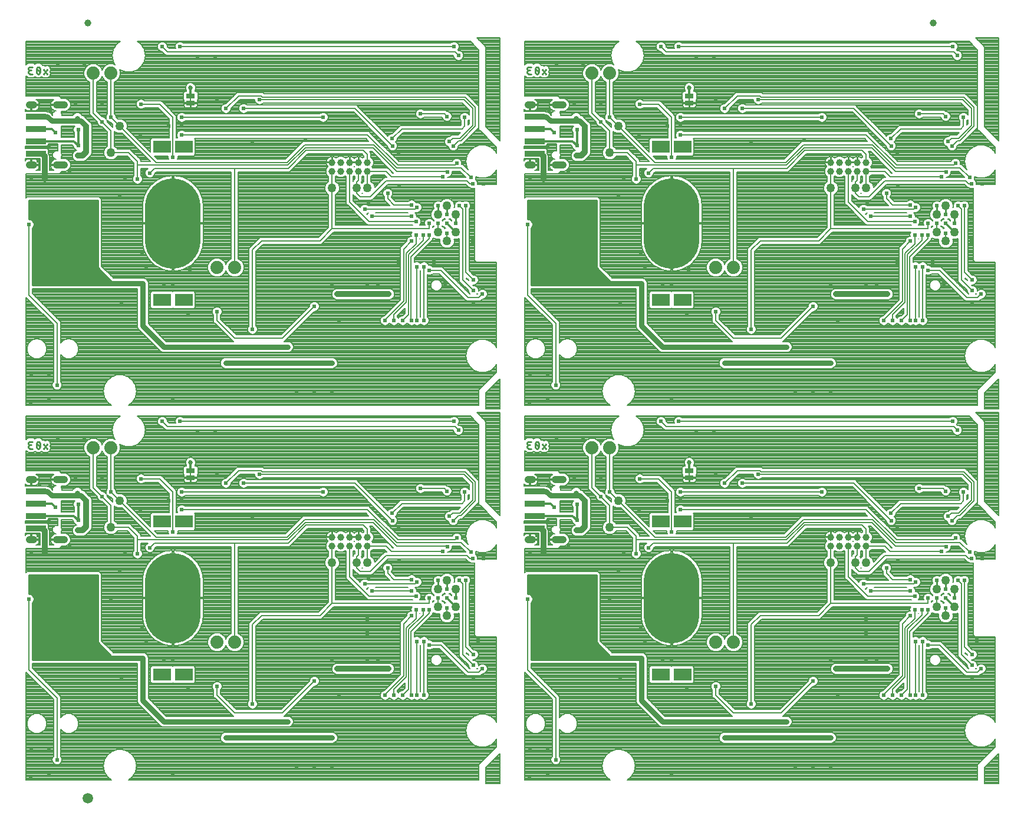
<source format=gbl>
G75*
%MOIN*%
%OFA0B0*%
%FSLAX25Y25*%
%IPPOS*%
%LPD*%
%AMOC8*
5,1,8,0,0,1.08239X$1,22.5*
%
%ADD10C,0.01000*%
%ADD11C,0.03937*%
%ADD12R,0.11811X0.03543*%
%ADD13C,0.05000*%
%ADD14C,0.03937*%
%ADD15R,0.10000X0.07000*%
%ADD16C,0.31496*%
%ADD17C,0.07400*%
%ADD18R,0.05000X0.02500*%
%ADD19R,0.01000X0.01600*%
%ADD20C,0.05906*%
%ADD21C,0.02400*%
%ADD22C,0.00800*%
%ADD23C,0.03000*%
%ADD24C,0.03200*%
%ADD25C,0.01200*%
%ADD26C,0.02700*%
D10*
X0109533Y0178933D02*
X0109533Y0211432D01*
X0109892Y0211790D01*
X0110333Y0212856D01*
X0110333Y0214010D01*
X0109892Y0215076D01*
X0109076Y0215892D01*
X0108010Y0216333D01*
X0107433Y0216333D01*
X0107433Y0226933D01*
X0146433Y0226933D01*
X0146433Y0188933D01*
X0153933Y0181433D01*
X0153933Y0178933D01*
X0109533Y0178933D01*
X0109533Y0179827D02*
X0153933Y0179827D01*
X0153933Y0180826D02*
X0109533Y0180826D01*
X0109533Y0181824D02*
X0153542Y0181824D01*
X0152543Y0182823D02*
X0109533Y0182823D01*
X0109533Y0183821D02*
X0151545Y0183821D01*
X0150546Y0184820D02*
X0109533Y0184820D01*
X0109533Y0185818D02*
X0149548Y0185818D01*
X0148549Y0186817D02*
X0109533Y0186817D01*
X0109533Y0187815D02*
X0147551Y0187815D01*
X0146552Y0188814D02*
X0109533Y0188814D01*
X0109533Y0189812D02*
X0146433Y0189812D01*
X0146433Y0190811D02*
X0109533Y0190811D01*
X0109533Y0191810D02*
X0146433Y0191810D01*
X0146433Y0192808D02*
X0109533Y0192808D01*
X0109533Y0193807D02*
X0146433Y0193807D01*
X0146433Y0194805D02*
X0109533Y0194805D01*
X0109533Y0195804D02*
X0146433Y0195804D01*
X0146433Y0196802D02*
X0109533Y0196802D01*
X0109533Y0197801D02*
X0146433Y0197801D01*
X0146433Y0198799D02*
X0109533Y0198799D01*
X0109533Y0199798D02*
X0146433Y0199798D01*
X0146433Y0200796D02*
X0109533Y0200796D01*
X0109533Y0201795D02*
X0146433Y0201795D01*
X0146433Y0202793D02*
X0109533Y0202793D01*
X0109533Y0203792D02*
X0146433Y0203792D01*
X0146433Y0204790D02*
X0109533Y0204790D01*
X0109533Y0205789D02*
X0146433Y0205789D01*
X0146433Y0206787D02*
X0109533Y0206787D01*
X0109533Y0207786D02*
X0146433Y0207786D01*
X0146433Y0208784D02*
X0109533Y0208784D01*
X0109533Y0209783D02*
X0146433Y0209783D01*
X0146433Y0210781D02*
X0109533Y0210781D01*
X0109881Y0211780D02*
X0146433Y0211780D01*
X0146433Y0212778D02*
X0110301Y0212778D01*
X0110333Y0213777D02*
X0146433Y0213777D01*
X0146433Y0214775D02*
X0110016Y0214775D01*
X0109194Y0215774D02*
X0146433Y0215774D01*
X0146433Y0216772D02*
X0107433Y0216772D01*
X0107433Y0217771D02*
X0146433Y0217771D01*
X0146433Y0218769D02*
X0107433Y0218769D01*
X0107433Y0219768D02*
X0146433Y0219768D01*
X0146433Y0220766D02*
X0107433Y0220766D01*
X0107433Y0221765D02*
X0146433Y0221765D01*
X0146433Y0222763D02*
X0107433Y0222763D01*
X0107433Y0223762D02*
X0146433Y0223762D01*
X0146433Y0224760D02*
X0107433Y0224760D01*
X0107433Y0225759D02*
X0146433Y0225759D01*
X0146433Y0226757D02*
X0107433Y0226757D01*
X0108269Y0298433D02*
X0109380Y0298433D01*
X0108269Y0298433D02*
X0108203Y0298435D01*
X0108138Y0298441D01*
X0108072Y0298451D01*
X0108008Y0298464D01*
X0107945Y0298481D01*
X0107882Y0298503D01*
X0107821Y0298527D01*
X0107762Y0298556D01*
X0107704Y0298587D01*
X0107648Y0298623D01*
X0107595Y0298661D01*
X0107544Y0298702D01*
X0107495Y0298747D01*
X0107449Y0298794D01*
X0107406Y0298844D01*
X0107366Y0298896D01*
X0107330Y0298951D01*
X0107296Y0299008D01*
X0107266Y0299066D01*
X0107239Y0299126D01*
X0107217Y0299188D01*
X0107197Y0299251D01*
X0107182Y0299315D01*
X0107170Y0299380D01*
X0107162Y0299445D01*
X0107158Y0299511D01*
X0107158Y0299577D01*
X0107162Y0299643D01*
X0107170Y0299708D01*
X0107182Y0299773D01*
X0107197Y0299837D01*
X0107217Y0299900D01*
X0107239Y0299962D01*
X0107266Y0300022D01*
X0107296Y0300080D01*
X0107330Y0300137D01*
X0107366Y0300192D01*
X0107406Y0300244D01*
X0107449Y0300294D01*
X0107495Y0300341D01*
X0107544Y0300386D01*
X0107595Y0300427D01*
X0107648Y0300465D01*
X0107704Y0300501D01*
X0107762Y0300532D01*
X0107821Y0300561D01*
X0107882Y0300585D01*
X0107945Y0300607D01*
X0108008Y0300624D01*
X0108072Y0300637D01*
X0108138Y0300647D01*
X0108203Y0300653D01*
X0108269Y0300655D01*
X0108047Y0300655D02*
X0108936Y0300655D01*
X0108047Y0300655D02*
X0107989Y0300657D01*
X0107931Y0300663D01*
X0107874Y0300672D01*
X0107817Y0300685D01*
X0107761Y0300702D01*
X0107707Y0300723D01*
X0107654Y0300747D01*
X0107603Y0300774D01*
X0107553Y0300805D01*
X0107506Y0300839D01*
X0107461Y0300876D01*
X0107418Y0300915D01*
X0107379Y0300958D01*
X0107342Y0301003D01*
X0107308Y0301050D01*
X0107277Y0301100D01*
X0107250Y0301151D01*
X0107226Y0301204D01*
X0107205Y0301258D01*
X0107188Y0301314D01*
X0107175Y0301371D01*
X0107166Y0301428D01*
X0107160Y0301486D01*
X0107158Y0301544D01*
X0107160Y0301602D01*
X0107166Y0301660D01*
X0107175Y0301717D01*
X0107188Y0301774D01*
X0107205Y0301830D01*
X0107226Y0301884D01*
X0107250Y0301937D01*
X0107277Y0301989D01*
X0107308Y0302038D01*
X0107342Y0302085D01*
X0107379Y0302130D01*
X0107418Y0302173D01*
X0107461Y0302212D01*
X0107506Y0302249D01*
X0107553Y0302283D01*
X0107603Y0302314D01*
X0107654Y0302341D01*
X0107707Y0302365D01*
X0107761Y0302386D01*
X0107817Y0302403D01*
X0107874Y0302416D01*
X0107931Y0302425D01*
X0107989Y0302431D01*
X0108047Y0302433D01*
X0109380Y0302433D01*
X0113880Y0300433D02*
X0113878Y0300326D01*
X0113873Y0300220D01*
X0113864Y0300113D01*
X0113852Y0300007D01*
X0113837Y0299901D01*
X0113818Y0299796D01*
X0113796Y0299692D01*
X0113770Y0299588D01*
X0113741Y0299485D01*
X0113709Y0299384D01*
X0113673Y0299283D01*
X0113634Y0299184D01*
X0113592Y0299085D01*
X0113547Y0298989D01*
X0113658Y0299322D02*
X0111880Y0301544D01*
X0111991Y0301878D02*
X0112012Y0301931D01*
X0112035Y0301982D01*
X0112063Y0302032D01*
X0112093Y0302079D01*
X0112127Y0302125D01*
X0112164Y0302168D01*
X0112204Y0302208D01*
X0112246Y0302245D01*
X0112291Y0302280D01*
X0112338Y0302311D01*
X0112388Y0302339D01*
X0112439Y0302364D01*
X0112491Y0302385D01*
X0112545Y0302402D01*
X0112600Y0302415D01*
X0112656Y0302425D01*
X0112712Y0302431D01*
X0112769Y0302433D01*
X0112826Y0302431D01*
X0112882Y0302425D01*
X0112938Y0302415D01*
X0112993Y0302402D01*
X0113047Y0302385D01*
X0113099Y0302364D01*
X0113150Y0302339D01*
X0113200Y0302311D01*
X0113247Y0302280D01*
X0113292Y0302245D01*
X0113334Y0302208D01*
X0113374Y0302168D01*
X0113411Y0302125D01*
X0113445Y0302079D01*
X0113475Y0302032D01*
X0113503Y0301982D01*
X0113526Y0301930D01*
X0113547Y0301878D01*
X0111991Y0301877D02*
X0111946Y0301781D01*
X0111904Y0301682D01*
X0111865Y0301583D01*
X0111830Y0301482D01*
X0111797Y0301381D01*
X0111768Y0301278D01*
X0111742Y0301174D01*
X0111720Y0301070D01*
X0111701Y0300965D01*
X0111686Y0300859D01*
X0111674Y0300753D01*
X0111665Y0300646D01*
X0111660Y0300540D01*
X0111658Y0300433D01*
X0113880Y0300433D02*
X0113878Y0300540D01*
X0113873Y0300646D01*
X0113864Y0300753D01*
X0113852Y0300859D01*
X0113837Y0300965D01*
X0113818Y0301070D01*
X0113796Y0301174D01*
X0113770Y0301278D01*
X0113741Y0301381D01*
X0113709Y0301482D01*
X0113673Y0301583D01*
X0113634Y0301682D01*
X0113592Y0301781D01*
X0113547Y0301877D01*
X0111658Y0300433D02*
X0111660Y0300326D01*
X0111665Y0300220D01*
X0111674Y0300113D01*
X0111686Y0300007D01*
X0111701Y0299901D01*
X0111720Y0299796D01*
X0111742Y0299692D01*
X0111768Y0299588D01*
X0111797Y0299485D01*
X0111829Y0299384D01*
X0111865Y0299283D01*
X0111904Y0299184D01*
X0111946Y0299085D01*
X0111991Y0298989D01*
X0111991Y0298988D02*
X0112012Y0298935D01*
X0112035Y0298884D01*
X0112063Y0298834D01*
X0112093Y0298787D01*
X0112127Y0298741D01*
X0112164Y0298698D01*
X0112204Y0298658D01*
X0112246Y0298621D01*
X0112291Y0298586D01*
X0112338Y0298555D01*
X0112388Y0298527D01*
X0112439Y0298502D01*
X0112491Y0298481D01*
X0112545Y0298464D01*
X0112600Y0298451D01*
X0112656Y0298441D01*
X0112712Y0298435D01*
X0112769Y0298433D01*
X0112826Y0298435D01*
X0112882Y0298441D01*
X0112938Y0298451D01*
X0112993Y0298464D01*
X0113047Y0298481D01*
X0113099Y0298502D01*
X0113150Y0298527D01*
X0113200Y0298555D01*
X0113247Y0298586D01*
X0113292Y0298621D01*
X0113334Y0298658D01*
X0113374Y0298698D01*
X0113411Y0298741D01*
X0113445Y0298787D01*
X0113475Y0298834D01*
X0113503Y0298884D01*
X0113526Y0298935D01*
X0113547Y0298988D01*
X0115930Y0298433D02*
X0117708Y0301100D01*
X0115930Y0301100D02*
X0117708Y0298433D01*
X0109533Y0390933D02*
X0109533Y0423432D01*
X0109892Y0423790D01*
X0110333Y0424856D01*
X0110333Y0426010D01*
X0109892Y0427076D01*
X0109076Y0427892D01*
X0108010Y0428333D01*
X0107433Y0428333D01*
X0107433Y0438933D01*
X0146433Y0438933D01*
X0146433Y0400933D01*
X0153933Y0393433D01*
X0153933Y0390933D01*
X0109533Y0390933D01*
X0109533Y0391512D02*
X0153933Y0391512D01*
X0153933Y0392510D02*
X0109533Y0392510D01*
X0109533Y0393509D02*
X0153857Y0393509D01*
X0152859Y0394507D02*
X0109533Y0394507D01*
X0109533Y0395506D02*
X0151860Y0395506D01*
X0150862Y0396504D02*
X0109533Y0396504D01*
X0109533Y0397503D02*
X0149863Y0397503D01*
X0148865Y0398501D02*
X0109533Y0398501D01*
X0109533Y0399500D02*
X0147866Y0399500D01*
X0146868Y0400498D02*
X0109533Y0400498D01*
X0109533Y0401497D02*
X0146433Y0401497D01*
X0146433Y0402495D02*
X0109533Y0402495D01*
X0109533Y0403494D02*
X0146433Y0403494D01*
X0146433Y0404492D02*
X0109533Y0404492D01*
X0109533Y0405491D02*
X0146433Y0405491D01*
X0146433Y0406489D02*
X0109533Y0406489D01*
X0109533Y0407488D02*
X0146433Y0407488D01*
X0146433Y0408486D02*
X0109533Y0408486D01*
X0109533Y0409485D02*
X0146433Y0409485D01*
X0146433Y0410483D02*
X0109533Y0410483D01*
X0109533Y0411482D02*
X0146433Y0411482D01*
X0146433Y0412481D02*
X0109533Y0412481D01*
X0109533Y0413479D02*
X0146433Y0413479D01*
X0146433Y0414478D02*
X0109533Y0414478D01*
X0109533Y0415476D02*
X0146433Y0415476D01*
X0146433Y0416475D02*
X0109533Y0416475D01*
X0109533Y0417473D02*
X0146433Y0417473D01*
X0146433Y0418472D02*
X0109533Y0418472D01*
X0109533Y0419470D02*
X0146433Y0419470D01*
X0146433Y0420469D02*
X0109533Y0420469D01*
X0109533Y0421467D02*
X0146433Y0421467D01*
X0146433Y0422466D02*
X0109533Y0422466D01*
X0109565Y0423464D02*
X0146433Y0423464D01*
X0146433Y0424463D02*
X0110170Y0424463D01*
X0110333Y0425461D02*
X0146433Y0425461D01*
X0146433Y0426460D02*
X0110147Y0426460D01*
X0109509Y0427458D02*
X0146433Y0427458D01*
X0146433Y0428457D02*
X0107433Y0428457D01*
X0107433Y0429455D02*
X0146433Y0429455D01*
X0146433Y0430454D02*
X0107433Y0430454D01*
X0107433Y0431452D02*
X0146433Y0431452D01*
X0146433Y0432451D02*
X0107433Y0432451D01*
X0107433Y0433449D02*
X0146433Y0433449D01*
X0146433Y0434448D02*
X0107433Y0434448D01*
X0107433Y0435446D02*
X0146433Y0435446D01*
X0146433Y0436445D02*
X0107433Y0436445D01*
X0107433Y0437443D02*
X0146433Y0437443D01*
X0146433Y0438442D02*
X0107433Y0438442D01*
X0108269Y0510433D02*
X0109380Y0510433D01*
X0108269Y0510433D02*
X0108203Y0510435D01*
X0108138Y0510441D01*
X0108072Y0510451D01*
X0108008Y0510464D01*
X0107945Y0510481D01*
X0107882Y0510503D01*
X0107821Y0510527D01*
X0107762Y0510556D01*
X0107704Y0510587D01*
X0107648Y0510623D01*
X0107595Y0510661D01*
X0107544Y0510702D01*
X0107495Y0510747D01*
X0107449Y0510794D01*
X0107406Y0510844D01*
X0107366Y0510896D01*
X0107330Y0510951D01*
X0107296Y0511008D01*
X0107266Y0511066D01*
X0107239Y0511126D01*
X0107217Y0511188D01*
X0107197Y0511251D01*
X0107182Y0511315D01*
X0107170Y0511380D01*
X0107162Y0511445D01*
X0107158Y0511511D01*
X0107158Y0511577D01*
X0107162Y0511643D01*
X0107170Y0511708D01*
X0107182Y0511773D01*
X0107197Y0511837D01*
X0107217Y0511900D01*
X0107239Y0511962D01*
X0107266Y0512022D01*
X0107296Y0512080D01*
X0107330Y0512137D01*
X0107366Y0512192D01*
X0107406Y0512244D01*
X0107449Y0512294D01*
X0107495Y0512341D01*
X0107544Y0512386D01*
X0107595Y0512427D01*
X0107648Y0512465D01*
X0107704Y0512501D01*
X0107762Y0512532D01*
X0107821Y0512561D01*
X0107882Y0512585D01*
X0107945Y0512607D01*
X0108008Y0512624D01*
X0108072Y0512637D01*
X0108138Y0512647D01*
X0108203Y0512653D01*
X0108269Y0512655D01*
X0108047Y0512655D02*
X0108936Y0512655D01*
X0108047Y0512655D02*
X0107989Y0512657D01*
X0107931Y0512663D01*
X0107874Y0512672D01*
X0107817Y0512685D01*
X0107761Y0512702D01*
X0107707Y0512723D01*
X0107654Y0512747D01*
X0107603Y0512774D01*
X0107553Y0512805D01*
X0107506Y0512839D01*
X0107461Y0512876D01*
X0107418Y0512915D01*
X0107379Y0512958D01*
X0107342Y0513003D01*
X0107308Y0513050D01*
X0107277Y0513100D01*
X0107250Y0513151D01*
X0107226Y0513204D01*
X0107205Y0513258D01*
X0107188Y0513314D01*
X0107175Y0513371D01*
X0107166Y0513428D01*
X0107160Y0513486D01*
X0107158Y0513544D01*
X0107160Y0513602D01*
X0107166Y0513660D01*
X0107175Y0513717D01*
X0107188Y0513774D01*
X0107205Y0513830D01*
X0107226Y0513884D01*
X0107250Y0513937D01*
X0107277Y0513989D01*
X0107308Y0514038D01*
X0107342Y0514085D01*
X0107379Y0514130D01*
X0107418Y0514173D01*
X0107461Y0514212D01*
X0107506Y0514249D01*
X0107553Y0514283D01*
X0107603Y0514314D01*
X0107654Y0514341D01*
X0107707Y0514365D01*
X0107761Y0514386D01*
X0107817Y0514403D01*
X0107874Y0514416D01*
X0107931Y0514425D01*
X0107989Y0514431D01*
X0108047Y0514433D01*
X0109380Y0514433D01*
X0113880Y0512433D02*
X0113878Y0512326D01*
X0113873Y0512220D01*
X0113864Y0512113D01*
X0113852Y0512007D01*
X0113837Y0511901D01*
X0113818Y0511796D01*
X0113796Y0511692D01*
X0113770Y0511588D01*
X0113741Y0511485D01*
X0113709Y0511384D01*
X0113673Y0511283D01*
X0113634Y0511184D01*
X0113592Y0511085D01*
X0113547Y0510989D01*
X0113658Y0511322D02*
X0111880Y0513544D01*
X0111991Y0513878D02*
X0112012Y0513931D01*
X0112035Y0513982D01*
X0112063Y0514032D01*
X0112093Y0514079D01*
X0112127Y0514125D01*
X0112164Y0514168D01*
X0112204Y0514208D01*
X0112246Y0514245D01*
X0112291Y0514280D01*
X0112338Y0514311D01*
X0112388Y0514339D01*
X0112439Y0514364D01*
X0112491Y0514385D01*
X0112545Y0514402D01*
X0112600Y0514415D01*
X0112656Y0514425D01*
X0112712Y0514431D01*
X0112769Y0514433D01*
X0112826Y0514431D01*
X0112882Y0514425D01*
X0112938Y0514415D01*
X0112993Y0514402D01*
X0113047Y0514385D01*
X0113099Y0514364D01*
X0113150Y0514339D01*
X0113200Y0514311D01*
X0113247Y0514280D01*
X0113292Y0514245D01*
X0113334Y0514208D01*
X0113374Y0514168D01*
X0113411Y0514125D01*
X0113445Y0514079D01*
X0113475Y0514032D01*
X0113503Y0513982D01*
X0113526Y0513930D01*
X0113547Y0513878D01*
X0111991Y0513877D02*
X0111946Y0513781D01*
X0111904Y0513682D01*
X0111865Y0513583D01*
X0111830Y0513482D01*
X0111797Y0513381D01*
X0111768Y0513278D01*
X0111742Y0513174D01*
X0111720Y0513070D01*
X0111701Y0512965D01*
X0111686Y0512859D01*
X0111674Y0512753D01*
X0111665Y0512646D01*
X0111660Y0512540D01*
X0111658Y0512433D01*
X0113880Y0512433D02*
X0113878Y0512540D01*
X0113873Y0512646D01*
X0113864Y0512753D01*
X0113852Y0512859D01*
X0113837Y0512965D01*
X0113818Y0513070D01*
X0113796Y0513174D01*
X0113770Y0513278D01*
X0113741Y0513381D01*
X0113709Y0513482D01*
X0113673Y0513583D01*
X0113634Y0513682D01*
X0113592Y0513781D01*
X0113547Y0513877D01*
X0111658Y0512433D02*
X0111660Y0512326D01*
X0111665Y0512220D01*
X0111674Y0512113D01*
X0111686Y0512007D01*
X0111701Y0511901D01*
X0111720Y0511796D01*
X0111742Y0511692D01*
X0111768Y0511588D01*
X0111797Y0511485D01*
X0111829Y0511384D01*
X0111865Y0511283D01*
X0111904Y0511184D01*
X0111946Y0511085D01*
X0111991Y0510989D01*
X0111991Y0510988D02*
X0112012Y0510935D01*
X0112035Y0510884D01*
X0112063Y0510834D01*
X0112093Y0510787D01*
X0112127Y0510741D01*
X0112164Y0510698D01*
X0112204Y0510658D01*
X0112246Y0510621D01*
X0112291Y0510586D01*
X0112338Y0510555D01*
X0112388Y0510527D01*
X0112439Y0510502D01*
X0112491Y0510481D01*
X0112545Y0510464D01*
X0112600Y0510451D01*
X0112656Y0510441D01*
X0112712Y0510435D01*
X0112769Y0510433D01*
X0112826Y0510435D01*
X0112882Y0510441D01*
X0112938Y0510451D01*
X0112993Y0510464D01*
X0113047Y0510481D01*
X0113099Y0510502D01*
X0113150Y0510527D01*
X0113200Y0510555D01*
X0113247Y0510586D01*
X0113292Y0510621D01*
X0113334Y0510658D01*
X0113374Y0510698D01*
X0113411Y0510741D01*
X0113445Y0510787D01*
X0113475Y0510834D01*
X0113503Y0510884D01*
X0113526Y0510935D01*
X0113547Y0510988D01*
X0115930Y0510433D02*
X0117708Y0513100D01*
X0115930Y0513100D02*
X0117708Y0510433D01*
X0338933Y0435933D02*
X0338933Y0430933D01*
X0343933Y0430933D02*
X0343933Y0435933D01*
X0348933Y0430933D02*
X0348933Y0425933D01*
X0348933Y0420933D02*
X0343933Y0425933D01*
X0389433Y0428333D02*
X0389433Y0438933D01*
X0428433Y0438933D01*
X0428433Y0400933D01*
X0435933Y0393433D01*
X0435933Y0390933D01*
X0391533Y0390933D01*
X0391533Y0423432D01*
X0391892Y0423790D01*
X0392333Y0424856D01*
X0392333Y0426010D01*
X0391892Y0427076D01*
X0391076Y0427892D01*
X0390010Y0428333D01*
X0389433Y0428333D01*
X0389433Y0428457D02*
X0428433Y0428457D01*
X0428433Y0429455D02*
X0389433Y0429455D01*
X0389433Y0430454D02*
X0428433Y0430454D01*
X0428433Y0431452D02*
X0389433Y0431452D01*
X0389433Y0432451D02*
X0428433Y0432451D01*
X0428433Y0433449D02*
X0389433Y0433449D01*
X0389433Y0434448D02*
X0428433Y0434448D01*
X0428433Y0435446D02*
X0389433Y0435446D01*
X0389433Y0436445D02*
X0428433Y0436445D01*
X0428433Y0437443D02*
X0389433Y0437443D01*
X0389433Y0438442D02*
X0428433Y0438442D01*
X0428433Y0427458D02*
X0391509Y0427458D01*
X0392147Y0426460D02*
X0428433Y0426460D01*
X0428433Y0425461D02*
X0392333Y0425461D01*
X0392170Y0424463D02*
X0428433Y0424463D01*
X0428433Y0423464D02*
X0391565Y0423464D01*
X0391533Y0422466D02*
X0428433Y0422466D01*
X0428433Y0421467D02*
X0391533Y0421467D01*
X0391533Y0420469D02*
X0428433Y0420469D01*
X0428433Y0419470D02*
X0391533Y0419470D01*
X0391533Y0418472D02*
X0428433Y0418472D01*
X0428433Y0417473D02*
X0391533Y0417473D01*
X0391533Y0416475D02*
X0428433Y0416475D01*
X0428433Y0415476D02*
X0391533Y0415476D01*
X0391533Y0414478D02*
X0428433Y0414478D01*
X0428433Y0413479D02*
X0391533Y0413479D01*
X0391533Y0412481D02*
X0428433Y0412481D01*
X0428433Y0411482D02*
X0391533Y0411482D01*
X0391533Y0410483D02*
X0428433Y0410483D01*
X0428433Y0409485D02*
X0391533Y0409485D01*
X0391533Y0408486D02*
X0428433Y0408486D01*
X0428433Y0407488D02*
X0391533Y0407488D01*
X0391533Y0406489D02*
X0428433Y0406489D01*
X0428433Y0405491D02*
X0391533Y0405491D01*
X0391533Y0404492D02*
X0428433Y0404492D01*
X0428433Y0403494D02*
X0391533Y0403494D01*
X0391533Y0402495D02*
X0428433Y0402495D01*
X0428433Y0401497D02*
X0391533Y0401497D01*
X0391533Y0400498D02*
X0428868Y0400498D01*
X0429866Y0399500D02*
X0391533Y0399500D01*
X0391533Y0398501D02*
X0430865Y0398501D01*
X0431863Y0397503D02*
X0391533Y0397503D01*
X0391533Y0396504D02*
X0432862Y0396504D01*
X0433860Y0395506D02*
X0391533Y0395506D01*
X0391533Y0394507D02*
X0434859Y0394507D01*
X0435857Y0393509D02*
X0391533Y0393509D01*
X0391533Y0392510D02*
X0435933Y0392510D01*
X0435933Y0391512D02*
X0391533Y0391512D01*
X0391380Y0302433D02*
X0390047Y0302433D01*
X0389989Y0302431D01*
X0389931Y0302425D01*
X0389874Y0302416D01*
X0389817Y0302403D01*
X0389761Y0302386D01*
X0389707Y0302365D01*
X0389654Y0302341D01*
X0389603Y0302314D01*
X0389553Y0302283D01*
X0389506Y0302249D01*
X0389461Y0302212D01*
X0389418Y0302173D01*
X0389379Y0302130D01*
X0389342Y0302085D01*
X0389308Y0302038D01*
X0389277Y0301989D01*
X0389250Y0301937D01*
X0389226Y0301884D01*
X0389205Y0301830D01*
X0389188Y0301774D01*
X0389175Y0301717D01*
X0389166Y0301660D01*
X0389160Y0301602D01*
X0389158Y0301544D01*
X0389160Y0301486D01*
X0389166Y0301428D01*
X0389175Y0301371D01*
X0389188Y0301314D01*
X0389205Y0301258D01*
X0389226Y0301204D01*
X0389250Y0301151D01*
X0389277Y0301100D01*
X0389308Y0301050D01*
X0389342Y0301003D01*
X0389379Y0300958D01*
X0389418Y0300915D01*
X0389461Y0300876D01*
X0389506Y0300839D01*
X0389553Y0300805D01*
X0389603Y0300774D01*
X0389654Y0300747D01*
X0389707Y0300723D01*
X0389761Y0300702D01*
X0389817Y0300685D01*
X0389874Y0300672D01*
X0389931Y0300663D01*
X0389989Y0300657D01*
X0390047Y0300655D01*
X0390936Y0300655D01*
X0390269Y0300655D02*
X0390203Y0300653D01*
X0390138Y0300647D01*
X0390072Y0300637D01*
X0390008Y0300624D01*
X0389945Y0300607D01*
X0389882Y0300585D01*
X0389821Y0300561D01*
X0389762Y0300532D01*
X0389704Y0300501D01*
X0389648Y0300465D01*
X0389595Y0300427D01*
X0389544Y0300386D01*
X0389495Y0300341D01*
X0389449Y0300294D01*
X0389406Y0300244D01*
X0389366Y0300192D01*
X0389330Y0300137D01*
X0389296Y0300080D01*
X0389266Y0300022D01*
X0389239Y0299962D01*
X0389217Y0299900D01*
X0389197Y0299837D01*
X0389182Y0299773D01*
X0389170Y0299708D01*
X0389162Y0299643D01*
X0389158Y0299577D01*
X0389158Y0299511D01*
X0389162Y0299445D01*
X0389170Y0299380D01*
X0389182Y0299315D01*
X0389197Y0299251D01*
X0389217Y0299188D01*
X0389239Y0299126D01*
X0389266Y0299066D01*
X0389296Y0299008D01*
X0389330Y0298951D01*
X0389366Y0298896D01*
X0389406Y0298844D01*
X0389449Y0298794D01*
X0389495Y0298747D01*
X0389544Y0298702D01*
X0389595Y0298661D01*
X0389648Y0298623D01*
X0389704Y0298587D01*
X0389762Y0298556D01*
X0389821Y0298527D01*
X0389882Y0298503D01*
X0389945Y0298481D01*
X0390008Y0298464D01*
X0390072Y0298451D01*
X0390138Y0298441D01*
X0390203Y0298435D01*
X0390269Y0298433D01*
X0391380Y0298433D01*
X0395547Y0298989D02*
X0395592Y0299085D01*
X0395634Y0299184D01*
X0395673Y0299283D01*
X0395709Y0299384D01*
X0395741Y0299485D01*
X0395770Y0299588D01*
X0395796Y0299692D01*
X0395818Y0299796D01*
X0395837Y0299901D01*
X0395852Y0300007D01*
X0395864Y0300113D01*
X0395873Y0300220D01*
X0395878Y0300326D01*
X0395880Y0300433D01*
X0393658Y0300433D02*
X0393660Y0300540D01*
X0393665Y0300646D01*
X0393674Y0300753D01*
X0393686Y0300859D01*
X0393701Y0300965D01*
X0393720Y0301070D01*
X0393742Y0301174D01*
X0393768Y0301278D01*
X0393797Y0301381D01*
X0393830Y0301482D01*
X0393865Y0301583D01*
X0393904Y0301682D01*
X0393946Y0301781D01*
X0393991Y0301877D01*
X0393880Y0301544D02*
X0395658Y0299322D01*
X0394769Y0298433D02*
X0394712Y0298435D01*
X0394656Y0298441D01*
X0394600Y0298451D01*
X0394545Y0298464D01*
X0394491Y0298481D01*
X0394439Y0298502D01*
X0394388Y0298527D01*
X0394338Y0298555D01*
X0394291Y0298586D01*
X0394246Y0298621D01*
X0394204Y0298658D01*
X0394164Y0298698D01*
X0394127Y0298741D01*
X0394093Y0298787D01*
X0394063Y0298834D01*
X0394035Y0298884D01*
X0394012Y0298935D01*
X0393991Y0298988D01*
X0394769Y0298433D02*
X0394826Y0298435D01*
X0394882Y0298441D01*
X0394938Y0298451D01*
X0394993Y0298464D01*
X0395047Y0298481D01*
X0395099Y0298502D01*
X0395150Y0298527D01*
X0395200Y0298555D01*
X0395247Y0298586D01*
X0395292Y0298621D01*
X0395334Y0298658D01*
X0395374Y0298698D01*
X0395411Y0298741D01*
X0395445Y0298787D01*
X0395475Y0298834D01*
X0395503Y0298884D01*
X0395526Y0298935D01*
X0395547Y0298988D01*
X0393991Y0298989D02*
X0393946Y0299085D01*
X0393904Y0299184D01*
X0393865Y0299283D01*
X0393829Y0299384D01*
X0393797Y0299485D01*
X0393768Y0299588D01*
X0393742Y0299692D01*
X0393720Y0299796D01*
X0393701Y0299901D01*
X0393686Y0300007D01*
X0393674Y0300113D01*
X0393665Y0300220D01*
X0393660Y0300326D01*
X0393658Y0300433D01*
X0395880Y0300433D02*
X0395878Y0300540D01*
X0395873Y0300646D01*
X0395864Y0300753D01*
X0395852Y0300859D01*
X0395837Y0300965D01*
X0395818Y0301070D01*
X0395796Y0301174D01*
X0395770Y0301278D01*
X0395741Y0301381D01*
X0395709Y0301482D01*
X0395673Y0301583D01*
X0395634Y0301682D01*
X0395592Y0301781D01*
X0395547Y0301877D01*
X0394769Y0302433D02*
X0394712Y0302431D01*
X0394656Y0302425D01*
X0394600Y0302415D01*
X0394545Y0302402D01*
X0394491Y0302385D01*
X0394439Y0302364D01*
X0394388Y0302339D01*
X0394338Y0302311D01*
X0394291Y0302280D01*
X0394246Y0302245D01*
X0394204Y0302208D01*
X0394164Y0302168D01*
X0394127Y0302125D01*
X0394093Y0302079D01*
X0394063Y0302032D01*
X0394035Y0301982D01*
X0394012Y0301931D01*
X0393991Y0301878D01*
X0394769Y0302433D02*
X0394826Y0302431D01*
X0394882Y0302425D01*
X0394938Y0302415D01*
X0394993Y0302402D01*
X0395047Y0302385D01*
X0395099Y0302364D01*
X0395150Y0302339D01*
X0395200Y0302311D01*
X0395247Y0302280D01*
X0395292Y0302245D01*
X0395334Y0302208D01*
X0395374Y0302168D01*
X0395411Y0302125D01*
X0395445Y0302079D01*
X0395475Y0302032D01*
X0395503Y0301982D01*
X0395526Y0301930D01*
X0395547Y0301878D01*
X0397930Y0301100D02*
X0399708Y0298433D01*
X0397930Y0298433D02*
X0399708Y0301100D01*
X0389433Y0226933D02*
X0428433Y0226933D01*
X0428433Y0188933D01*
X0435933Y0181433D01*
X0435933Y0178933D01*
X0391533Y0178933D01*
X0391533Y0211432D01*
X0391892Y0211790D01*
X0392333Y0212856D01*
X0392333Y0214010D01*
X0391892Y0215076D01*
X0391076Y0215892D01*
X0390010Y0216333D01*
X0389433Y0216333D01*
X0389433Y0226933D01*
X0389433Y0226757D02*
X0428433Y0226757D01*
X0428433Y0225759D02*
X0389433Y0225759D01*
X0389433Y0224760D02*
X0428433Y0224760D01*
X0428433Y0223762D02*
X0389433Y0223762D01*
X0389433Y0222763D02*
X0428433Y0222763D01*
X0428433Y0221765D02*
X0389433Y0221765D01*
X0389433Y0220766D02*
X0428433Y0220766D01*
X0428433Y0219768D02*
X0389433Y0219768D01*
X0389433Y0218769D02*
X0428433Y0218769D01*
X0428433Y0217771D02*
X0389433Y0217771D01*
X0389433Y0216772D02*
X0428433Y0216772D01*
X0428433Y0215774D02*
X0391194Y0215774D01*
X0392016Y0214775D02*
X0428433Y0214775D01*
X0428433Y0213777D02*
X0392333Y0213777D01*
X0392301Y0212778D02*
X0428433Y0212778D01*
X0428433Y0211780D02*
X0391881Y0211780D01*
X0391533Y0210781D02*
X0428433Y0210781D01*
X0428433Y0209783D02*
X0391533Y0209783D01*
X0391533Y0208784D02*
X0428433Y0208784D01*
X0428433Y0207786D02*
X0391533Y0207786D01*
X0391533Y0206787D02*
X0428433Y0206787D01*
X0428433Y0205789D02*
X0391533Y0205789D01*
X0391533Y0204790D02*
X0428433Y0204790D01*
X0428433Y0203792D02*
X0391533Y0203792D01*
X0391533Y0202793D02*
X0428433Y0202793D01*
X0428433Y0201795D02*
X0391533Y0201795D01*
X0391533Y0200796D02*
X0428433Y0200796D01*
X0428433Y0199798D02*
X0391533Y0199798D01*
X0391533Y0198799D02*
X0428433Y0198799D01*
X0428433Y0197801D02*
X0391533Y0197801D01*
X0391533Y0196802D02*
X0428433Y0196802D01*
X0428433Y0195804D02*
X0391533Y0195804D01*
X0391533Y0194805D02*
X0428433Y0194805D01*
X0428433Y0193807D02*
X0391533Y0193807D01*
X0391533Y0192808D02*
X0428433Y0192808D01*
X0428433Y0191810D02*
X0391533Y0191810D01*
X0391533Y0190811D02*
X0428433Y0190811D01*
X0428433Y0189812D02*
X0391533Y0189812D01*
X0391533Y0188814D02*
X0428552Y0188814D01*
X0429551Y0187815D02*
X0391533Y0187815D01*
X0391533Y0186817D02*
X0430549Y0186817D01*
X0431548Y0185818D02*
X0391533Y0185818D01*
X0391533Y0184820D02*
X0432546Y0184820D01*
X0433545Y0183821D02*
X0391533Y0183821D01*
X0391533Y0182823D02*
X0434543Y0182823D01*
X0435542Y0181824D02*
X0391533Y0181824D01*
X0391533Y0180826D02*
X0435933Y0180826D01*
X0435933Y0179827D02*
X0391533Y0179827D01*
X0348933Y0208933D02*
X0343933Y0213933D01*
X0343933Y0218933D02*
X0343933Y0223933D01*
X0338933Y0223933D02*
X0338933Y0218933D01*
X0348933Y0218933D02*
X0348933Y0213933D01*
X0620933Y0218933D02*
X0620933Y0223933D01*
X0625933Y0223933D02*
X0625933Y0218933D01*
X0625933Y0213933D02*
X0630933Y0208933D01*
X0630933Y0213933D02*
X0630933Y0218933D01*
X0630933Y0420933D02*
X0625933Y0425933D01*
X0625933Y0430933D02*
X0625933Y0435933D01*
X0620933Y0435933D02*
X0620933Y0430933D01*
X0630933Y0430933D02*
X0630933Y0425933D01*
X0399708Y0510433D02*
X0397930Y0513100D01*
X0393658Y0512433D02*
X0393660Y0512326D01*
X0393665Y0512220D01*
X0393674Y0512113D01*
X0393686Y0512007D01*
X0393701Y0511901D01*
X0393720Y0511796D01*
X0393742Y0511692D01*
X0393768Y0511588D01*
X0393797Y0511485D01*
X0393829Y0511384D01*
X0393865Y0511283D01*
X0393904Y0511184D01*
X0393946Y0511085D01*
X0393991Y0510989D01*
X0393991Y0510988D02*
X0394012Y0510935D01*
X0394035Y0510884D01*
X0394063Y0510834D01*
X0394093Y0510787D01*
X0394127Y0510741D01*
X0394164Y0510698D01*
X0394204Y0510658D01*
X0394246Y0510621D01*
X0394291Y0510586D01*
X0394338Y0510555D01*
X0394388Y0510527D01*
X0394439Y0510502D01*
X0394491Y0510481D01*
X0394545Y0510464D01*
X0394600Y0510451D01*
X0394656Y0510441D01*
X0394712Y0510435D01*
X0394769Y0510433D01*
X0394826Y0510435D01*
X0394882Y0510441D01*
X0394938Y0510451D01*
X0394993Y0510464D01*
X0395047Y0510481D01*
X0395099Y0510502D01*
X0395150Y0510527D01*
X0395200Y0510555D01*
X0395247Y0510586D01*
X0395292Y0510621D01*
X0395334Y0510658D01*
X0395374Y0510698D01*
X0395411Y0510741D01*
X0395445Y0510787D01*
X0395475Y0510834D01*
X0395503Y0510884D01*
X0395526Y0510935D01*
X0395547Y0510988D01*
X0395658Y0511322D02*
X0393880Y0513544D01*
X0393991Y0513878D02*
X0394012Y0513931D01*
X0394035Y0513982D01*
X0394063Y0514032D01*
X0394093Y0514079D01*
X0394127Y0514125D01*
X0394164Y0514168D01*
X0394204Y0514208D01*
X0394246Y0514245D01*
X0394291Y0514280D01*
X0394338Y0514311D01*
X0394388Y0514339D01*
X0394439Y0514364D01*
X0394491Y0514385D01*
X0394545Y0514402D01*
X0394600Y0514415D01*
X0394656Y0514425D01*
X0394712Y0514431D01*
X0394769Y0514433D01*
X0394826Y0514431D01*
X0394882Y0514425D01*
X0394938Y0514415D01*
X0394993Y0514402D01*
X0395047Y0514385D01*
X0395099Y0514364D01*
X0395150Y0514339D01*
X0395200Y0514311D01*
X0395247Y0514280D01*
X0395292Y0514245D01*
X0395334Y0514208D01*
X0395374Y0514168D01*
X0395411Y0514125D01*
X0395445Y0514079D01*
X0395475Y0514032D01*
X0395503Y0513982D01*
X0395526Y0513930D01*
X0395547Y0513878D01*
X0393991Y0513877D02*
X0393946Y0513781D01*
X0393904Y0513682D01*
X0393865Y0513583D01*
X0393830Y0513482D01*
X0393797Y0513381D01*
X0393768Y0513278D01*
X0393742Y0513174D01*
X0393720Y0513070D01*
X0393701Y0512965D01*
X0393686Y0512859D01*
X0393674Y0512753D01*
X0393665Y0512646D01*
X0393660Y0512540D01*
X0393658Y0512433D01*
X0395880Y0512433D02*
X0395878Y0512540D01*
X0395873Y0512646D01*
X0395864Y0512753D01*
X0395852Y0512859D01*
X0395837Y0512965D01*
X0395818Y0513070D01*
X0395796Y0513174D01*
X0395770Y0513278D01*
X0395741Y0513381D01*
X0395709Y0513482D01*
X0395673Y0513583D01*
X0395634Y0513682D01*
X0395592Y0513781D01*
X0395547Y0513877D01*
X0395880Y0512433D02*
X0395878Y0512326D01*
X0395873Y0512220D01*
X0395864Y0512113D01*
X0395852Y0512007D01*
X0395837Y0511901D01*
X0395818Y0511796D01*
X0395796Y0511692D01*
X0395770Y0511588D01*
X0395741Y0511485D01*
X0395709Y0511384D01*
X0395673Y0511283D01*
X0395634Y0511184D01*
X0395592Y0511085D01*
X0395547Y0510989D01*
X0397930Y0510433D02*
X0399708Y0513100D01*
X0391380Y0514433D02*
X0390047Y0514433D01*
X0389989Y0514431D01*
X0389931Y0514425D01*
X0389874Y0514416D01*
X0389817Y0514403D01*
X0389761Y0514386D01*
X0389707Y0514365D01*
X0389654Y0514341D01*
X0389603Y0514314D01*
X0389553Y0514283D01*
X0389506Y0514249D01*
X0389461Y0514212D01*
X0389418Y0514173D01*
X0389379Y0514130D01*
X0389342Y0514085D01*
X0389308Y0514038D01*
X0389277Y0513989D01*
X0389250Y0513937D01*
X0389226Y0513884D01*
X0389205Y0513830D01*
X0389188Y0513774D01*
X0389175Y0513717D01*
X0389166Y0513660D01*
X0389160Y0513602D01*
X0389158Y0513544D01*
X0389160Y0513486D01*
X0389166Y0513428D01*
X0389175Y0513371D01*
X0389188Y0513314D01*
X0389205Y0513258D01*
X0389226Y0513204D01*
X0389250Y0513151D01*
X0389277Y0513100D01*
X0389308Y0513050D01*
X0389342Y0513003D01*
X0389379Y0512958D01*
X0389418Y0512915D01*
X0389461Y0512876D01*
X0389506Y0512839D01*
X0389553Y0512805D01*
X0389603Y0512774D01*
X0389654Y0512747D01*
X0389707Y0512723D01*
X0389761Y0512702D01*
X0389817Y0512685D01*
X0389874Y0512672D01*
X0389931Y0512663D01*
X0389989Y0512657D01*
X0390047Y0512655D01*
X0390936Y0512655D01*
X0390269Y0512655D02*
X0390203Y0512653D01*
X0390138Y0512647D01*
X0390072Y0512637D01*
X0390008Y0512624D01*
X0389945Y0512607D01*
X0389882Y0512585D01*
X0389821Y0512561D01*
X0389762Y0512532D01*
X0389704Y0512501D01*
X0389648Y0512465D01*
X0389595Y0512427D01*
X0389544Y0512386D01*
X0389495Y0512341D01*
X0389449Y0512294D01*
X0389406Y0512244D01*
X0389366Y0512192D01*
X0389330Y0512137D01*
X0389296Y0512080D01*
X0389266Y0512022D01*
X0389239Y0511962D01*
X0389217Y0511900D01*
X0389197Y0511837D01*
X0389182Y0511773D01*
X0389170Y0511708D01*
X0389162Y0511643D01*
X0389158Y0511577D01*
X0389158Y0511511D01*
X0389162Y0511445D01*
X0389170Y0511380D01*
X0389182Y0511315D01*
X0389197Y0511251D01*
X0389217Y0511188D01*
X0389239Y0511126D01*
X0389266Y0511066D01*
X0389296Y0511008D01*
X0389330Y0510951D01*
X0389366Y0510896D01*
X0389406Y0510844D01*
X0389449Y0510794D01*
X0389495Y0510747D01*
X0389544Y0510702D01*
X0389595Y0510661D01*
X0389648Y0510623D01*
X0389704Y0510587D01*
X0389762Y0510556D01*
X0389821Y0510527D01*
X0389882Y0510503D01*
X0389945Y0510481D01*
X0390008Y0510464D01*
X0390072Y0510451D01*
X0390138Y0510441D01*
X0390203Y0510435D01*
X0390269Y0510433D01*
X0391380Y0510433D01*
D11*
X0389693Y0492941D02*
X0389693Y0492941D01*
X0392055Y0492941D01*
X0392055Y0492941D01*
X0389693Y0492941D01*
X0405165Y0492941D02*
X0405165Y0492941D01*
X0409497Y0492941D01*
X0409497Y0492941D01*
X0405165Y0492941D01*
X0405165Y0458925D02*
X0405165Y0458925D01*
X0409497Y0458925D01*
X0409497Y0458925D01*
X0405165Y0458925D01*
X0389693Y0458925D02*
X0389693Y0458925D01*
X0392055Y0458925D01*
X0392055Y0458925D01*
X0389693Y0458925D01*
X0389693Y0280941D02*
X0389693Y0280941D01*
X0392055Y0280941D01*
X0392055Y0280941D01*
X0389693Y0280941D01*
X0405165Y0280941D02*
X0405165Y0280941D01*
X0409497Y0280941D01*
X0409497Y0280941D01*
X0405165Y0280941D01*
X0405165Y0246925D02*
X0405165Y0246925D01*
X0409497Y0246925D01*
X0409497Y0246925D01*
X0405165Y0246925D01*
X0389693Y0246925D02*
X0389693Y0246925D01*
X0392055Y0246925D01*
X0392055Y0246925D01*
X0389693Y0246925D01*
X0123165Y0246925D02*
X0123165Y0246925D01*
X0127497Y0246925D01*
X0127497Y0246925D01*
X0123165Y0246925D01*
X0107693Y0246925D02*
X0107693Y0246925D01*
X0110055Y0246925D01*
X0110055Y0246925D01*
X0107693Y0246925D01*
X0107693Y0280941D02*
X0107693Y0280941D01*
X0110055Y0280941D01*
X0110055Y0280941D01*
X0107693Y0280941D01*
X0123165Y0280941D02*
X0123165Y0280941D01*
X0127497Y0280941D01*
X0127497Y0280941D01*
X0123165Y0280941D01*
X0123165Y0458925D02*
X0123165Y0458925D01*
X0127497Y0458925D01*
X0127497Y0458925D01*
X0123165Y0458925D01*
X0107693Y0458925D02*
X0107693Y0458925D01*
X0110055Y0458925D01*
X0110055Y0458925D01*
X0107693Y0458925D01*
X0107693Y0492941D02*
X0107693Y0492941D01*
X0110055Y0492941D01*
X0110055Y0492941D01*
X0107693Y0492941D01*
X0123165Y0492941D02*
X0123165Y0492941D01*
X0127497Y0492941D01*
X0127497Y0492941D01*
X0123165Y0492941D01*
D12*
X0111433Y0486433D03*
X0111433Y0479433D03*
X0111433Y0472433D03*
X0111433Y0465433D03*
X0111433Y0274433D03*
X0111433Y0267433D03*
X0111433Y0260433D03*
X0111433Y0253433D03*
X0393433Y0253433D03*
X0393433Y0260433D03*
X0393433Y0267433D03*
X0393433Y0274433D03*
X0393433Y0465433D03*
X0393433Y0472433D03*
X0393433Y0479433D03*
X0393433Y0486433D03*
D13*
X0435933Y0465933D03*
X0440933Y0480933D03*
X0348933Y0430933D03*
X0343933Y0435933D03*
X0338933Y0430933D03*
X0338933Y0420933D03*
X0343933Y0415933D03*
X0348933Y0420933D03*
X0298933Y0445933D03*
X0292933Y0445933D03*
X0278933Y0445933D03*
X0158933Y0480933D03*
X0153933Y0465933D03*
X0158933Y0268933D03*
X0153933Y0253933D03*
X0278933Y0233933D03*
X0292933Y0233933D03*
X0298933Y0233933D03*
X0338933Y0218933D03*
X0343933Y0223933D03*
X0348933Y0218933D03*
X0348933Y0208933D03*
X0343933Y0203933D03*
X0338933Y0208933D03*
X0435933Y0253933D03*
X0440933Y0268933D03*
X0560933Y0233933D03*
X0574933Y0233933D03*
X0580933Y0233933D03*
X0620933Y0218933D03*
X0625933Y0223933D03*
X0630933Y0218933D03*
X0630933Y0208933D03*
X0625933Y0203933D03*
X0620933Y0208933D03*
X0625933Y0415933D03*
X0620933Y0420933D03*
X0620933Y0430933D03*
X0625933Y0435933D03*
X0630933Y0430933D03*
X0630933Y0420933D03*
X0580933Y0445933D03*
X0574933Y0445933D03*
X0560933Y0445933D03*
D14*
X0560933Y0455433D03*
X0560933Y0460433D03*
X0565933Y0460433D03*
X0565933Y0455433D03*
X0570933Y0455433D03*
X0575933Y0455433D03*
X0575933Y0460433D03*
X0570933Y0460433D03*
X0580933Y0460433D03*
X0580933Y0455433D03*
X0618933Y0539183D03*
X0298933Y0460433D03*
X0293933Y0460433D03*
X0293933Y0455433D03*
X0288933Y0455433D03*
X0283933Y0455433D03*
X0278933Y0455433D03*
X0278933Y0460433D03*
X0283933Y0460433D03*
X0288933Y0460433D03*
X0298933Y0455433D03*
X0140933Y0539183D03*
X0278933Y0248433D03*
X0278933Y0243433D03*
X0283933Y0243433D03*
X0283933Y0248433D03*
X0288933Y0248433D03*
X0288933Y0243433D03*
X0293933Y0243433D03*
X0298933Y0243433D03*
X0298933Y0248433D03*
X0293933Y0248433D03*
X0560933Y0248433D03*
X0560933Y0243433D03*
X0565933Y0243433D03*
X0565933Y0248433D03*
X0570933Y0248433D03*
X0570933Y0243433D03*
X0575933Y0243433D03*
X0575933Y0248433D03*
X0580933Y0248433D03*
X0580933Y0243433D03*
D15*
X0477035Y0257240D03*
X0464831Y0257240D03*
X0464831Y0170626D03*
X0477035Y0170626D03*
X0195035Y0170626D03*
X0182831Y0170626D03*
X0182831Y0257240D03*
X0195035Y0257240D03*
X0195035Y0382626D03*
X0182831Y0382626D03*
X0182831Y0469240D03*
X0195035Y0469240D03*
X0464831Y0469240D03*
X0477035Y0469240D03*
X0477035Y0382626D03*
X0464831Y0382626D03*
D16*
X0470933Y0416091D02*
X0470933Y0435775D01*
X0188933Y0435775D02*
X0188933Y0416091D01*
X0188933Y0223775D02*
X0188933Y0204091D01*
X0470933Y0204091D02*
X0470933Y0223775D01*
D17*
X0495933Y0188933D03*
X0505933Y0188933D03*
X0435933Y0298933D03*
X0425933Y0298933D03*
X0495933Y0400933D03*
X0505933Y0400933D03*
X0435933Y0510933D03*
X0425933Y0510933D03*
X0223933Y0400933D03*
X0213933Y0400933D03*
X0153933Y0298933D03*
X0143933Y0298933D03*
X0213933Y0188933D03*
X0223933Y0188933D03*
X0153933Y0510933D03*
X0143933Y0510933D03*
D18*
X0198933Y0497933D03*
X0198933Y0493933D03*
X0198933Y0285933D03*
X0198933Y0281933D03*
X0480933Y0281933D03*
X0480933Y0285933D03*
X0480933Y0493933D03*
X0480933Y0497933D03*
D19*
X0480933Y0495933D03*
X0198933Y0495933D03*
X0198933Y0283933D03*
X0480933Y0283933D03*
D20*
X0140933Y0100683D03*
D21*
X0118933Y0113933D03*
X0123433Y0122433D03*
X0118933Y0128933D03*
X0108933Y0128933D03*
X0108433Y0112933D03*
X0159933Y0168933D03*
X0171933Y0179933D03*
X0173933Y0188933D03*
X0171433Y0196933D03*
X0153933Y0213933D03*
X0158933Y0228933D03*
X0161933Y0238933D03*
X0168933Y0238933D03*
X0172433Y0242433D03*
X0175933Y0242433D03*
X0188933Y0251433D03*
X0193933Y0263933D03*
X0193933Y0268933D03*
X0193933Y0273933D03*
X0186433Y0268933D03*
X0170433Y0263433D03*
X0153933Y0273933D03*
X0148933Y0271433D03*
X0148933Y0280933D03*
X0133933Y0281433D03*
X0134933Y0273433D03*
X0135433Y0266933D03*
X0135433Y0257933D03*
X0135183Y0252183D03*
X0130433Y0243433D03*
X0119933Y0250433D03*
X0118933Y0256933D03*
X0112933Y0249433D03*
X0108933Y0238933D03*
X0107433Y0213433D03*
X0113933Y0201980D03*
X0113933Y0194480D03*
X0113933Y0186980D03*
X0123933Y0184480D03*
X0123933Y0204480D03*
X0183933Y0178933D03*
X0188933Y0178933D03*
X0195035Y0170626D03*
X0197433Y0161933D03*
X0213933Y0163933D03*
X0233933Y0153933D03*
X0253933Y0143933D03*
X0278882Y0134882D03*
X0278933Y0118933D03*
X0268933Y0118933D03*
X0258933Y0118933D03*
X0218882Y0134882D03*
X0188933Y0113933D03*
X0268933Y0166933D03*
X0281933Y0173933D03*
X0278933Y0178933D03*
X0298933Y0178933D03*
X0304933Y0178933D03*
X0310933Y0173933D03*
X0326933Y0189433D03*
X0330933Y0189433D03*
X0333933Y0187433D03*
X0336433Y0191933D03*
X0342933Y0179933D03*
X0358933Y0181933D03*
X0358933Y0175933D03*
X0363933Y0173933D03*
X0358933Y0167933D03*
X0361433Y0189933D03*
X0358433Y0203933D03*
X0358433Y0213933D03*
X0348933Y0213933D03*
X0343933Y0213933D03*
X0338933Y0213933D03*
X0333933Y0213933D03*
X0333933Y0207433D03*
X0330433Y0207433D03*
X0326433Y0207433D03*
X0323933Y0203933D03*
X0326433Y0214933D03*
X0323933Y0217933D03*
X0326933Y0222933D03*
X0323933Y0224433D03*
X0316933Y0235433D03*
X0310433Y0230933D03*
X0299433Y0225933D03*
X0297433Y0221933D03*
X0301433Y0217933D03*
X0298933Y0201933D03*
X0298933Y0193933D03*
X0316433Y0191933D03*
X0343933Y0208433D03*
X0343933Y0218933D03*
X0338933Y0223933D03*
X0350933Y0223933D03*
X0354433Y0223933D03*
X0358433Y0223933D03*
X0358433Y0236433D03*
X0357433Y0239933D03*
X0364433Y0236433D03*
X0349489Y0247933D03*
X0344083Y0242933D03*
X0341433Y0240433D03*
X0316433Y0252933D03*
X0313095Y0257771D03*
X0312933Y0261933D03*
X0328933Y0275933D03*
X0343933Y0274433D03*
X0353933Y0273933D03*
X0345283Y0260160D03*
X0347489Y0257698D03*
X0390933Y0238933D03*
X0394933Y0249433D03*
X0401933Y0250433D03*
X0400933Y0256933D03*
X0404433Y0265433D03*
X0417433Y0266933D03*
X0416933Y0273433D03*
X0415933Y0281433D03*
X0401433Y0278433D03*
X0395433Y0278433D03*
X0417433Y0257933D03*
X0417183Y0252183D03*
X0412433Y0243433D03*
X0443933Y0238933D03*
X0450933Y0238933D03*
X0454433Y0242433D03*
X0457933Y0242433D03*
X0470933Y0251433D03*
X0475933Y0263933D03*
X0475933Y0268933D03*
X0475933Y0273933D03*
X0468433Y0268933D03*
X0452433Y0263433D03*
X0435933Y0273933D03*
X0430933Y0271433D03*
X0430933Y0280933D03*
X0452933Y0281433D03*
X0420933Y0303933D03*
X0405933Y0303933D03*
X0400933Y0325933D03*
X0405433Y0334433D03*
X0400933Y0340933D03*
X0390933Y0340933D03*
X0390433Y0324933D03*
X0350433Y0308933D03*
X0347933Y0313933D03*
X0278933Y0330933D03*
X0268933Y0330933D03*
X0258933Y0330933D03*
X0278882Y0346882D03*
X0253933Y0355933D03*
X0233933Y0365933D03*
X0213933Y0375933D03*
X0197433Y0373933D03*
X0195035Y0382626D03*
X0188933Y0390933D03*
X0183933Y0390933D03*
X0171933Y0391933D03*
X0173933Y0400933D03*
X0171433Y0408933D03*
X0153933Y0425933D03*
X0158933Y0440933D03*
X0161933Y0450933D03*
X0168933Y0450933D03*
X0172433Y0454433D03*
X0175933Y0454433D03*
X0188933Y0463433D03*
X0170433Y0475433D03*
X0186433Y0480933D03*
X0193933Y0480933D03*
X0193933Y0475933D03*
X0193933Y0485933D03*
X0213933Y0495933D03*
X0218933Y0490933D03*
X0228933Y0490933D03*
X0237933Y0495933D03*
X0233933Y0470933D03*
X0263933Y0472933D03*
X0273933Y0485933D03*
X0312933Y0473933D03*
X0313095Y0469771D03*
X0316433Y0464933D03*
X0341433Y0452433D03*
X0344083Y0454933D03*
X0349489Y0459933D03*
X0347489Y0469698D03*
X0345283Y0472160D03*
X0343933Y0486433D03*
X0353933Y0485933D03*
X0328933Y0487933D03*
X0350433Y0520933D03*
X0347933Y0525933D03*
X0405933Y0515933D03*
X0420933Y0515933D03*
X0415933Y0493433D03*
X0416933Y0485433D03*
X0417433Y0478933D03*
X0417433Y0469933D03*
X0417183Y0464183D03*
X0412433Y0455433D03*
X0401933Y0462433D03*
X0400933Y0468933D03*
X0394933Y0461433D03*
X0390933Y0450933D03*
X0364433Y0448433D03*
X0358433Y0448433D03*
X0357433Y0451933D03*
X0358433Y0435933D03*
X0354433Y0435933D03*
X0350933Y0435933D03*
X0343933Y0430933D03*
X0343933Y0425933D03*
X0338933Y0425933D03*
X0333933Y0425933D03*
X0326433Y0426933D03*
X0323933Y0429933D03*
X0326933Y0434933D03*
X0323933Y0436433D03*
X0316933Y0447433D03*
X0310433Y0442933D03*
X0299433Y0437933D03*
X0297433Y0433933D03*
X0301433Y0429933D03*
X0298933Y0413933D03*
X0298933Y0405933D03*
X0298933Y0390933D03*
X0304933Y0390933D03*
X0310933Y0385933D03*
X0308933Y0370933D03*
X0313933Y0370933D03*
X0318933Y0370933D03*
X0323933Y0370933D03*
X0326933Y0370933D03*
X0330933Y0370933D03*
X0358933Y0379933D03*
X0363933Y0385933D03*
X0358933Y0387933D03*
X0358933Y0393933D03*
X0361433Y0401933D03*
X0342933Y0391933D03*
X0333933Y0399433D03*
X0330933Y0401433D03*
X0326933Y0401433D03*
X0336433Y0403933D03*
X0333933Y0419433D03*
X0330433Y0419433D03*
X0326433Y0419433D03*
X0323933Y0415933D03*
X0316433Y0403933D03*
X0343933Y0420433D03*
X0348933Y0425933D03*
X0358433Y0425933D03*
X0358433Y0415933D03*
X0338933Y0435933D03*
X0389433Y0425433D03*
X0395933Y0413980D03*
X0395933Y0406480D03*
X0395933Y0398980D03*
X0405933Y0396480D03*
X0405933Y0416480D03*
X0435933Y0425933D03*
X0440933Y0440933D03*
X0443933Y0450933D03*
X0450933Y0450933D03*
X0454433Y0454433D03*
X0457933Y0454433D03*
X0470933Y0463433D03*
X0475933Y0475933D03*
X0475933Y0480933D03*
X0475933Y0485933D03*
X0468433Y0480933D03*
X0452433Y0475433D03*
X0435933Y0485933D03*
X0430933Y0483433D03*
X0430933Y0492933D03*
X0452933Y0493433D03*
X0484933Y0520433D03*
X0494933Y0520433D03*
X0474933Y0525933D03*
X0464933Y0525933D03*
X0495933Y0495933D03*
X0500933Y0490933D03*
X0510933Y0490933D03*
X0519933Y0495933D03*
X0515933Y0470933D03*
X0545933Y0472933D03*
X0555933Y0485933D03*
X0594933Y0473933D03*
X0595095Y0469771D03*
X0598433Y0464933D03*
X0598933Y0447433D03*
X0592433Y0442933D03*
X0605933Y0436433D03*
X0608933Y0434933D03*
X0605933Y0429933D03*
X0608433Y0426933D03*
X0615933Y0425933D03*
X0620933Y0425933D03*
X0625933Y0425933D03*
X0625933Y0430933D03*
X0630933Y0425933D03*
X0625933Y0420433D03*
X0615933Y0419433D03*
X0612433Y0419433D03*
X0608433Y0419433D03*
X0605933Y0415933D03*
X0598433Y0403933D03*
X0608933Y0401433D03*
X0612933Y0401433D03*
X0615933Y0399433D03*
X0618433Y0403933D03*
X0624933Y0391933D03*
X0640933Y0393933D03*
X0640933Y0387933D03*
X0645933Y0385933D03*
X0640933Y0379933D03*
X0643433Y0401933D03*
X0640433Y0415933D03*
X0640433Y0425933D03*
X0640433Y0435933D03*
X0636433Y0435933D03*
X0632933Y0435933D03*
X0620933Y0435933D03*
X0623433Y0452433D03*
X0626083Y0454933D03*
X0631489Y0459933D03*
X0629489Y0469698D03*
X0627283Y0472160D03*
X0625933Y0486433D03*
X0635933Y0485933D03*
X0610933Y0487933D03*
X0632433Y0520933D03*
X0629933Y0525933D03*
X0639433Y0451933D03*
X0640433Y0448433D03*
X0646433Y0448433D03*
X0583433Y0429933D03*
X0579433Y0433933D03*
X0581433Y0437933D03*
X0580933Y0413933D03*
X0580933Y0405933D03*
X0580933Y0390933D03*
X0586933Y0390933D03*
X0592933Y0385933D03*
X0590933Y0370933D03*
X0595933Y0370933D03*
X0600933Y0370933D03*
X0605933Y0370933D03*
X0608933Y0370933D03*
X0612933Y0370933D03*
X0564933Y0370433D03*
X0563933Y0385933D03*
X0560933Y0390933D03*
X0550933Y0378933D03*
X0535933Y0355933D03*
X0515933Y0365933D03*
X0495933Y0375933D03*
X0479433Y0373933D03*
X0477035Y0382626D03*
X0470933Y0390933D03*
X0465933Y0390933D03*
X0453933Y0391933D03*
X0455933Y0400933D03*
X0453433Y0408933D03*
X0480433Y0399933D03*
X0482933Y0425933D03*
X0441933Y0380933D03*
X0500882Y0346882D03*
X0470933Y0325933D03*
X0474933Y0313933D03*
X0464933Y0313933D03*
X0484933Y0308433D03*
X0494933Y0308433D03*
X0495933Y0283933D03*
X0500933Y0278933D03*
X0510933Y0278933D03*
X0519933Y0283933D03*
X0515933Y0258933D03*
X0545933Y0260933D03*
X0555933Y0273933D03*
X0594933Y0261933D03*
X0595095Y0257771D03*
X0598433Y0252933D03*
X0598933Y0235433D03*
X0592433Y0230933D03*
X0605933Y0224433D03*
X0608933Y0222933D03*
X0605933Y0217933D03*
X0608433Y0214933D03*
X0608433Y0207433D03*
X0612433Y0207433D03*
X0615933Y0207433D03*
X0615933Y0213933D03*
X0620933Y0213933D03*
X0625933Y0213933D03*
X0625933Y0218933D03*
X0620933Y0223933D03*
X0632933Y0223933D03*
X0636433Y0223933D03*
X0640433Y0223933D03*
X0640433Y0213933D03*
X0630933Y0213933D03*
X0625933Y0208433D03*
X0640433Y0203933D03*
X0643433Y0189933D03*
X0640933Y0181933D03*
X0640933Y0175933D03*
X0645933Y0173933D03*
X0640933Y0167933D03*
X0624933Y0179933D03*
X0615933Y0187433D03*
X0612933Y0189433D03*
X0608933Y0189433D03*
X0618433Y0191933D03*
X0605933Y0203933D03*
X0598433Y0191933D03*
X0580933Y0193933D03*
X0580933Y0201933D03*
X0583433Y0217933D03*
X0579433Y0221933D03*
X0581433Y0225933D03*
X0623433Y0240433D03*
X0626083Y0242933D03*
X0631489Y0247933D03*
X0629489Y0257698D03*
X0627283Y0260160D03*
X0635933Y0273933D03*
X0625933Y0274433D03*
X0610933Y0275933D03*
X0632433Y0308933D03*
X0629933Y0313933D03*
X0560933Y0330933D03*
X0550933Y0330933D03*
X0540933Y0330933D03*
X0560882Y0346882D03*
X0639433Y0239933D03*
X0640433Y0236433D03*
X0646433Y0236433D03*
X0592933Y0173933D03*
X0586933Y0178933D03*
X0580933Y0178933D03*
X0563933Y0173933D03*
X0560933Y0178933D03*
X0550933Y0166933D03*
X0564933Y0158433D03*
X0590933Y0158933D03*
X0595933Y0158933D03*
X0600933Y0158933D03*
X0605933Y0158933D03*
X0608933Y0158933D03*
X0612933Y0158933D03*
X0560882Y0134882D03*
X0560933Y0118933D03*
X0550933Y0118933D03*
X0540933Y0118933D03*
X0535933Y0143933D03*
X0515933Y0153933D03*
X0495933Y0163933D03*
X0479433Y0161933D03*
X0477035Y0170626D03*
X0470933Y0178933D03*
X0465933Y0178933D03*
X0453933Y0179933D03*
X0455933Y0188933D03*
X0453433Y0196933D03*
X0435933Y0213933D03*
X0440933Y0228933D03*
X0405933Y0204480D03*
X0395933Y0201980D03*
X0395933Y0194480D03*
X0395933Y0186980D03*
X0405933Y0184480D03*
X0441933Y0168933D03*
X0480433Y0187933D03*
X0482933Y0213933D03*
X0389433Y0213433D03*
X0330933Y0158933D03*
X0326933Y0158933D03*
X0323933Y0158933D03*
X0318933Y0158933D03*
X0313933Y0158933D03*
X0308933Y0158933D03*
X0282933Y0158433D03*
X0200933Y0213933D03*
X0198433Y0187933D03*
X0233933Y0258933D03*
X0228933Y0278933D03*
X0218933Y0278933D03*
X0213933Y0283933D03*
X0237933Y0283933D03*
X0263933Y0260933D03*
X0273933Y0273933D03*
X0212933Y0308433D03*
X0202933Y0308433D03*
X0192933Y0313933D03*
X0182933Y0313933D03*
X0188933Y0325933D03*
X0218882Y0346882D03*
X0268933Y0378933D03*
X0281933Y0385933D03*
X0278933Y0390933D03*
X0282933Y0370433D03*
X0200933Y0425933D03*
X0198433Y0399933D03*
X0159933Y0380933D03*
X0123933Y0396480D03*
X0113933Y0398980D03*
X0113933Y0406480D03*
X0113933Y0413980D03*
X0123933Y0416480D03*
X0107433Y0425433D03*
X0108933Y0450933D03*
X0112933Y0461433D03*
X0119933Y0462433D03*
X0118933Y0468933D03*
X0122433Y0477433D03*
X0135433Y0478933D03*
X0134933Y0485433D03*
X0133933Y0493433D03*
X0119433Y0490433D03*
X0113433Y0490433D03*
X0135433Y0469933D03*
X0135183Y0464183D03*
X0130433Y0455433D03*
X0148933Y0483433D03*
X0153933Y0485933D03*
X0148933Y0492933D03*
X0170933Y0493433D03*
X0138933Y0515933D03*
X0123933Y0515933D03*
X0182933Y0525933D03*
X0192933Y0525933D03*
X0202933Y0520433D03*
X0212933Y0520433D03*
X0395433Y0490433D03*
X0401433Y0490433D03*
X0404433Y0477433D03*
X0138933Y0303933D03*
X0123933Y0303933D03*
X0118933Y0325933D03*
X0123433Y0334433D03*
X0118933Y0340933D03*
X0108933Y0340933D03*
X0108433Y0324933D03*
X0170933Y0281433D03*
X0122433Y0265433D03*
X0119433Y0278433D03*
X0113433Y0278433D03*
X0390933Y0128933D03*
X0400933Y0128933D03*
X0405433Y0122433D03*
X0400933Y0113933D03*
X0390433Y0112933D03*
X0470933Y0113933D03*
X0500882Y0134882D03*
D22*
X0498024Y0136082D02*
X0407433Y0136082D01*
X0407433Y0135284D02*
X0497782Y0135284D01*
X0497782Y0135499D02*
X0497782Y0134265D01*
X0498254Y0133126D01*
X0499126Y0132254D01*
X0500265Y0131782D01*
X0561499Y0131782D01*
X0562638Y0132254D01*
X0563510Y0133126D01*
X0563982Y0134265D01*
X0563982Y0135499D01*
X0563510Y0136638D01*
X0562638Y0137510D01*
X0561499Y0137982D01*
X0500265Y0137982D01*
X0499126Y0137510D01*
X0498254Y0136638D01*
X0497782Y0135499D01*
X0497782Y0134485D02*
X0407433Y0134485D01*
X0407433Y0133687D02*
X0498021Y0133687D01*
X0498491Y0132888D02*
X0407433Y0132888D01*
X0407433Y0132090D02*
X0499522Y0132090D01*
X0498497Y0136881D02*
X0407433Y0136881D01*
X0407433Y0137679D02*
X0409983Y0137679D01*
X0410819Y0137333D02*
X0413047Y0137333D01*
X0415105Y0138186D01*
X0416681Y0139761D01*
X0417533Y0141819D01*
X0417533Y0144047D01*
X0416681Y0146105D01*
X0415105Y0147681D01*
X0413047Y0148533D01*
X0410819Y0148533D01*
X0408761Y0147681D01*
X0407433Y0146353D01*
X0407433Y0158261D01*
X0391433Y0174261D01*
X0391433Y0176833D01*
X0450833Y0176833D01*
X0450833Y0155316D01*
X0451305Y0154177D01*
X0452177Y0153305D01*
X0464177Y0141305D01*
X0465316Y0140833D01*
X0536550Y0140833D01*
X0537689Y0141305D01*
X0538561Y0142177D01*
X0539033Y0143316D01*
X0539033Y0144550D01*
X0538561Y0145689D01*
X0537689Y0146561D01*
X0536550Y0147033D01*
X0533861Y0147033D01*
X0534933Y0148105D01*
X0550961Y0164133D01*
X0551490Y0164133D01*
X0552519Y0164559D01*
X0553307Y0165347D01*
X0553733Y0166376D01*
X0553733Y0167490D01*
X0553307Y0168519D01*
X0552519Y0169307D01*
X0551490Y0169733D01*
X0550376Y0169733D01*
X0549347Y0169307D01*
X0548559Y0168519D01*
X0548133Y0167490D01*
X0548133Y0166961D01*
X0532105Y0150933D01*
X0506761Y0150933D01*
X0497933Y0159761D01*
X0497933Y0161973D01*
X0498307Y0162347D01*
X0498733Y0163376D01*
X0498733Y0164490D01*
X0498307Y0165519D01*
X0497519Y0166307D01*
X0496490Y0166733D01*
X0495376Y0166733D01*
X0494347Y0166307D01*
X0493559Y0165519D01*
X0493133Y0164490D01*
X0493133Y0163376D01*
X0493559Y0162347D01*
X0493933Y0161973D01*
X0493933Y0158105D01*
X0495105Y0156933D01*
X0505005Y0147033D01*
X0467217Y0147033D01*
X0457033Y0157217D01*
X0457033Y0180550D01*
X0456561Y0181689D01*
X0455689Y0182561D01*
X0454550Y0183033D01*
X0437303Y0183033D01*
X0436803Y0183533D01*
X0430533Y0189803D01*
X0430533Y0227803D01*
X0429303Y0229033D01*
X0388563Y0229033D01*
X0387933Y0228403D01*
X0387933Y0241933D01*
X0406761Y0241933D01*
X0407933Y0243105D01*
X0407933Y0243357D01*
X0410206Y0243357D01*
X0411517Y0243900D01*
X0412521Y0244904D01*
X0413065Y0246215D01*
X0413065Y0247635D01*
X0412521Y0248947D01*
X0411517Y0249950D01*
X0410206Y0250494D01*
X0407933Y0250494D01*
X0407933Y0251522D01*
X0408124Y0251982D01*
X0408124Y0253128D01*
X0407933Y0253588D01*
X0407933Y0258233D01*
X0414022Y0258233D01*
X0414633Y0257622D01*
X0414633Y0257376D01*
X0415059Y0256347D01*
X0415847Y0255559D01*
X0416410Y0255326D01*
X0415370Y0254896D01*
X0414470Y0253996D01*
X0413983Y0252820D01*
X0413983Y0251547D01*
X0414470Y0250370D01*
X0415370Y0249470D01*
X0416547Y0248983D01*
X0420320Y0248983D01*
X0421496Y0249470D01*
X0422396Y0250370D01*
X0424646Y0252620D01*
X0425133Y0253797D01*
X0425133Y0269570D01*
X0424646Y0270746D01*
X0423746Y0271646D01*
X0423504Y0271746D01*
X0421563Y0273688D01*
X0420691Y0274560D01*
X0419642Y0274994D01*
X0419561Y0275189D01*
X0418689Y0276061D01*
X0417550Y0276533D01*
X0416316Y0276533D01*
X0415177Y0276061D01*
X0414305Y0275189D01*
X0414240Y0275031D01*
X0408124Y0275031D01*
X0408124Y0275884D01*
X0407933Y0276344D01*
X0407933Y0277372D01*
X0410206Y0277372D01*
X0411517Y0277916D01*
X0412521Y0278920D01*
X0413065Y0280231D01*
X0413065Y0281651D01*
X0412521Y0282962D01*
X0411517Y0283966D01*
X0410206Y0284509D01*
X0407933Y0284509D01*
X0407933Y0284761D01*
X0406761Y0285933D01*
X0387933Y0285933D01*
X0387933Y0297185D01*
X0389386Y0296346D01*
X0389399Y0296333D01*
X0392250Y0296333D01*
X0392910Y0296992D01*
X0393833Y0296333D01*
X0395706Y0296333D01*
X0396473Y0296881D01*
X0397489Y0296203D01*
X0398819Y0296469D01*
X0400149Y0296203D01*
X0401597Y0297168D01*
X0401938Y0298874D01*
X0401343Y0299766D01*
X0401938Y0300659D01*
X0401597Y0302365D01*
X0400149Y0303330D01*
X0398819Y0303064D01*
X0397489Y0303330D01*
X0397310Y0303210D01*
X0397230Y0303444D01*
X0397230Y0303444D01*
X0397060Y0303565D01*
X0397053Y0303580D01*
X0397028Y0303588D01*
X0395706Y0304533D01*
X0393833Y0304533D01*
X0392910Y0303874D01*
X0392250Y0304533D01*
X0389076Y0304533D01*
X0387933Y0303703D01*
X0387933Y0316933D01*
X0440999Y0316933D01*
X0438699Y0315003D01*
X0437059Y0312163D01*
X0436490Y0308933D01*
X0437059Y0305703D01*
X0438197Y0303732D01*
X0436987Y0304233D01*
X0434879Y0304233D01*
X0432931Y0303426D01*
X0431440Y0301935D01*
X0430933Y0300712D01*
X0430426Y0301935D01*
X0428935Y0303426D01*
X0426987Y0304233D01*
X0424879Y0304233D01*
X0422931Y0303426D01*
X0421440Y0301935D01*
X0420633Y0299987D01*
X0420633Y0297879D01*
X0421440Y0295931D01*
X0422931Y0294440D01*
X0423933Y0294025D01*
X0423933Y0275605D01*
X0428133Y0271405D01*
X0428133Y0270876D01*
X0428559Y0269847D01*
X0429347Y0269059D01*
X0430376Y0268633D01*
X0430905Y0268633D01*
X0433933Y0265605D01*
X0433933Y0257542D01*
X0433611Y0257409D01*
X0432457Y0256256D01*
X0431833Y0254749D01*
X0431833Y0253118D01*
X0432457Y0251611D01*
X0433611Y0250457D01*
X0435118Y0249833D01*
X0436749Y0249833D01*
X0438256Y0250457D01*
X0439409Y0251611D01*
X0439542Y0251933D01*
X0445105Y0251933D01*
X0448933Y0248105D01*
X0448933Y0240893D01*
X0448559Y0240519D01*
X0448133Y0239490D01*
X0448133Y0238376D01*
X0448559Y0237347D01*
X0449347Y0236559D01*
X0450376Y0236133D01*
X0451490Y0236133D01*
X0452519Y0236559D01*
X0453307Y0237347D01*
X0453733Y0238376D01*
X0453733Y0239490D01*
X0453307Y0240519D01*
X0452933Y0240893D01*
X0452933Y0244933D01*
X0456652Y0244933D01*
X0456347Y0244807D01*
X0455559Y0244019D01*
X0455133Y0242990D01*
X0455133Y0241876D01*
X0455559Y0240847D01*
X0456347Y0240059D01*
X0457376Y0239633D01*
X0458490Y0239633D01*
X0459519Y0240059D01*
X0460307Y0240847D01*
X0460733Y0241876D01*
X0460733Y0242405D01*
X0461361Y0243033D01*
X0503933Y0243033D01*
X0503933Y0193841D01*
X0502931Y0193426D01*
X0501440Y0191935D01*
X0500933Y0190712D01*
X0500426Y0191935D01*
X0498935Y0193426D01*
X0496987Y0194233D01*
X0494879Y0194233D01*
X0492931Y0193426D01*
X0491440Y0191935D01*
X0490633Y0189987D01*
X0490633Y0187879D01*
X0491440Y0185931D01*
X0492931Y0184440D01*
X0494879Y0183633D01*
X0496987Y0183633D01*
X0498935Y0184440D01*
X0500426Y0185931D01*
X0500933Y0187155D01*
X0501440Y0185931D01*
X0502931Y0184440D01*
X0504879Y0183633D01*
X0506987Y0183633D01*
X0508935Y0184440D01*
X0510426Y0185931D01*
X0511233Y0187879D01*
X0511233Y0189987D01*
X0510426Y0191935D01*
X0508935Y0193426D01*
X0507933Y0193841D01*
X0507933Y0243033D01*
X0536841Y0243033D01*
X0538013Y0244205D01*
X0547101Y0253293D01*
X0577745Y0253293D01*
X0578933Y0252105D01*
X0578933Y0251467D01*
X0578912Y0251458D01*
X0578292Y0250838D01*
X0578080Y0251050D01*
X0577529Y0251418D01*
X0576916Y0251672D01*
X0576265Y0251802D01*
X0576033Y0251802D01*
X0576033Y0248533D01*
X0575833Y0248533D01*
X0575833Y0248333D01*
X0574302Y0248333D01*
X0571033Y0248333D01*
X0571033Y0248533D01*
X0570833Y0248533D01*
X0570833Y0251802D01*
X0570601Y0251802D01*
X0569951Y0251672D01*
X0569337Y0251418D01*
X0568786Y0251050D01*
X0568574Y0250838D01*
X0567954Y0251458D01*
X0566643Y0252002D01*
X0565223Y0252002D01*
X0563912Y0251458D01*
X0563292Y0250838D01*
X0563080Y0251050D01*
X0562529Y0251418D01*
X0561916Y0251672D01*
X0561265Y0251802D01*
X0561033Y0251802D01*
X0561033Y0248533D01*
X0560833Y0248533D01*
X0560833Y0248333D01*
X0557565Y0248333D01*
X0557565Y0248101D01*
X0557694Y0247451D01*
X0557948Y0246837D01*
X0558317Y0246286D01*
X0558528Y0246074D01*
X0557908Y0245454D01*
X0557365Y0244143D01*
X0557365Y0242723D01*
X0557908Y0241412D01*
X0558912Y0240408D01*
X0558933Y0240399D01*
X0558933Y0237542D01*
X0558611Y0237409D01*
X0557457Y0236256D01*
X0556833Y0234749D01*
X0556833Y0233118D01*
X0557457Y0231611D01*
X0558611Y0230457D01*
X0558933Y0230324D01*
X0558933Y0211761D01*
X0553262Y0206091D01*
X0520262Y0206091D01*
X0519091Y0204919D01*
X0513933Y0199761D01*
X0513933Y0155893D01*
X0513559Y0155519D01*
X0513133Y0154490D01*
X0513133Y0153376D01*
X0513559Y0152347D01*
X0514347Y0151559D01*
X0515376Y0151133D01*
X0516490Y0151133D01*
X0517519Y0151559D01*
X0518307Y0152347D01*
X0518733Y0153376D01*
X0518733Y0154490D01*
X0518307Y0155519D01*
X0517933Y0155893D01*
X0517933Y0198105D01*
X0521919Y0202091D01*
X0554919Y0202091D01*
X0556091Y0203262D01*
X0561761Y0208933D01*
X0606024Y0208933D01*
X0605633Y0207990D01*
X0605633Y0206876D01*
X0605692Y0206733D01*
X0605376Y0206733D01*
X0604347Y0206307D01*
X0603559Y0205519D01*
X0603133Y0204490D01*
X0603133Y0203961D01*
X0600605Y0201433D01*
X0599433Y0200261D01*
X0599433Y0170761D01*
X0590405Y0161733D01*
X0590376Y0161733D01*
X0589347Y0161307D01*
X0588559Y0160519D01*
X0588133Y0159490D01*
X0588133Y0158376D01*
X0588559Y0157347D01*
X0589347Y0156559D01*
X0590376Y0156133D01*
X0591490Y0156133D01*
X0592519Y0156559D01*
X0593307Y0157347D01*
X0593433Y0157652D01*
X0593559Y0157347D01*
X0594347Y0156559D01*
X0595376Y0156133D01*
X0596490Y0156133D01*
X0597519Y0156559D01*
X0598307Y0157347D01*
X0598433Y0157652D01*
X0598559Y0157347D01*
X0599347Y0156559D01*
X0600376Y0156133D01*
X0601490Y0156133D01*
X0602519Y0156559D01*
X0603307Y0157347D01*
X0603433Y0157652D01*
X0603559Y0157347D01*
X0604347Y0156559D01*
X0605376Y0156133D01*
X0606490Y0156133D01*
X0607433Y0156524D01*
X0608376Y0156133D01*
X0609490Y0156133D01*
X0610519Y0156559D01*
X0610933Y0156973D01*
X0611347Y0156559D01*
X0612376Y0156133D01*
X0613490Y0156133D01*
X0614519Y0156559D01*
X0615307Y0157347D01*
X0615733Y0158376D01*
X0615733Y0159490D01*
X0615307Y0160519D01*
X0614933Y0160893D01*
X0614933Y0184817D01*
X0615376Y0184633D01*
X0616490Y0184633D01*
X0617519Y0185059D01*
X0617893Y0185433D01*
X0621605Y0185433D01*
X0635933Y0171105D01*
X0637105Y0169933D01*
X0644761Y0169933D01*
X0645961Y0171133D01*
X0646490Y0171133D01*
X0647519Y0171559D01*
X0648307Y0172347D01*
X0648733Y0173376D01*
X0648733Y0174490D01*
X0648307Y0175519D01*
X0647519Y0176307D01*
X0646490Y0176733D01*
X0645376Y0176733D01*
X0644347Y0176307D01*
X0643733Y0175693D01*
X0643733Y0176490D01*
X0643307Y0177519D01*
X0642519Y0178307D01*
X0641490Y0178733D01*
X0640961Y0178733D01*
X0640561Y0179133D01*
X0641490Y0179133D01*
X0642519Y0179559D01*
X0643307Y0180347D01*
X0643733Y0181376D01*
X0643733Y0182490D01*
X0643307Y0183519D01*
X0642519Y0184307D01*
X0641490Y0184733D01*
X0640961Y0184733D01*
X0638433Y0187261D01*
X0638433Y0221973D01*
X0638807Y0222347D01*
X0639233Y0223376D01*
X0639233Y0224490D01*
X0638807Y0225519D01*
X0638019Y0226307D01*
X0636990Y0226733D01*
X0635876Y0226733D01*
X0634847Y0226307D01*
X0634683Y0226143D01*
X0634519Y0226307D01*
X0633490Y0226733D01*
X0632376Y0226733D01*
X0631347Y0226307D01*
X0630559Y0225519D01*
X0630133Y0224490D01*
X0630133Y0223376D01*
X0630275Y0223033D01*
X0630118Y0223033D01*
X0629973Y0222973D01*
X0630033Y0223118D01*
X0630033Y0224749D01*
X0629409Y0226256D01*
X0628256Y0227409D01*
X0626749Y0228033D01*
X0625118Y0228033D01*
X0623611Y0227409D01*
X0622512Y0226310D01*
X0621490Y0226733D01*
X0620376Y0226733D01*
X0619347Y0226307D01*
X0618559Y0225519D01*
X0618133Y0224490D01*
X0618133Y0223376D01*
X0618556Y0222354D01*
X0617457Y0221256D01*
X0616833Y0219749D01*
X0616833Y0218118D01*
X0617457Y0216611D01*
X0618556Y0215512D01*
X0618433Y0215214D01*
X0618307Y0215519D01*
X0617519Y0216307D01*
X0616490Y0216733D01*
X0615376Y0216733D01*
X0614347Y0216307D01*
X0613559Y0215519D01*
X0613133Y0214490D01*
X0613133Y0213376D01*
X0613317Y0212933D01*
X0610393Y0212933D01*
X0610807Y0213347D01*
X0611233Y0214376D01*
X0611233Y0215490D01*
X0610807Y0216519D01*
X0610019Y0217307D01*
X0608990Y0217733D01*
X0608733Y0217733D01*
X0608733Y0218490D01*
X0608307Y0219519D01*
X0607893Y0219933D01*
X0608761Y0219933D01*
X0608961Y0220133D01*
X0609490Y0220133D01*
X0610519Y0220559D01*
X0611307Y0221347D01*
X0611733Y0222376D01*
X0611733Y0223490D01*
X0611307Y0224519D01*
X0610519Y0225307D01*
X0609490Y0225733D01*
X0608425Y0225733D01*
X0608307Y0226019D01*
X0607519Y0226807D01*
X0606490Y0227233D01*
X0605376Y0227233D01*
X0604347Y0226807D01*
X0603973Y0226433D01*
X0596761Y0226433D01*
X0594433Y0228761D01*
X0594433Y0228973D01*
X0594807Y0229347D01*
X0595233Y0230376D01*
X0595233Y0231490D01*
X0594807Y0232519D01*
X0594019Y0233307D01*
X0592990Y0233733D01*
X0591876Y0233733D01*
X0590847Y0233307D01*
X0590059Y0232519D01*
X0589633Y0231490D01*
X0589633Y0230376D01*
X0590059Y0229347D01*
X0590433Y0228973D01*
X0590433Y0227105D01*
X0591605Y0225933D01*
X0593605Y0223933D01*
X0581393Y0223933D01*
X0581019Y0224307D01*
X0579990Y0224733D01*
X0578876Y0224733D01*
X0577847Y0224307D01*
X0577059Y0223519D01*
X0576800Y0222894D01*
X0572933Y0226761D01*
X0572933Y0230324D01*
X0572933Y0230105D01*
X0576105Y0226933D01*
X0583261Y0226933D01*
X0584433Y0228105D01*
X0592411Y0236083D01*
X0636455Y0236083D01*
X0638105Y0234433D01*
X0638473Y0234433D01*
X0638847Y0234059D01*
X0639876Y0233633D01*
X0640990Y0233633D01*
X0641433Y0233817D01*
X0641433Y0193105D01*
X0642605Y0191933D01*
X0653933Y0191933D01*
X0653933Y0143677D01*
X0653167Y0145003D01*
X0653167Y0145003D01*
X0650655Y0147111D01*
X0647573Y0148233D01*
X0644293Y0148233D01*
X0641211Y0147111D01*
X0638699Y0145003D01*
X0637059Y0142163D01*
X0637059Y0142163D01*
X0636490Y0138933D01*
X0637059Y0135703D01*
X0638699Y0132863D01*
X0638699Y0132863D01*
X0641211Y0130755D01*
X0641211Y0130755D01*
X0644293Y0129633D01*
X0647573Y0129633D01*
X0650655Y0130755D01*
X0653167Y0132863D01*
X0653167Y0132863D01*
X0653933Y0134190D01*
X0653933Y0129761D01*
X0645105Y0120933D01*
X0643933Y0119761D01*
X0643933Y0110933D01*
X0445867Y0110933D01*
X0448167Y0112863D01*
X0448167Y0112863D01*
X0449807Y0115703D01*
X0449807Y0115703D01*
X0450377Y0118933D01*
X0449807Y0122163D01*
X0448167Y0125003D01*
X0448167Y0125003D01*
X0445655Y0127111D01*
X0442573Y0128233D01*
X0439293Y0128233D01*
X0436211Y0127111D01*
X0433699Y0125003D01*
X0432059Y0122163D01*
X0432059Y0122163D01*
X0431490Y0118933D01*
X0432059Y0115703D01*
X0433699Y0112863D01*
X0433699Y0112863D01*
X0435999Y0110933D01*
X0387933Y0110933D01*
X0387933Y0172105D01*
X0388605Y0171433D01*
X0403433Y0156605D01*
X0403433Y0124393D01*
X0403059Y0124019D01*
X0402633Y0122990D01*
X0402633Y0121876D01*
X0403059Y0120847D01*
X0403847Y0120059D01*
X0404876Y0119633D01*
X0405990Y0119633D01*
X0407019Y0120059D01*
X0407807Y0120847D01*
X0408233Y0121876D01*
X0408233Y0122990D01*
X0407807Y0124019D01*
X0407433Y0124393D01*
X0407433Y0139513D01*
X0408761Y0138186D01*
X0410819Y0137333D01*
X0408469Y0138478D02*
X0407433Y0138478D01*
X0407433Y0139277D02*
X0407670Y0139277D01*
X0403433Y0139277D02*
X0398196Y0139277D01*
X0398681Y0139761D02*
X0399533Y0141819D01*
X0399533Y0144047D01*
X0398681Y0146105D01*
X0397105Y0147681D01*
X0395047Y0148533D01*
X0392819Y0148533D01*
X0390761Y0147681D01*
X0389186Y0146105D01*
X0388333Y0144047D01*
X0388333Y0141819D01*
X0389186Y0139761D01*
X0390761Y0138186D01*
X0392819Y0137333D01*
X0395047Y0137333D01*
X0397105Y0138186D01*
X0398681Y0139761D01*
X0398811Y0140075D02*
X0403433Y0140075D01*
X0403433Y0140874D02*
X0399141Y0140874D01*
X0399472Y0141672D02*
X0403433Y0141672D01*
X0403433Y0142471D02*
X0399533Y0142471D01*
X0399533Y0143269D02*
X0403433Y0143269D01*
X0403433Y0144068D02*
X0399525Y0144068D01*
X0399194Y0144866D02*
X0403433Y0144866D01*
X0403433Y0145665D02*
X0398863Y0145665D01*
X0398323Y0146463D02*
X0403433Y0146463D01*
X0403433Y0147262D02*
X0397524Y0147262D01*
X0396189Y0148060D02*
X0403433Y0148060D01*
X0403433Y0148859D02*
X0387933Y0148859D01*
X0387933Y0149657D02*
X0403433Y0149657D01*
X0403433Y0150456D02*
X0387933Y0150456D01*
X0387933Y0151254D02*
X0403433Y0151254D01*
X0403433Y0152053D02*
X0387933Y0152053D01*
X0387933Y0152851D02*
X0403433Y0152851D01*
X0403433Y0153650D02*
X0387933Y0153650D01*
X0387933Y0154448D02*
X0403433Y0154448D01*
X0403433Y0155247D02*
X0387933Y0155247D01*
X0387933Y0156045D02*
X0403433Y0156045D01*
X0403194Y0156844D02*
X0387933Y0156844D01*
X0387933Y0157642D02*
X0402395Y0157642D01*
X0401597Y0158441D02*
X0387933Y0158441D01*
X0387933Y0159239D02*
X0400798Y0159239D01*
X0400000Y0160038D02*
X0387933Y0160038D01*
X0387933Y0160836D02*
X0399201Y0160836D01*
X0398403Y0161635D02*
X0387933Y0161635D01*
X0387933Y0162433D02*
X0397604Y0162433D01*
X0396806Y0163232D02*
X0387933Y0163232D01*
X0387933Y0164030D02*
X0396007Y0164030D01*
X0395209Y0164829D02*
X0387933Y0164829D01*
X0387933Y0165627D02*
X0394410Y0165627D01*
X0393612Y0166426D02*
X0387933Y0166426D01*
X0387933Y0167224D02*
X0392813Y0167224D01*
X0392015Y0168023D02*
X0387933Y0168023D01*
X0387933Y0168821D02*
X0391216Y0168821D01*
X0390418Y0169620D02*
X0387933Y0169620D01*
X0387933Y0170418D02*
X0389619Y0170418D01*
X0388821Y0171217D02*
X0387933Y0171217D01*
X0387933Y0172015D02*
X0388022Y0172015D01*
X0389433Y0173433D02*
X0389433Y0213433D01*
X0388240Y0228710D02*
X0387933Y0228710D01*
X0387933Y0229508D02*
X0454771Y0229508D01*
X0454563Y0228937D02*
X0455075Y0230344D01*
X0455708Y0231701D01*
X0456457Y0232998D01*
X0457316Y0234225D01*
X0458278Y0235372D01*
X0459337Y0236430D01*
X0460484Y0237393D01*
X0461711Y0238252D01*
X0463007Y0239001D01*
X0464365Y0239633D01*
X0465772Y0240146D01*
X0467218Y0240533D01*
X0468693Y0240793D01*
X0470184Y0240924D01*
X0470533Y0240924D01*
X0470533Y0214333D01*
X0470533Y0213533D01*
X0471333Y0213533D01*
X0471333Y0186943D01*
X0471682Y0186943D01*
X0473173Y0187073D01*
X0474648Y0187333D01*
X0476094Y0187721D01*
X0477502Y0188233D01*
X0478859Y0188866D01*
X0480155Y0189614D01*
X0481382Y0190473D01*
X0482529Y0191436D01*
X0483588Y0192494D01*
X0484550Y0193642D01*
X0485409Y0194868D01*
X0486158Y0196165D01*
X0486791Y0197522D01*
X0487303Y0198929D01*
X0487691Y0200375D01*
X0487951Y0201850D01*
X0488081Y0203342D01*
X0488081Y0213533D01*
X0471333Y0213533D01*
X0471333Y0214333D01*
X0470533Y0214333D01*
X0453785Y0214333D01*
X0453785Y0224524D01*
X0453916Y0226016D01*
X0454176Y0227491D01*
X0454563Y0228937D01*
X0454502Y0228710D02*
X0429626Y0228710D01*
X0430425Y0227911D02*
X0454288Y0227911D01*
X0454109Y0227113D02*
X0430533Y0227113D01*
X0430533Y0226314D02*
X0453968Y0226314D01*
X0453872Y0225516D02*
X0430533Y0225516D01*
X0430533Y0224717D02*
X0453802Y0224717D01*
X0453785Y0223919D02*
X0430533Y0223919D01*
X0430533Y0223120D02*
X0453785Y0223120D01*
X0453785Y0222322D02*
X0430533Y0222322D01*
X0430533Y0221523D02*
X0453785Y0221523D01*
X0453785Y0220725D02*
X0430533Y0220725D01*
X0430533Y0219926D02*
X0453785Y0219926D01*
X0453785Y0219128D02*
X0430533Y0219128D01*
X0430533Y0218329D02*
X0453785Y0218329D01*
X0453785Y0217531D02*
X0430533Y0217531D01*
X0430533Y0216732D02*
X0453785Y0216732D01*
X0453785Y0215934D02*
X0430533Y0215934D01*
X0430533Y0215135D02*
X0453785Y0215135D01*
X0453785Y0214337D02*
X0430533Y0214337D01*
X0430533Y0213538D02*
X0470533Y0213538D01*
X0470533Y0213533D02*
X0453785Y0213533D01*
X0453785Y0203342D01*
X0453916Y0201850D01*
X0454176Y0200375D01*
X0454563Y0198929D01*
X0455075Y0197522D01*
X0455708Y0196165D01*
X0456457Y0194868D01*
X0457316Y0193642D01*
X0458278Y0192494D01*
X0459337Y0191436D01*
X0460484Y0190473D01*
X0461711Y0189614D01*
X0463007Y0188866D01*
X0464365Y0188233D01*
X0465772Y0187721D01*
X0467218Y0187333D01*
X0468693Y0187073D01*
X0470184Y0186943D01*
X0470533Y0186943D01*
X0470533Y0213533D01*
X0470533Y0212740D02*
X0471333Y0212740D01*
X0471333Y0213538D02*
X0503933Y0213538D01*
X0503933Y0212740D02*
X0488081Y0212740D01*
X0488081Y0211941D02*
X0503933Y0211941D01*
X0503933Y0211143D02*
X0488081Y0211143D01*
X0488081Y0210344D02*
X0503933Y0210344D01*
X0503933Y0209545D02*
X0488081Y0209545D01*
X0488081Y0208747D02*
X0503933Y0208747D01*
X0503933Y0207948D02*
X0488081Y0207948D01*
X0488081Y0207150D02*
X0503933Y0207150D01*
X0503933Y0206351D02*
X0488081Y0206351D01*
X0488081Y0205553D02*
X0503933Y0205553D01*
X0503933Y0204754D02*
X0488081Y0204754D01*
X0488081Y0203956D02*
X0503933Y0203956D01*
X0503933Y0203157D02*
X0488065Y0203157D01*
X0487995Y0202359D02*
X0503933Y0202359D01*
X0503933Y0201560D02*
X0487899Y0201560D01*
X0487759Y0200762D02*
X0503933Y0200762D01*
X0503933Y0199963D02*
X0487580Y0199963D01*
X0487366Y0199165D02*
X0503933Y0199165D01*
X0503933Y0198366D02*
X0487098Y0198366D01*
X0486808Y0197568D02*
X0503933Y0197568D01*
X0503933Y0196769D02*
X0486440Y0196769D01*
X0486046Y0195971D02*
X0503933Y0195971D01*
X0503933Y0195172D02*
X0485585Y0195172D01*
X0485063Y0194374D02*
X0503933Y0194374D01*
X0503291Y0193575D02*
X0498575Y0193575D01*
X0499585Y0192777D02*
X0502281Y0192777D01*
X0501483Y0191978D02*
X0500383Y0191978D01*
X0500739Y0191180D02*
X0501127Y0191180D01*
X0501250Y0186389D02*
X0500616Y0186389D01*
X0500085Y0185590D02*
X0501781Y0185590D01*
X0502579Y0184792D02*
X0499287Y0184792D01*
X0497857Y0183993D02*
X0504010Y0183993D01*
X0507857Y0183993D02*
X0513933Y0183993D01*
X0513933Y0183195D02*
X0437141Y0183195D01*
X0436343Y0183993D02*
X0494010Y0183993D01*
X0492579Y0184792D02*
X0435544Y0184792D01*
X0434746Y0185590D02*
X0491781Y0185590D01*
X0491250Y0186389D02*
X0433947Y0186389D01*
X0433149Y0187187D02*
X0468045Y0187187D01*
X0470533Y0187187D02*
X0471333Y0187187D01*
X0471333Y0187986D02*
X0470533Y0187986D01*
X0470533Y0188784D02*
X0471333Y0188784D01*
X0471333Y0189583D02*
X0470533Y0189583D01*
X0470533Y0190381D02*
X0471333Y0190381D01*
X0471333Y0191180D02*
X0470533Y0191180D01*
X0470533Y0191978D02*
X0471333Y0191978D01*
X0471333Y0192777D02*
X0470533Y0192777D01*
X0470533Y0193575D02*
X0471333Y0193575D01*
X0471333Y0194374D02*
X0470533Y0194374D01*
X0470533Y0195172D02*
X0471333Y0195172D01*
X0471333Y0195971D02*
X0470533Y0195971D01*
X0470533Y0196769D02*
X0471333Y0196769D01*
X0471333Y0197568D02*
X0470533Y0197568D01*
X0470533Y0198366D02*
X0471333Y0198366D01*
X0471333Y0199165D02*
X0470533Y0199165D01*
X0470533Y0199963D02*
X0471333Y0199963D01*
X0471333Y0200762D02*
X0470533Y0200762D01*
X0470533Y0201560D02*
X0471333Y0201560D01*
X0471333Y0202359D02*
X0470533Y0202359D01*
X0470533Y0203157D02*
X0471333Y0203157D01*
X0471333Y0203956D02*
X0470533Y0203956D01*
X0470533Y0204754D02*
X0471333Y0204754D01*
X0471333Y0205553D02*
X0470533Y0205553D01*
X0470533Y0206351D02*
X0471333Y0206351D01*
X0471333Y0207150D02*
X0470533Y0207150D01*
X0470533Y0207948D02*
X0471333Y0207948D01*
X0471333Y0208747D02*
X0470533Y0208747D01*
X0470533Y0209545D02*
X0471333Y0209545D01*
X0471333Y0210344D02*
X0470533Y0210344D01*
X0470533Y0211143D02*
X0471333Y0211143D01*
X0471333Y0211941D02*
X0470533Y0211941D01*
X0470533Y0214337D02*
X0471333Y0214337D01*
X0471333Y0214333D02*
X0471333Y0240924D01*
X0471682Y0240924D01*
X0473173Y0240793D01*
X0474648Y0240533D01*
X0476094Y0240146D01*
X0477502Y0239633D01*
X0478859Y0239001D01*
X0480155Y0238252D01*
X0481382Y0237393D01*
X0482529Y0236430D01*
X0483588Y0235372D01*
X0484550Y0234225D01*
X0485409Y0232998D01*
X0486158Y0231701D01*
X0486791Y0230344D01*
X0487303Y0228937D01*
X0487691Y0227491D01*
X0487951Y0226016D01*
X0488081Y0224524D01*
X0488081Y0214333D01*
X0471333Y0214333D01*
X0471333Y0215135D02*
X0470533Y0215135D01*
X0470533Y0215934D02*
X0471333Y0215934D01*
X0471333Y0216732D02*
X0470533Y0216732D01*
X0470533Y0217531D02*
X0471333Y0217531D01*
X0471333Y0218329D02*
X0470533Y0218329D01*
X0470533Y0219128D02*
X0471333Y0219128D01*
X0471333Y0219926D02*
X0470533Y0219926D01*
X0470533Y0220725D02*
X0471333Y0220725D01*
X0471333Y0221523D02*
X0470533Y0221523D01*
X0470533Y0222322D02*
X0471333Y0222322D01*
X0471333Y0223120D02*
X0470533Y0223120D01*
X0470533Y0223919D02*
X0471333Y0223919D01*
X0471333Y0224717D02*
X0470533Y0224717D01*
X0470533Y0225516D02*
X0471333Y0225516D01*
X0471333Y0226314D02*
X0470533Y0226314D01*
X0470533Y0227113D02*
X0471333Y0227113D01*
X0471333Y0227911D02*
X0470533Y0227911D01*
X0470533Y0228710D02*
X0471333Y0228710D01*
X0471333Y0229508D02*
X0470533Y0229508D01*
X0470533Y0230307D02*
X0471333Y0230307D01*
X0471333Y0231105D02*
X0470533Y0231105D01*
X0470533Y0231904D02*
X0471333Y0231904D01*
X0471333Y0232702D02*
X0470533Y0232702D01*
X0470533Y0233501D02*
X0471333Y0233501D01*
X0471333Y0234299D02*
X0470533Y0234299D01*
X0470533Y0235098D02*
X0471333Y0235098D01*
X0471333Y0235896D02*
X0470533Y0235896D01*
X0470533Y0236695D02*
X0471333Y0236695D01*
X0471333Y0237493D02*
X0470533Y0237493D01*
X0470533Y0238292D02*
X0471333Y0238292D01*
X0471333Y0239090D02*
X0470533Y0239090D01*
X0470533Y0239889D02*
X0471333Y0239889D01*
X0471333Y0240687D02*
X0470533Y0240687D01*
X0468093Y0240687D02*
X0460147Y0240687D01*
X0460571Y0241486D02*
X0503933Y0241486D01*
X0503933Y0242284D02*
X0460733Y0242284D01*
X0460533Y0245033D02*
X0457933Y0242433D01*
X0456758Y0239889D02*
X0453568Y0239889D01*
X0453733Y0239090D02*
X0463200Y0239090D01*
X0461780Y0238292D02*
X0453698Y0238292D01*
X0453367Y0237493D02*
X0460627Y0237493D01*
X0459652Y0236695D02*
X0452655Y0236695D01*
X0450933Y0238933D02*
X0450933Y0246933D01*
X0450933Y0248933D01*
X0445933Y0253933D01*
X0435933Y0253933D01*
X0435933Y0266433D01*
X0430933Y0271433D01*
X0425933Y0276433D01*
X0425933Y0298933D01*
X0427933Y0294025D02*
X0427933Y0277261D01*
X0430961Y0274233D01*
X0431490Y0274233D01*
X0432519Y0273807D01*
X0433263Y0273063D01*
X0433133Y0273376D01*
X0433133Y0274490D01*
X0433559Y0275519D01*
X0433933Y0275893D01*
X0433933Y0294025D01*
X0432931Y0294440D01*
X0431440Y0295931D01*
X0430933Y0297155D01*
X0430426Y0295931D01*
X0428935Y0294440D01*
X0427933Y0294025D01*
X0428326Y0294188D02*
X0433540Y0294188D01*
X0433933Y0293389D02*
X0427933Y0293389D01*
X0427933Y0292591D02*
X0433933Y0292591D01*
X0433933Y0291792D02*
X0427933Y0291792D01*
X0427933Y0290994D02*
X0433933Y0290994D01*
X0433933Y0290195D02*
X0427933Y0290195D01*
X0427933Y0289397D02*
X0433933Y0289397D01*
X0433933Y0288598D02*
X0427933Y0288598D01*
X0427933Y0287800D02*
X0433933Y0287800D01*
X0433933Y0287001D02*
X0427933Y0287001D01*
X0427933Y0286203D02*
X0433933Y0286203D01*
X0433933Y0285404D02*
X0427933Y0285404D01*
X0427933Y0284606D02*
X0433933Y0284606D01*
X0433933Y0283807D02*
X0427933Y0283807D01*
X0427933Y0283009D02*
X0433933Y0283009D01*
X0433933Y0282210D02*
X0427933Y0282210D01*
X0427933Y0281412D02*
X0433933Y0281412D01*
X0433933Y0280613D02*
X0427933Y0280613D01*
X0427933Y0279814D02*
X0433933Y0279814D01*
X0433933Y0279016D02*
X0427933Y0279016D01*
X0427933Y0278217D02*
X0433933Y0278217D01*
X0433933Y0277419D02*
X0427933Y0277419D01*
X0428574Y0276620D02*
X0433933Y0276620D01*
X0433862Y0275822D02*
X0429373Y0275822D01*
X0430171Y0275023D02*
X0433354Y0275023D01*
X0433133Y0274225D02*
X0431510Y0274225D01*
X0432900Y0273426D02*
X0433133Y0273426D01*
X0433603Y0272303D02*
X0434347Y0271559D01*
X0435376Y0271133D01*
X0435905Y0271133D01*
X0436967Y0270071D01*
X0436833Y0269749D01*
X0436833Y0268361D01*
X0436761Y0268433D01*
X0433733Y0271461D01*
X0433733Y0271990D01*
X0433603Y0272303D01*
X0433733Y0271829D02*
X0434077Y0271829D01*
X0434164Y0271031D02*
X0436007Y0271031D01*
X0436805Y0270232D02*
X0434962Y0270232D01*
X0435761Y0269434D02*
X0436833Y0269434D01*
X0436833Y0268635D02*
X0436559Y0268635D01*
X0437933Y0266135D02*
X0438611Y0265457D01*
X0440118Y0264833D01*
X0441749Y0264833D01*
X0442071Y0264967D01*
X0458105Y0248933D01*
X0452933Y0248933D01*
X0452933Y0249761D01*
X0451761Y0250933D01*
X0447933Y0254761D01*
X0446761Y0255933D01*
X0439542Y0255933D01*
X0439409Y0256256D01*
X0438256Y0257409D01*
X0437933Y0257542D01*
X0437933Y0266135D01*
X0437933Y0265441D02*
X0438649Y0265441D01*
X0437933Y0264643D02*
X0442395Y0264643D01*
X0443193Y0263844D02*
X0437933Y0263844D01*
X0437933Y0263046D02*
X0443992Y0263046D01*
X0444790Y0262247D02*
X0437933Y0262247D01*
X0437933Y0261449D02*
X0445589Y0261449D01*
X0446387Y0260650D02*
X0437933Y0260650D01*
X0437933Y0259852D02*
X0447186Y0259852D01*
X0447985Y0259053D02*
X0437933Y0259053D01*
X0437933Y0258255D02*
X0448783Y0258255D01*
X0449582Y0257456D02*
X0438141Y0257456D01*
X0439007Y0256658D02*
X0450380Y0256658D01*
X0451179Y0255859D02*
X0446835Y0255859D01*
X0447634Y0255061D02*
X0451977Y0255061D01*
X0452776Y0254262D02*
X0448432Y0254262D01*
X0449231Y0253464D02*
X0453574Y0253464D01*
X0454373Y0252665D02*
X0450029Y0252665D01*
X0450828Y0251867D02*
X0455171Y0251867D01*
X0455970Y0251068D02*
X0451626Y0251068D01*
X0452425Y0250270D02*
X0456768Y0250270D01*
X0457567Y0249471D02*
X0452933Y0249471D01*
X0450933Y0246933D02*
X0535933Y0246933D01*
X0545693Y0256693D01*
X0584193Y0256693D01*
X0597453Y0243433D01*
X0625583Y0243433D01*
X0626083Y0242933D01*
X0626233Y0240133D02*
X0626233Y0240083D01*
X0636455Y0240083D01*
X0633255Y0243283D01*
X0628883Y0243283D01*
X0628883Y0242376D01*
X0628457Y0241347D01*
X0627669Y0240559D01*
X0626640Y0240133D01*
X0626233Y0240133D01*
X0627797Y0240687D02*
X0635850Y0240687D01*
X0635052Y0241486D02*
X0628514Y0241486D01*
X0628845Y0242284D02*
X0634253Y0242284D01*
X0633455Y0243083D02*
X0628883Y0243083D01*
X0630389Y0246833D02*
X0598033Y0246833D01*
X0580933Y0263933D01*
X0475933Y0263933D01*
X0477893Y0265933D02*
X0477519Y0266307D01*
X0476490Y0266733D01*
X0475376Y0266733D01*
X0474347Y0266307D01*
X0473559Y0265519D01*
X0473133Y0264490D01*
X0473133Y0263376D01*
X0473559Y0262347D01*
X0473566Y0262340D01*
X0472933Y0262340D01*
X0472933Y0274761D01*
X0471761Y0275933D01*
X0465433Y0282261D01*
X0464261Y0283433D01*
X0454893Y0283433D01*
X0454519Y0283807D01*
X0453490Y0284233D01*
X0452376Y0284233D01*
X0451347Y0283807D01*
X0450559Y0283019D01*
X0450133Y0281990D01*
X0450133Y0280876D01*
X0450559Y0279847D01*
X0451347Y0279059D01*
X0452376Y0278633D01*
X0453490Y0278633D01*
X0454519Y0279059D01*
X0454893Y0279433D01*
X0462605Y0279433D01*
X0468933Y0273105D01*
X0468933Y0262340D01*
X0459168Y0262340D01*
X0458231Y0261403D01*
X0458231Y0254464D01*
X0444899Y0267795D01*
X0445033Y0268118D01*
X0445033Y0269749D01*
X0444409Y0271256D01*
X0443256Y0272409D01*
X0441749Y0273033D01*
X0440118Y0273033D01*
X0439795Y0272899D01*
X0438733Y0273961D01*
X0438733Y0274490D01*
X0438307Y0275519D01*
X0437933Y0275893D01*
X0437933Y0294025D01*
X0438935Y0294440D01*
X0440426Y0295931D01*
X0441233Y0297879D01*
X0441233Y0299987D01*
X0440757Y0301136D01*
X0441211Y0300755D01*
X0441211Y0300755D01*
X0444293Y0299633D01*
X0447573Y0299633D01*
X0450655Y0300755D01*
X0453167Y0302863D01*
X0453167Y0302863D01*
X0454807Y0305703D01*
X0454807Y0305703D01*
X0455377Y0308933D01*
X0454807Y0312163D01*
X0453167Y0315003D01*
X0453167Y0315003D01*
X0450867Y0316933D01*
X0639105Y0316933D01*
X0643933Y0312105D01*
X0643933Y0267105D01*
X0645105Y0265933D01*
X0653933Y0257105D01*
X0653933Y0253677D01*
X0653167Y0255003D01*
X0653167Y0255003D01*
X0650655Y0257111D01*
X0647573Y0258233D01*
X0644293Y0258233D01*
X0641211Y0257111D01*
X0638699Y0255003D01*
X0637059Y0252163D01*
X0637059Y0252163D01*
X0636490Y0248933D01*
X0637059Y0245703D01*
X0637835Y0244360D01*
X0635933Y0246261D01*
X0634761Y0247433D01*
X0634289Y0247433D01*
X0634289Y0248490D01*
X0633862Y0249519D01*
X0633075Y0250307D01*
X0632046Y0250733D01*
X0630932Y0250733D01*
X0629903Y0250307D01*
X0629115Y0249519D01*
X0628831Y0248833D01*
X0598861Y0248833D01*
X0582933Y0264761D01*
X0581761Y0265933D01*
X0477893Y0265933D01*
X0477586Y0266240D02*
X0583798Y0266240D01*
X0582999Y0267038D02*
X0472933Y0267038D01*
X0472933Y0266240D02*
X0474280Y0266240D01*
X0473527Y0265441D02*
X0472933Y0265441D01*
X0472933Y0264643D02*
X0473196Y0264643D01*
X0473133Y0263844D02*
X0472933Y0263844D01*
X0472933Y0263046D02*
X0473270Y0263046D01*
X0468933Y0263046D02*
X0449649Y0263046D01*
X0448850Y0263844D02*
X0468933Y0263844D01*
X0468933Y0264643D02*
X0448052Y0264643D01*
X0447253Y0265441D02*
X0468933Y0265441D01*
X0468933Y0266240D02*
X0446455Y0266240D01*
X0445656Y0267038D02*
X0468933Y0267038D01*
X0468933Y0267837D02*
X0444917Y0267837D01*
X0445033Y0268635D02*
X0468933Y0268635D01*
X0468933Y0269434D02*
X0445033Y0269434D01*
X0444833Y0270232D02*
X0468933Y0270232D01*
X0468933Y0271031D02*
X0444502Y0271031D01*
X0443835Y0271829D02*
X0468933Y0271829D01*
X0468933Y0272628D02*
X0442727Y0272628D01*
X0439268Y0273426D02*
X0468611Y0273426D01*
X0467813Y0274225D02*
X0438733Y0274225D01*
X0438512Y0275023D02*
X0467014Y0275023D01*
X0466216Y0275822D02*
X0438004Y0275822D01*
X0437933Y0276620D02*
X0465417Y0276620D01*
X0464619Y0277419D02*
X0437933Y0277419D01*
X0437933Y0278217D02*
X0463820Y0278217D01*
X0463022Y0279016D02*
X0454414Y0279016D01*
X0452933Y0281433D02*
X0463433Y0281433D01*
X0470933Y0273933D01*
X0470933Y0251433D01*
X0468317Y0250433D02*
X0462261Y0250433D01*
X0460554Y0252140D01*
X0468195Y0252140D01*
X0468133Y0251990D01*
X0468133Y0250876D01*
X0468317Y0250433D01*
X0468133Y0251068D02*
X0461626Y0251068D01*
X0460828Y0251867D02*
X0468133Y0251867D01*
X0473671Y0252140D02*
X0482698Y0252140D01*
X0483635Y0253077D01*
X0483635Y0261403D01*
X0483105Y0261933D01*
X0580105Y0261933D01*
X0581605Y0260433D01*
X0544605Y0260433D01*
X0543433Y0259261D01*
X0534605Y0250433D01*
X0473550Y0250433D01*
X0473733Y0250876D01*
X0473733Y0251990D01*
X0473671Y0252140D01*
X0473733Y0251867D02*
X0536038Y0251867D01*
X0536837Y0252665D02*
X0483223Y0252665D01*
X0483635Y0253464D02*
X0537635Y0253464D01*
X0538434Y0254262D02*
X0483635Y0254262D01*
X0483635Y0255061D02*
X0539232Y0255061D01*
X0540031Y0255859D02*
X0483635Y0255859D01*
X0483635Y0256658D02*
X0540829Y0256658D01*
X0541628Y0257456D02*
X0483635Y0257456D01*
X0483635Y0258255D02*
X0542426Y0258255D01*
X0543225Y0259053D02*
X0483635Y0259053D01*
X0483635Y0259852D02*
X0544023Y0259852D01*
X0545433Y0258433D02*
X0584433Y0258433D01*
X0597583Y0245283D01*
X0633933Y0245283D01*
X0633933Y0245433D01*
X0639433Y0239933D01*
X0642233Y0239889D02*
X0643590Y0239889D01*
X0644293Y0239633D02*
X0647573Y0239633D01*
X0650655Y0240755D01*
X0653167Y0242863D01*
X0653167Y0242863D01*
X0653933Y0244190D01*
X0653933Y0235933D01*
X0643233Y0235933D01*
X0643233Y0236990D01*
X0642807Y0238019D01*
X0642019Y0238807D01*
X0642000Y0238815D01*
X0642233Y0239376D01*
X0642233Y0240383D01*
X0644293Y0239633D01*
X0642534Y0238292D02*
X0653933Y0238292D01*
X0653933Y0239090D02*
X0642115Y0239090D01*
X0643025Y0237493D02*
X0653933Y0237493D01*
X0653933Y0236695D02*
X0643233Y0236695D01*
X0640433Y0236433D02*
X0638933Y0236433D01*
X0637283Y0238083D01*
X0591583Y0238083D01*
X0582433Y0228933D01*
X0576933Y0228933D01*
X0574933Y0230933D01*
X0574933Y0233933D01*
X0574933Y0237433D01*
X0575933Y0238433D01*
X0575933Y0243433D01*
X0573433Y0240886D02*
X0573912Y0240408D01*
X0573933Y0240399D01*
X0573933Y0239261D01*
X0572933Y0238261D01*
X0572933Y0237542D01*
X0572933Y0237542D01*
X0572933Y0240399D01*
X0572954Y0240408D01*
X0573433Y0240886D01*
X0573234Y0240687D02*
X0573632Y0240687D01*
X0573933Y0239889D02*
X0572933Y0239889D01*
X0572933Y0239090D02*
X0573762Y0239090D01*
X0572963Y0238292D02*
X0572933Y0238292D01*
X0568933Y0238292D02*
X0562933Y0238292D01*
X0562933Y0237542D02*
X0562933Y0240399D01*
X0562954Y0240408D01*
X0563433Y0240886D01*
X0563912Y0240408D01*
X0565223Y0239865D01*
X0566643Y0239865D01*
X0567954Y0240408D01*
X0568433Y0240886D01*
X0568912Y0240408D01*
X0568933Y0240399D01*
X0568933Y0225105D01*
X0570105Y0223933D01*
X0579933Y0214105D01*
X0581105Y0212933D01*
X0606473Y0212933D01*
X0606473Y0212933D01*
X0562933Y0212933D01*
X0562933Y0230324D01*
X0563256Y0230457D01*
X0564409Y0231611D01*
X0565033Y0233118D01*
X0565033Y0234749D01*
X0564409Y0236256D01*
X0563256Y0237409D01*
X0562933Y0237542D01*
X0563051Y0237493D02*
X0568933Y0237493D01*
X0568933Y0236695D02*
X0563970Y0236695D01*
X0564558Y0235896D02*
X0568933Y0235896D01*
X0568933Y0235098D02*
X0564888Y0235098D01*
X0565033Y0234299D02*
X0568933Y0234299D01*
X0568933Y0233501D02*
X0565033Y0233501D01*
X0564861Y0232702D02*
X0568933Y0232702D01*
X0568933Y0231904D02*
X0564530Y0231904D01*
X0563904Y0231105D02*
X0568933Y0231105D01*
X0568933Y0230307D02*
X0562933Y0230307D01*
X0562933Y0229508D02*
X0568933Y0229508D01*
X0568933Y0228710D02*
X0562933Y0228710D01*
X0562933Y0227911D02*
X0568933Y0227911D01*
X0568933Y0227113D02*
X0562933Y0227113D01*
X0562933Y0226314D02*
X0568933Y0226314D01*
X0568933Y0225516D02*
X0562933Y0225516D01*
X0562933Y0224717D02*
X0569320Y0224717D01*
X0570119Y0223919D02*
X0562933Y0223919D01*
X0562933Y0223120D02*
X0570918Y0223120D01*
X0571716Y0222322D02*
X0562933Y0222322D01*
X0562933Y0221523D02*
X0572515Y0221523D01*
X0573313Y0220725D02*
X0562933Y0220725D01*
X0562933Y0219926D02*
X0574112Y0219926D01*
X0574910Y0219128D02*
X0562933Y0219128D01*
X0562933Y0218329D02*
X0575709Y0218329D01*
X0576507Y0217531D02*
X0562933Y0217531D01*
X0562933Y0216732D02*
X0577306Y0216732D01*
X0578104Y0215934D02*
X0562933Y0215934D01*
X0562933Y0215135D02*
X0578903Y0215135D01*
X0579701Y0214337D02*
X0562933Y0214337D01*
X0562933Y0213538D02*
X0580500Y0213538D01*
X0581933Y0214933D02*
X0608433Y0214933D01*
X0609479Y0217531D02*
X0617076Y0217531D01*
X0616833Y0218329D02*
X0608733Y0218329D01*
X0608469Y0219128D02*
X0616833Y0219128D01*
X0616907Y0219926D02*
X0607900Y0219926D01*
X0607933Y0221933D02*
X0579433Y0221933D01*
X0577459Y0223919D02*
X0575776Y0223919D01*
X0574977Y0224717D02*
X0578838Y0224717D01*
X0580028Y0224717D02*
X0592820Y0224717D01*
X0592022Y0225516D02*
X0574179Y0225516D01*
X0573380Y0226314D02*
X0591223Y0226314D01*
X0590433Y0227113D02*
X0583441Y0227113D01*
X0584240Y0227911D02*
X0590433Y0227911D01*
X0590433Y0228710D02*
X0585038Y0228710D01*
X0585837Y0229508D02*
X0589993Y0229508D01*
X0589662Y0230307D02*
X0586635Y0230307D01*
X0587434Y0231105D02*
X0589633Y0231105D01*
X0589804Y0231904D02*
X0588232Y0231904D01*
X0589031Y0232702D02*
X0590243Y0232702D01*
X0589829Y0233501D02*
X0591315Y0233501D01*
X0590628Y0234299D02*
X0638607Y0234299D01*
X0637440Y0235098D02*
X0591426Y0235098D01*
X0592225Y0235896D02*
X0636641Y0235896D01*
X0641433Y0233501D02*
X0593551Y0233501D01*
X0594624Y0232702D02*
X0641433Y0232702D01*
X0641433Y0231904D02*
X0595062Y0231904D01*
X0595233Y0231105D02*
X0641433Y0231105D01*
X0641433Y0230307D02*
X0595204Y0230307D01*
X0594874Y0229508D02*
X0641433Y0229508D01*
X0641433Y0228710D02*
X0594485Y0228710D01*
X0595283Y0227911D02*
X0624823Y0227911D01*
X0623314Y0227113D02*
X0606780Y0227113D01*
X0608012Y0226314D02*
X0619365Y0226314D01*
X0618558Y0225516D02*
X0610015Y0225516D01*
X0611109Y0224717D02*
X0618227Y0224717D01*
X0618133Y0223919D02*
X0611555Y0223919D01*
X0611733Y0223120D02*
X0618239Y0223120D01*
X0618523Y0222322D02*
X0611711Y0222322D01*
X0611380Y0221523D02*
X0617725Y0221523D01*
X0617237Y0220725D02*
X0610684Y0220725D01*
X0608933Y0222933D02*
X0607933Y0221933D01*
X0605933Y0224433D02*
X0595933Y0224433D01*
X0592433Y0227933D01*
X0592433Y0230933D01*
X0596082Y0227113D02*
X0605086Y0227113D01*
X0603973Y0219933D02*
X0585393Y0219933D01*
X0585393Y0219933D01*
X0603973Y0219933D01*
X0603973Y0219933D01*
X0605933Y0217933D02*
X0583433Y0217933D01*
X0581466Y0219926D02*
X0581386Y0219926D01*
X0581393Y0219933D02*
X0581473Y0219933D01*
X0581059Y0219519D01*
X0580800Y0218894D01*
X0580394Y0219300D01*
X0581019Y0219559D01*
X0581393Y0219933D01*
X0580897Y0219128D02*
X0580567Y0219128D01*
X0581933Y0214933D02*
X0570933Y0225933D01*
X0570933Y0243433D01*
X0573433Y0245980D02*
X0573528Y0246074D01*
X0573433Y0246169D01*
X0573338Y0246074D01*
X0573433Y0245980D01*
X0571033Y0248533D02*
X0575833Y0248533D01*
X0575833Y0251802D01*
X0575601Y0251802D01*
X0574951Y0251672D01*
X0574337Y0251418D01*
X0573786Y0251050D01*
X0573433Y0250697D01*
X0573080Y0251050D01*
X0572529Y0251418D01*
X0571916Y0251672D01*
X0571265Y0251802D01*
X0571033Y0251802D01*
X0571033Y0248533D01*
X0571033Y0248673D02*
X0570833Y0248673D01*
X0570833Y0249471D02*
X0571033Y0249471D01*
X0571033Y0250270D02*
X0570833Y0250270D01*
X0570833Y0251068D02*
X0571033Y0251068D01*
X0573053Y0251068D02*
X0573814Y0251068D01*
X0575833Y0251068D02*
X0576033Y0251068D01*
X0576033Y0250270D02*
X0575833Y0250270D01*
X0575833Y0249471D02*
X0576033Y0249471D01*
X0576033Y0248673D02*
X0575833Y0248673D01*
X0578053Y0251068D02*
X0578521Y0251068D01*
X0578933Y0251867D02*
X0566969Y0251867D01*
X0568345Y0251068D02*
X0568814Y0251068D01*
X0564897Y0251867D02*
X0545675Y0251867D01*
X0546473Y0252665D02*
X0578373Y0252665D01*
X0580933Y0252933D02*
X0578573Y0255293D01*
X0546273Y0255293D01*
X0536013Y0245033D01*
X0505933Y0245033D01*
X0460533Y0245033D01*
X0461433Y0248433D02*
X0440933Y0268933D01*
X0435933Y0273933D01*
X0435933Y0298933D01*
X0441233Y0298979D02*
X0643933Y0298979D01*
X0643933Y0299777D02*
X0447969Y0299777D01*
X0450163Y0300576D02*
X0643933Y0300576D01*
X0643933Y0301374D02*
X0451393Y0301374D01*
X0450655Y0300755D02*
X0450655Y0300755D01*
X0452345Y0302173D02*
X0643933Y0302173D01*
X0643933Y0302971D02*
X0453230Y0302971D01*
X0453167Y0302863D02*
X0453167Y0302863D01*
X0453691Y0303770D02*
X0643933Y0303770D01*
X0643933Y0304568D02*
X0454152Y0304568D01*
X0454613Y0305367D02*
X0643933Y0305367D01*
X0643933Y0306165D02*
X0633068Y0306165D01*
X0632990Y0306133D02*
X0634019Y0306559D01*
X0634807Y0307347D01*
X0635233Y0308376D01*
X0635233Y0309490D01*
X0634807Y0310519D01*
X0634019Y0311307D01*
X0632990Y0311733D01*
X0632461Y0311733D01*
X0632433Y0311761D01*
X0632077Y0312117D01*
X0632307Y0312347D01*
X0632733Y0313376D01*
X0632733Y0314490D01*
X0632307Y0315519D01*
X0631519Y0316307D01*
X0630490Y0316733D01*
X0629376Y0316733D01*
X0628347Y0316307D01*
X0627973Y0315933D01*
X0476893Y0315933D01*
X0476519Y0316307D01*
X0475490Y0316733D01*
X0474376Y0316733D01*
X0473347Y0316307D01*
X0472559Y0315519D01*
X0472133Y0314490D01*
X0472133Y0313376D01*
X0472317Y0312933D01*
X0468761Y0312933D01*
X0467733Y0313961D01*
X0467733Y0314490D01*
X0467307Y0315519D01*
X0466519Y0316307D01*
X0465490Y0316733D01*
X0464376Y0316733D01*
X0463347Y0316307D01*
X0462559Y0315519D01*
X0462133Y0314490D01*
X0462133Y0313376D01*
X0462559Y0312347D01*
X0463347Y0311559D01*
X0464376Y0311133D01*
X0464905Y0311133D01*
X0465933Y0310105D01*
X0467105Y0308933D01*
X0629605Y0308933D01*
X0629633Y0308905D01*
X0629633Y0308376D01*
X0630059Y0307347D01*
X0630847Y0306559D01*
X0631876Y0306133D01*
X0632990Y0306133D01*
X0631798Y0306165D02*
X0454888Y0306165D01*
X0455029Y0306964D02*
X0630442Y0306964D01*
X0629887Y0307762D02*
X0455170Y0307762D01*
X0455311Y0308561D02*
X0629633Y0308561D01*
X0630433Y0310933D02*
X0467933Y0310933D01*
X0464933Y0313933D01*
X0462323Y0314949D02*
X0453198Y0314949D01*
X0453659Y0314150D02*
X0462133Y0314150D01*
X0462143Y0313352D02*
X0454121Y0313352D01*
X0454582Y0312553D02*
X0462474Y0312553D01*
X0463151Y0311755D02*
X0454879Y0311755D01*
X0454807Y0312163D02*
X0454807Y0312163D01*
X0455020Y0310956D02*
X0465081Y0310956D01*
X0465880Y0310158D02*
X0455161Y0310158D01*
X0455301Y0309359D02*
X0466678Y0309359D01*
X0468343Y0313352D02*
X0472143Y0313352D01*
X0472133Y0314150D02*
X0467733Y0314150D01*
X0467543Y0314949D02*
X0472323Y0314949D01*
X0472788Y0315748D02*
X0467078Y0315748D01*
X0465942Y0316546D02*
X0473925Y0316546D01*
X0475942Y0316546D02*
X0628925Y0316546D01*
X0630942Y0316546D02*
X0639492Y0316546D01*
X0640290Y0315748D02*
X0632078Y0315748D01*
X0632543Y0314949D02*
X0641089Y0314949D01*
X0641887Y0314150D02*
X0632733Y0314150D01*
X0632723Y0313352D02*
X0642686Y0313352D01*
X0643484Y0312553D02*
X0632392Y0312553D01*
X0632440Y0311755D02*
X0643933Y0311755D01*
X0643933Y0310956D02*
X0634369Y0310956D01*
X0634956Y0310158D02*
X0643933Y0310158D01*
X0643933Y0309359D02*
X0635233Y0309359D01*
X0635233Y0308561D02*
X0643933Y0308561D01*
X0643933Y0307762D02*
X0634979Y0307762D01*
X0634424Y0306964D02*
X0643933Y0306964D01*
X0647933Y0306964D02*
X0655933Y0306964D01*
X0655933Y0307762D02*
X0647933Y0307762D01*
X0647933Y0308561D02*
X0655933Y0308561D01*
X0655933Y0309359D02*
X0647933Y0309359D01*
X0647933Y0310158D02*
X0655933Y0310158D01*
X0655933Y0310956D02*
X0647933Y0310956D01*
X0647933Y0311755D02*
X0655933Y0311755D01*
X0655933Y0312553D02*
X0647933Y0312553D01*
X0647933Y0313352D02*
X0655933Y0313352D01*
X0655933Y0314150D02*
X0647544Y0314150D01*
X0647933Y0313761D02*
X0646761Y0314933D01*
X0642761Y0318933D01*
X0655933Y0318933D01*
X0655933Y0260761D01*
X0647933Y0268761D01*
X0647933Y0313761D01*
X0646761Y0314933D02*
X0646761Y0314933D01*
X0646746Y0314949D02*
X0655933Y0314949D01*
X0655933Y0315748D02*
X0645947Y0315748D01*
X0645149Y0316546D02*
X0655933Y0316546D01*
X0655933Y0317345D02*
X0644350Y0317345D01*
X0643552Y0318143D02*
X0655933Y0318143D01*
X0655933Y0320933D02*
X0647933Y0320933D01*
X0647933Y0330105D01*
X0655933Y0338105D01*
X0655933Y0320933D01*
X0655933Y0321337D02*
X0647933Y0321337D01*
X0647933Y0322136D02*
X0655933Y0322136D01*
X0655933Y0322934D02*
X0647933Y0322934D01*
X0647933Y0323733D02*
X0655933Y0323733D01*
X0655933Y0324531D02*
X0647933Y0324531D01*
X0647933Y0325330D02*
X0655933Y0325330D01*
X0655933Y0326128D02*
X0647933Y0326128D01*
X0647933Y0326927D02*
X0655933Y0326927D01*
X0655933Y0327725D02*
X0647933Y0327725D01*
X0647933Y0328524D02*
X0655933Y0328524D01*
X0655933Y0329322D02*
X0647933Y0329322D01*
X0647949Y0330121D02*
X0655933Y0330121D01*
X0655933Y0330919D02*
X0648748Y0330919D01*
X0649546Y0331718D02*
X0655933Y0331718D01*
X0655933Y0332516D02*
X0650345Y0332516D01*
X0651143Y0333315D02*
X0655933Y0333315D01*
X0655933Y0334113D02*
X0651942Y0334113D01*
X0652740Y0334912D02*
X0655933Y0334912D01*
X0655933Y0335710D02*
X0653539Y0335710D01*
X0654337Y0336509D02*
X0655933Y0336509D01*
X0655933Y0337307D02*
X0655136Y0337307D01*
X0652673Y0340501D02*
X0407433Y0340501D01*
X0407433Y0339703D02*
X0437836Y0339703D01*
X0439293Y0340233D02*
X0436211Y0339111D01*
X0433699Y0337003D01*
X0432059Y0334163D01*
X0431490Y0330933D01*
X0432059Y0327703D01*
X0433699Y0324863D01*
X0433699Y0324863D01*
X0435999Y0322933D01*
X0387933Y0322933D01*
X0387933Y0384105D01*
X0388605Y0383433D01*
X0403433Y0368605D01*
X0403433Y0336393D01*
X0403059Y0336019D01*
X0402633Y0334990D01*
X0402633Y0333876D01*
X0403059Y0332847D01*
X0403847Y0332059D01*
X0404876Y0331633D01*
X0405990Y0331633D01*
X0407019Y0332059D01*
X0407807Y0332847D01*
X0408233Y0333876D01*
X0408233Y0334990D01*
X0407807Y0336019D01*
X0407433Y0336393D01*
X0407433Y0351513D01*
X0408761Y0350186D01*
X0410819Y0349333D01*
X0413047Y0349333D01*
X0415105Y0350186D01*
X0416681Y0351761D01*
X0417533Y0353819D01*
X0417533Y0356047D01*
X0416681Y0358105D01*
X0415105Y0359681D01*
X0413047Y0360533D01*
X0410819Y0360533D01*
X0408761Y0359681D01*
X0407433Y0358353D01*
X0407433Y0370261D01*
X0391433Y0386261D01*
X0391433Y0388833D01*
X0450833Y0388833D01*
X0450833Y0367316D01*
X0451305Y0366177D01*
X0452177Y0365305D01*
X0463305Y0354177D01*
X0464177Y0353305D01*
X0465316Y0352833D01*
X0536550Y0352833D01*
X0537689Y0353305D01*
X0538561Y0354177D01*
X0539033Y0355316D01*
X0539033Y0356550D01*
X0538561Y0357689D01*
X0537689Y0358561D01*
X0536550Y0359033D01*
X0533861Y0359033D01*
X0534933Y0360105D01*
X0550961Y0376133D01*
X0551490Y0376133D01*
X0552519Y0376559D01*
X0553307Y0377347D01*
X0553733Y0378376D01*
X0553733Y0379490D01*
X0553307Y0380519D01*
X0552519Y0381307D01*
X0551490Y0381733D01*
X0550376Y0381733D01*
X0549347Y0381307D01*
X0548559Y0380519D01*
X0548133Y0379490D01*
X0548133Y0378961D01*
X0532105Y0362933D01*
X0506761Y0362933D01*
X0497933Y0371761D01*
X0497933Y0373973D01*
X0498307Y0374347D01*
X0498733Y0375376D01*
X0498733Y0376490D01*
X0498307Y0377519D01*
X0497519Y0378307D01*
X0496490Y0378733D01*
X0495376Y0378733D01*
X0494347Y0378307D01*
X0493559Y0377519D01*
X0493133Y0376490D01*
X0493133Y0375376D01*
X0493559Y0374347D01*
X0493933Y0373973D01*
X0493933Y0370105D01*
X0495105Y0368933D01*
X0505005Y0359033D01*
X0467217Y0359033D01*
X0457033Y0369217D01*
X0457033Y0392550D01*
X0456561Y0393689D01*
X0455689Y0394561D01*
X0454550Y0395033D01*
X0437303Y0395033D01*
X0436803Y0395533D01*
X0430533Y0401803D01*
X0430533Y0439803D01*
X0429303Y0441033D01*
X0388563Y0441033D01*
X0387933Y0440403D01*
X0387933Y0453933D01*
X0406761Y0453933D01*
X0407933Y0455105D01*
X0407933Y0455357D01*
X0410206Y0455357D01*
X0411517Y0455900D01*
X0412521Y0456904D01*
X0413065Y0458215D01*
X0413065Y0459635D01*
X0412521Y0460947D01*
X0411517Y0461950D01*
X0410206Y0462494D01*
X0407933Y0462494D01*
X0407933Y0463522D01*
X0408124Y0463982D01*
X0408124Y0465128D01*
X0407933Y0465588D01*
X0407933Y0470233D01*
X0414022Y0470233D01*
X0414633Y0469622D01*
X0414633Y0469376D01*
X0415059Y0468347D01*
X0415847Y0467559D01*
X0416410Y0467326D01*
X0415370Y0466896D01*
X0414470Y0465996D01*
X0413983Y0464820D01*
X0413983Y0463547D01*
X0414470Y0462370D01*
X0415370Y0461470D01*
X0416547Y0460983D01*
X0420320Y0460983D01*
X0421496Y0461470D01*
X0422396Y0462370D01*
X0424646Y0464620D01*
X0425133Y0465797D01*
X0425133Y0481570D01*
X0424646Y0482746D01*
X0423746Y0483646D01*
X0423504Y0483746D01*
X0421563Y0485687D01*
X0420691Y0486560D01*
X0419642Y0486994D01*
X0419561Y0487189D01*
X0418689Y0488061D01*
X0417550Y0488533D01*
X0416316Y0488533D01*
X0415177Y0488061D01*
X0414305Y0487189D01*
X0414240Y0487031D01*
X0408124Y0487031D01*
X0408124Y0487884D01*
X0407933Y0488344D01*
X0407933Y0489372D01*
X0410206Y0489372D01*
X0411517Y0489916D01*
X0412521Y0490920D01*
X0413065Y0492231D01*
X0413065Y0493651D01*
X0412521Y0494962D01*
X0411517Y0495966D01*
X0410206Y0496509D01*
X0407933Y0496509D01*
X0407933Y0496761D01*
X0406761Y0497933D01*
X0387933Y0497933D01*
X0387933Y0509185D01*
X0389386Y0508346D01*
X0389399Y0508333D01*
X0392250Y0508333D01*
X0392910Y0508992D01*
X0393833Y0508333D01*
X0395706Y0508333D01*
X0396473Y0508881D01*
X0397489Y0508203D01*
X0398819Y0508469D01*
X0400149Y0508203D01*
X0401597Y0509168D01*
X0401938Y0510874D01*
X0401343Y0511766D01*
X0401938Y0512659D01*
X0401597Y0514365D01*
X0400149Y0515330D01*
X0398819Y0515064D01*
X0397489Y0515330D01*
X0397310Y0515210D01*
X0397230Y0515444D01*
X0397230Y0515444D01*
X0397060Y0515565D01*
X0397053Y0515580D01*
X0397028Y0515588D01*
X0395706Y0516533D01*
X0393833Y0516533D01*
X0392910Y0515874D01*
X0392250Y0516533D01*
X0389076Y0516533D01*
X0387933Y0515703D01*
X0387933Y0528933D01*
X0440999Y0528933D01*
X0438699Y0527003D01*
X0437059Y0524163D01*
X0437059Y0524163D01*
X0436490Y0520933D01*
X0437059Y0517703D01*
X0438197Y0515732D01*
X0436987Y0516233D01*
X0434879Y0516233D01*
X0432931Y0515426D01*
X0431440Y0513935D01*
X0430933Y0512712D01*
X0430426Y0513935D01*
X0428935Y0515426D01*
X0426987Y0516233D01*
X0424879Y0516233D01*
X0422931Y0515426D01*
X0421440Y0513935D01*
X0420633Y0511987D01*
X0420633Y0509879D01*
X0421440Y0507931D01*
X0422931Y0506440D01*
X0423933Y0506025D01*
X0423933Y0487605D01*
X0428133Y0483405D01*
X0428133Y0482876D01*
X0428559Y0481847D01*
X0429347Y0481059D01*
X0430376Y0480633D01*
X0430905Y0480633D01*
X0433933Y0477605D01*
X0433933Y0469542D01*
X0433611Y0469409D01*
X0432457Y0468256D01*
X0431833Y0466749D01*
X0431833Y0465118D01*
X0432457Y0463611D01*
X0433611Y0462457D01*
X0435118Y0461833D01*
X0436749Y0461833D01*
X0438256Y0462457D01*
X0439409Y0463611D01*
X0439542Y0463933D01*
X0445105Y0463933D01*
X0448933Y0460105D01*
X0448933Y0452893D01*
X0448559Y0452519D01*
X0448133Y0451490D01*
X0448133Y0450376D01*
X0448559Y0449347D01*
X0449347Y0448559D01*
X0450376Y0448133D01*
X0451490Y0448133D01*
X0452519Y0448559D01*
X0453307Y0449347D01*
X0453733Y0450376D01*
X0453733Y0451490D01*
X0453307Y0452519D01*
X0452933Y0452893D01*
X0452933Y0456933D01*
X0456652Y0456933D01*
X0456347Y0456807D01*
X0455559Y0456019D01*
X0455133Y0454990D01*
X0455133Y0453876D01*
X0455559Y0452847D01*
X0456347Y0452059D01*
X0457376Y0451633D01*
X0458490Y0451633D01*
X0459519Y0452059D01*
X0460307Y0452847D01*
X0460733Y0453876D01*
X0460733Y0454405D01*
X0461361Y0455033D01*
X0503933Y0455033D01*
X0503933Y0405841D01*
X0502931Y0405426D01*
X0501440Y0403935D01*
X0500933Y0402712D01*
X0500426Y0403935D01*
X0498935Y0405426D01*
X0496987Y0406233D01*
X0494879Y0406233D01*
X0492931Y0405426D01*
X0491440Y0403935D01*
X0490633Y0401987D01*
X0480687Y0401987D01*
X0480155Y0401614D02*
X0481382Y0402473D01*
X0482529Y0403436D01*
X0483588Y0404494D01*
X0484550Y0405642D01*
X0485409Y0406868D01*
X0486158Y0408165D01*
X0486791Y0409522D01*
X0487303Y0410929D01*
X0487691Y0412375D01*
X0487951Y0413850D01*
X0488081Y0415342D01*
X0488081Y0425533D01*
X0471333Y0425533D01*
X0471333Y0398943D01*
X0471682Y0398943D01*
X0473173Y0399073D01*
X0474648Y0399333D01*
X0476094Y0399721D01*
X0477502Y0400233D01*
X0478859Y0400866D01*
X0480155Y0401614D01*
X0479418Y0401188D02*
X0490633Y0401188D01*
X0490633Y0400390D02*
X0477838Y0400390D01*
X0475612Y0399591D02*
X0490752Y0399591D01*
X0490633Y0399879D02*
X0491440Y0397931D01*
X0492931Y0396440D01*
X0494879Y0395633D01*
X0496987Y0395633D01*
X0498935Y0396440D01*
X0500426Y0397931D01*
X0500933Y0399155D01*
X0501440Y0397931D01*
X0502931Y0396440D01*
X0504879Y0395633D01*
X0506987Y0395633D01*
X0508935Y0396440D01*
X0510426Y0397931D01*
X0511233Y0399879D01*
X0511233Y0401987D01*
X0513933Y0401987D01*
X0513933Y0402785D02*
X0510903Y0402785D01*
X0511233Y0401987D02*
X0510426Y0403935D01*
X0508935Y0405426D01*
X0507933Y0405841D01*
X0507933Y0455033D01*
X0536841Y0455033D01*
X0538013Y0456205D01*
X0547101Y0465293D01*
X0577745Y0465293D01*
X0578933Y0464105D01*
X0578933Y0463467D01*
X0578912Y0463458D01*
X0578292Y0462838D01*
X0578080Y0463050D01*
X0577529Y0463418D01*
X0576916Y0463672D01*
X0576265Y0463802D01*
X0576033Y0463802D01*
X0576033Y0460533D01*
X0575833Y0460533D01*
X0575833Y0460333D01*
X0572565Y0460333D01*
X0571033Y0460333D01*
X0571033Y0460533D01*
X0570833Y0460533D01*
X0570833Y0463802D01*
X0570601Y0463802D01*
X0569951Y0463672D01*
X0569337Y0463418D01*
X0568786Y0463050D01*
X0568574Y0462838D01*
X0567954Y0463458D01*
X0566643Y0464002D01*
X0565223Y0464002D01*
X0563912Y0463458D01*
X0563292Y0462838D01*
X0563080Y0463050D01*
X0562529Y0463418D01*
X0561916Y0463672D01*
X0561265Y0463802D01*
X0561033Y0463802D01*
X0561033Y0460533D01*
X0560833Y0460533D01*
X0560833Y0460333D01*
X0557565Y0460333D01*
X0557565Y0460101D01*
X0557694Y0459451D01*
X0557948Y0458837D01*
X0558317Y0458286D01*
X0558528Y0458074D01*
X0557908Y0457454D01*
X0557365Y0456143D01*
X0557365Y0454723D01*
X0557908Y0453412D01*
X0558912Y0452408D01*
X0558933Y0452399D01*
X0558933Y0449542D01*
X0558611Y0449409D01*
X0557457Y0448256D01*
X0556833Y0446749D01*
X0556833Y0445118D01*
X0557457Y0443611D01*
X0558611Y0442457D01*
X0558933Y0442324D01*
X0558933Y0423761D01*
X0553262Y0418091D01*
X0520262Y0418091D01*
X0519091Y0416919D01*
X0513933Y0411761D01*
X0513933Y0367893D01*
X0513559Y0367519D01*
X0513133Y0366490D01*
X0513133Y0365376D01*
X0513559Y0364347D01*
X0514347Y0363559D01*
X0515376Y0363133D01*
X0516490Y0363133D01*
X0517519Y0363559D01*
X0518307Y0364347D01*
X0518733Y0365376D01*
X0518733Y0366490D01*
X0518307Y0367519D01*
X0517933Y0367893D01*
X0517933Y0410105D01*
X0521919Y0414091D01*
X0554919Y0414091D01*
X0556091Y0415262D01*
X0561761Y0420933D01*
X0606024Y0420933D01*
X0605633Y0419990D01*
X0605633Y0418876D01*
X0605692Y0418733D01*
X0605376Y0418733D01*
X0604347Y0418307D01*
X0603559Y0417519D01*
X0603133Y0416490D01*
X0603133Y0415961D01*
X0600605Y0413433D01*
X0599433Y0412261D01*
X0599433Y0382761D01*
X0590405Y0373733D01*
X0590376Y0373733D01*
X0589347Y0373307D01*
X0588559Y0372519D01*
X0588133Y0371490D01*
X0588133Y0370376D01*
X0588559Y0369347D01*
X0589347Y0368559D01*
X0590376Y0368133D01*
X0591490Y0368133D01*
X0592519Y0368559D01*
X0593307Y0369347D01*
X0593433Y0369652D01*
X0593559Y0369347D01*
X0594347Y0368559D01*
X0595376Y0368133D01*
X0596490Y0368133D01*
X0597519Y0368559D01*
X0598307Y0369347D01*
X0598433Y0369652D01*
X0598559Y0369347D01*
X0599347Y0368559D01*
X0600376Y0368133D01*
X0601490Y0368133D01*
X0602519Y0368559D01*
X0603307Y0369347D01*
X0603433Y0369652D01*
X0603559Y0369347D01*
X0604347Y0368559D01*
X0605376Y0368133D01*
X0606490Y0368133D01*
X0607433Y0368524D01*
X0608376Y0368133D01*
X0609490Y0368133D01*
X0610519Y0368559D01*
X0610933Y0368973D01*
X0611347Y0368559D01*
X0612376Y0368133D01*
X0613490Y0368133D01*
X0614519Y0368559D01*
X0615307Y0369347D01*
X0615733Y0370376D01*
X0615733Y0371490D01*
X0615307Y0372519D01*
X0614933Y0372893D01*
X0614933Y0396817D01*
X0615376Y0396633D01*
X0616490Y0396633D01*
X0617519Y0397059D01*
X0617893Y0397433D01*
X0621605Y0397433D01*
X0635933Y0383105D01*
X0637105Y0381933D01*
X0644761Y0381933D01*
X0645961Y0383133D01*
X0646490Y0383133D01*
X0647519Y0383559D01*
X0648307Y0384347D01*
X0648733Y0385376D01*
X0648733Y0386490D01*
X0648307Y0387519D01*
X0647519Y0388307D01*
X0646490Y0388733D01*
X0645376Y0388733D01*
X0644347Y0388307D01*
X0643733Y0387693D01*
X0643733Y0388490D01*
X0643307Y0389519D01*
X0642519Y0390307D01*
X0641490Y0390733D01*
X0640961Y0390733D01*
X0640561Y0391133D01*
X0641490Y0391133D01*
X0642519Y0391559D01*
X0643307Y0392347D01*
X0643733Y0393376D01*
X0643733Y0394490D01*
X0643307Y0395519D01*
X0642519Y0396307D01*
X0641490Y0396733D01*
X0640961Y0396733D01*
X0638433Y0399261D01*
X0638433Y0433973D01*
X0638807Y0434347D01*
X0639233Y0435376D01*
X0639233Y0436490D01*
X0638807Y0437519D01*
X0638019Y0438307D01*
X0636990Y0438733D01*
X0635876Y0438733D01*
X0634847Y0438307D01*
X0634683Y0438143D01*
X0634519Y0438307D01*
X0633490Y0438733D01*
X0632376Y0438733D01*
X0631347Y0438307D01*
X0630559Y0437519D01*
X0630133Y0436490D01*
X0630133Y0435376D01*
X0630275Y0435033D01*
X0630118Y0435033D01*
X0629973Y0434973D01*
X0630033Y0435118D01*
X0630033Y0436749D01*
X0629409Y0438256D01*
X0628256Y0439409D01*
X0626749Y0440033D01*
X0625118Y0440033D01*
X0623611Y0439409D01*
X0622512Y0438310D01*
X0621490Y0438733D01*
X0620376Y0438733D01*
X0619347Y0438307D01*
X0618559Y0437519D01*
X0618133Y0436490D01*
X0618133Y0435376D01*
X0618556Y0434354D01*
X0617457Y0433256D01*
X0616833Y0431749D01*
X0616833Y0430118D01*
X0617457Y0428611D01*
X0618556Y0427512D01*
X0618433Y0427214D01*
X0618307Y0427519D01*
X0617519Y0428307D01*
X0616490Y0428733D01*
X0615376Y0428733D01*
X0614347Y0428307D01*
X0613559Y0427519D01*
X0613133Y0426490D01*
X0613133Y0425376D01*
X0613317Y0424933D01*
X0610393Y0424933D01*
X0610807Y0425347D01*
X0611233Y0426376D01*
X0611233Y0427490D01*
X0610807Y0428519D01*
X0610019Y0429307D01*
X0608990Y0429733D01*
X0608733Y0429733D01*
X0608733Y0430490D01*
X0608307Y0431519D01*
X0607893Y0431933D01*
X0608761Y0431933D01*
X0608961Y0432133D01*
X0609490Y0432133D01*
X0610519Y0432559D01*
X0611307Y0433347D01*
X0611733Y0434376D01*
X0611733Y0435490D01*
X0611307Y0436519D01*
X0610519Y0437307D01*
X0609490Y0437733D01*
X0608425Y0437733D01*
X0608307Y0438019D01*
X0607519Y0438807D01*
X0606490Y0439233D01*
X0605376Y0439233D01*
X0604347Y0438807D01*
X0603973Y0438433D01*
X0596761Y0438433D01*
X0594433Y0440761D01*
X0594433Y0440973D01*
X0594807Y0441347D01*
X0595233Y0442376D01*
X0595233Y0443490D01*
X0594807Y0444519D01*
X0594019Y0445307D01*
X0592990Y0445733D01*
X0591876Y0445733D01*
X0590847Y0445307D01*
X0590059Y0444519D01*
X0589633Y0443490D01*
X0589633Y0442376D01*
X0590059Y0441347D01*
X0590433Y0440973D01*
X0590433Y0439105D01*
X0591605Y0437933D01*
X0593605Y0435933D01*
X0581393Y0435933D01*
X0581019Y0436307D01*
X0579990Y0436733D01*
X0578876Y0436733D01*
X0577847Y0436307D01*
X0577059Y0435519D01*
X0576800Y0434894D01*
X0572933Y0438761D01*
X0572933Y0442324D01*
X0572933Y0442105D01*
X0576105Y0438933D01*
X0583261Y0438933D01*
X0584433Y0440105D01*
X0592411Y0448083D01*
X0636455Y0448083D01*
X0638105Y0446433D01*
X0638473Y0446433D01*
X0638847Y0446059D01*
X0639876Y0445633D01*
X0640990Y0445633D01*
X0641433Y0445817D01*
X0641433Y0405105D01*
X0642605Y0403933D01*
X0653933Y0403933D01*
X0653933Y0355677D01*
X0653167Y0357003D01*
X0653167Y0357003D01*
X0650655Y0359111D01*
X0647573Y0360233D01*
X0644293Y0360233D01*
X0641211Y0359111D01*
X0638699Y0357003D01*
X0637059Y0354163D01*
X0637059Y0354163D01*
X0636490Y0350933D01*
X0637059Y0347703D01*
X0638699Y0344863D01*
X0638699Y0344863D01*
X0641211Y0342755D01*
X0641211Y0342755D01*
X0644293Y0341633D01*
X0647573Y0341633D01*
X0650655Y0342755D01*
X0653167Y0344863D01*
X0653167Y0344863D01*
X0653933Y0346190D01*
X0653933Y0341761D01*
X0645105Y0332933D01*
X0643933Y0331761D01*
X0643933Y0322933D01*
X0445867Y0322933D01*
X0448167Y0324863D01*
X0448167Y0324863D01*
X0449807Y0327703D01*
X0449807Y0327703D01*
X0450377Y0330933D01*
X0449807Y0334163D01*
X0448167Y0337003D01*
X0448167Y0337003D01*
X0445655Y0339111D01*
X0442573Y0340233D01*
X0439293Y0340233D01*
X0436211Y0339111D02*
X0436211Y0339111D01*
X0435965Y0338904D02*
X0407433Y0338904D01*
X0407433Y0338106D02*
X0435013Y0338106D01*
X0434061Y0337307D02*
X0407433Y0337307D01*
X0407433Y0336509D02*
X0433414Y0336509D01*
X0433699Y0337003D02*
X0433699Y0337003D01*
X0432952Y0335710D02*
X0407935Y0335710D01*
X0408233Y0334912D02*
X0432491Y0334912D01*
X0432050Y0334113D02*
X0408233Y0334113D01*
X0408001Y0333315D02*
X0431910Y0333315D01*
X0431769Y0332516D02*
X0407476Y0332516D01*
X0406194Y0331718D02*
X0431628Y0331718D01*
X0431492Y0330919D02*
X0387933Y0330919D01*
X0387933Y0330121D02*
X0431633Y0330121D01*
X0431774Y0329322D02*
X0387933Y0329322D01*
X0387933Y0328524D02*
X0431914Y0328524D01*
X0432055Y0327725D02*
X0387933Y0327725D01*
X0387933Y0326927D02*
X0432507Y0326927D01*
X0432059Y0327703D02*
X0432059Y0327703D01*
X0432968Y0326128D02*
X0387933Y0326128D01*
X0387933Y0325330D02*
X0433429Y0325330D01*
X0434094Y0324531D02*
X0387933Y0324531D01*
X0387933Y0323733D02*
X0435046Y0323733D01*
X0435998Y0322934D02*
X0387933Y0322934D01*
X0387933Y0316546D02*
X0440538Y0316546D01*
X0439586Y0315748D02*
X0387933Y0315748D01*
X0387933Y0314949D02*
X0438668Y0314949D01*
X0438699Y0315003D02*
X0438699Y0315003D01*
X0438207Y0314150D02*
X0387933Y0314150D01*
X0387933Y0313352D02*
X0437746Y0313352D01*
X0437285Y0312553D02*
X0387933Y0312553D01*
X0387933Y0311755D02*
X0436987Y0311755D01*
X0437059Y0312163D02*
X0437059Y0312163D01*
X0436846Y0310956D02*
X0387933Y0310956D01*
X0387933Y0310158D02*
X0436706Y0310158D01*
X0436565Y0309359D02*
X0387933Y0309359D01*
X0387933Y0308561D02*
X0436555Y0308561D01*
X0436696Y0307762D02*
X0387933Y0307762D01*
X0387933Y0306964D02*
X0436837Y0306964D01*
X0436978Y0306165D02*
X0387933Y0306165D01*
X0387933Y0305367D02*
X0437253Y0305367D01*
X0437059Y0305703D02*
X0437059Y0305703D01*
X0437714Y0304568D02*
X0387933Y0304568D01*
X0387933Y0303770D02*
X0388025Y0303770D01*
X0387933Y0296583D02*
X0388975Y0296583D01*
X0387933Y0295785D02*
X0421586Y0295785D01*
X0421170Y0296583D02*
X0400719Y0296583D01*
X0401639Y0297382D02*
X0420839Y0297382D01*
X0420633Y0298180D02*
X0401799Y0298180D01*
X0401868Y0298979D02*
X0420633Y0298979D01*
X0420633Y0299777D02*
X0401350Y0299777D01*
X0401883Y0300576D02*
X0420877Y0300576D01*
X0421208Y0301374D02*
X0401795Y0301374D01*
X0401635Y0302173D02*
X0421677Y0302173D01*
X0422476Y0302971D02*
X0400687Y0302971D01*
X0396774Y0303770D02*
X0423761Y0303770D01*
X0428106Y0303770D02*
X0433761Y0303770D01*
X0432476Y0302971D02*
X0429390Y0302971D01*
X0430189Y0302173D02*
X0431677Y0302173D01*
X0431208Y0301374D02*
X0430659Y0301374D01*
X0430696Y0296583D02*
X0431170Y0296583D01*
X0431586Y0295785D02*
X0430280Y0295785D01*
X0429482Y0294986D02*
X0432385Y0294986D01*
X0437933Y0293389D02*
X0480120Y0293389D01*
X0480346Y0293483D02*
X0479262Y0293034D01*
X0478432Y0292204D01*
X0477983Y0291120D01*
X0477983Y0289946D01*
X0478432Y0288862D01*
X0478511Y0288783D01*
X0477770Y0288783D01*
X0476833Y0287846D01*
X0476833Y0284020D01*
X0477129Y0283724D01*
X0477128Y0283723D01*
X0477033Y0283367D01*
X0477033Y0282158D01*
X0479145Y0282158D01*
X0479595Y0281708D01*
X0477033Y0281708D01*
X0477033Y0280499D01*
X0477128Y0280143D01*
X0477313Y0279823D01*
X0477573Y0279563D01*
X0477893Y0279378D01*
X0478249Y0279283D01*
X0480708Y0279283D01*
X0480708Y0281533D01*
X0481158Y0281533D01*
X0481158Y0279283D01*
X0483617Y0279283D01*
X0483973Y0279378D01*
X0484293Y0279563D01*
X0484553Y0279823D01*
X0484738Y0280143D01*
X0484833Y0280499D01*
X0484833Y0281708D01*
X0482271Y0281708D01*
X0482721Y0282158D01*
X0484833Y0282158D01*
X0484833Y0283367D01*
X0484738Y0283723D01*
X0484737Y0283724D01*
X0485033Y0284020D01*
X0485033Y0287846D01*
X0484096Y0288783D01*
X0483355Y0288783D01*
X0483434Y0288862D01*
X0483883Y0289946D01*
X0483883Y0291120D01*
X0483434Y0292204D01*
X0482604Y0293034D01*
X0481520Y0293483D01*
X0480346Y0293483D01*
X0481746Y0293389D02*
X0643933Y0293389D01*
X0643933Y0292591D02*
X0483047Y0292591D01*
X0483605Y0291792D02*
X0643933Y0291792D01*
X0643933Y0290994D02*
X0483883Y0290994D01*
X0483883Y0290195D02*
X0643933Y0290195D01*
X0643933Y0289397D02*
X0483655Y0289397D01*
X0484281Y0288598D02*
X0643933Y0288598D01*
X0643933Y0287800D02*
X0522006Y0287800D01*
X0521673Y0288133D02*
X0507305Y0288133D01*
X0500905Y0281733D01*
X0500376Y0281733D01*
X0499347Y0281307D01*
X0498559Y0280519D01*
X0498133Y0279490D01*
X0498133Y0278376D01*
X0498559Y0277347D01*
X0499347Y0276559D01*
X0500376Y0276133D01*
X0501490Y0276133D01*
X0502519Y0276559D01*
X0503307Y0277347D01*
X0503733Y0278376D01*
X0503733Y0278905D01*
X0508961Y0284133D01*
X0517133Y0284133D01*
X0517133Y0283376D01*
X0517559Y0282347D01*
X0518347Y0281559D01*
X0519376Y0281133D01*
X0520490Y0281133D01*
X0521519Y0281559D01*
X0521893Y0281933D01*
X0634605Y0281933D01*
X0638433Y0278105D01*
X0638433Y0275214D01*
X0638307Y0275519D01*
X0637519Y0276307D01*
X0636490Y0276733D01*
X0635376Y0276733D01*
X0634347Y0276307D01*
X0633559Y0275519D01*
X0633133Y0274490D01*
X0633133Y0273376D01*
X0633559Y0272347D01*
X0633933Y0271973D01*
X0633933Y0269761D01*
X0633605Y0269433D01*
X0599605Y0269433D01*
X0594905Y0264733D01*
X0594376Y0264733D01*
X0593347Y0264307D01*
X0592559Y0263519D01*
X0592447Y0263248D01*
X0575933Y0279761D01*
X0574761Y0280933D01*
X0512893Y0280933D01*
X0512519Y0281307D01*
X0511490Y0281733D01*
X0510376Y0281733D01*
X0509347Y0281307D01*
X0508559Y0280519D01*
X0508133Y0279490D01*
X0508133Y0278376D01*
X0508559Y0277347D01*
X0509347Y0276559D01*
X0510376Y0276133D01*
X0511490Y0276133D01*
X0512519Y0276559D01*
X0512893Y0276933D01*
X0573105Y0276933D01*
X0592295Y0257743D01*
X0592295Y0257214D01*
X0592721Y0256185D01*
X0593509Y0255398D01*
X0594538Y0254971D01*
X0595652Y0254971D01*
X0596681Y0255398D01*
X0597469Y0256185D01*
X0597895Y0257214D01*
X0597895Y0258328D01*
X0597469Y0259357D01*
X0596893Y0259933D01*
X0597307Y0260347D01*
X0597733Y0261376D01*
X0597733Y0261905D01*
X0601261Y0265433D01*
X0633565Y0265433D01*
X0632264Y0264133D01*
X0628428Y0264133D01*
X0627256Y0262961D01*
X0627255Y0262960D01*
X0626726Y0262960D01*
X0625697Y0262533D01*
X0624909Y0261746D01*
X0624483Y0260717D01*
X0624483Y0259603D01*
X0624909Y0258574D01*
X0625697Y0257786D01*
X0626689Y0257375D01*
X0626689Y0257141D01*
X0627115Y0256112D01*
X0627903Y0255324D01*
X0628932Y0254898D01*
X0630046Y0254898D01*
X0631075Y0255324D01*
X0631862Y0256112D01*
X0632289Y0257141D01*
X0632289Y0257670D01*
X0633352Y0258733D01*
X0634501Y0258733D01*
X0642661Y0266893D01*
X0643833Y0268065D01*
X0643833Y0280341D01*
X0638013Y0286161D01*
X0636841Y0287333D01*
X0522473Y0287333D01*
X0521673Y0288133D01*
X0520844Y0286133D02*
X0508133Y0286133D01*
X0500933Y0278933D01*
X0498133Y0279016D02*
X0468679Y0279016D01*
X0469477Y0278217D02*
X0498199Y0278217D01*
X0498530Y0277419D02*
X0470276Y0277419D01*
X0471074Y0276620D02*
X0475104Y0276620D01*
X0475376Y0276733D02*
X0474347Y0276307D01*
X0473559Y0275519D01*
X0473133Y0274490D01*
X0473133Y0273376D01*
X0473559Y0272347D01*
X0474347Y0271559D01*
X0475376Y0271133D01*
X0476490Y0271133D01*
X0477519Y0271559D01*
X0477893Y0271933D01*
X0553973Y0271933D01*
X0554347Y0271559D01*
X0555376Y0271133D01*
X0556490Y0271133D01*
X0557519Y0271559D01*
X0558307Y0272347D01*
X0558733Y0273376D01*
X0558733Y0274490D01*
X0558307Y0275519D01*
X0557519Y0276307D01*
X0556490Y0276733D01*
X0555376Y0276733D01*
X0554347Y0276307D01*
X0553973Y0275933D01*
X0477893Y0275933D01*
X0477519Y0276307D01*
X0476490Y0276733D01*
X0475376Y0276733D01*
X0476762Y0276620D02*
X0499286Y0276620D01*
X0502580Y0276620D02*
X0509286Y0276620D01*
X0508530Y0277419D02*
X0503337Y0277419D01*
X0503667Y0278217D02*
X0508199Y0278217D01*
X0508133Y0279016D02*
X0503844Y0279016D01*
X0504643Y0279814D02*
X0508267Y0279814D01*
X0508653Y0280613D02*
X0505441Y0280613D01*
X0506240Y0281412D02*
X0509600Y0281412D01*
X0507837Y0283009D02*
X0517285Y0283009D01*
X0517133Y0283807D02*
X0508635Y0283807D01*
X0507038Y0282210D02*
X0517696Y0282210D01*
X0518704Y0281412D02*
X0512266Y0281412D01*
X0510933Y0278933D02*
X0573933Y0278933D01*
X0595095Y0257771D01*
X0597664Y0256658D02*
X0626889Y0256658D01*
X0626493Y0257456D02*
X0597895Y0257456D01*
X0597895Y0258255D02*
X0625228Y0258255D01*
X0624711Y0259053D02*
X0597595Y0259053D01*
X0596974Y0259852D02*
X0624483Y0259852D01*
X0624483Y0260650D02*
X0597432Y0260650D01*
X0597733Y0261449D02*
X0624786Y0261449D01*
X0625411Y0262247D02*
X0598076Y0262247D01*
X0598874Y0263046D02*
X0627341Y0263046D01*
X0627256Y0262961D02*
X0627256Y0262961D01*
X0628139Y0263844D02*
X0599673Y0263844D01*
X0600471Y0264643D02*
X0632774Y0264643D01*
X0633093Y0262133D02*
X0629256Y0262133D01*
X0627283Y0260160D01*
X0629489Y0257698D02*
X0632523Y0260733D01*
X0633673Y0260733D01*
X0641833Y0268893D01*
X0641833Y0279513D01*
X0636013Y0285333D01*
X0521644Y0285333D01*
X0520844Y0286133D01*
X0519933Y0283933D02*
X0635433Y0283933D01*
X0640433Y0278933D01*
X0640433Y0269473D01*
X0633093Y0262133D01*
X0635620Y0259852D02*
X0651186Y0259852D01*
X0650388Y0260650D02*
X0636418Y0260650D01*
X0637217Y0261449D02*
X0649589Y0261449D01*
X0648790Y0262247D02*
X0638015Y0262247D01*
X0638814Y0263046D02*
X0647992Y0263046D01*
X0647193Y0263844D02*
X0639612Y0263844D01*
X0640411Y0264643D02*
X0646395Y0264643D01*
X0645596Y0265441D02*
X0641209Y0265441D01*
X0642008Y0266240D02*
X0644798Y0266240D01*
X0645105Y0265933D02*
X0645105Y0265933D01*
X0643999Y0267038D02*
X0642806Y0267038D01*
X0643605Y0267837D02*
X0643933Y0267837D01*
X0643933Y0268635D02*
X0643833Y0268635D01*
X0643833Y0269434D02*
X0643933Y0269434D01*
X0643933Y0270232D02*
X0643833Y0270232D01*
X0643833Y0271031D02*
X0643933Y0271031D01*
X0643933Y0271829D02*
X0643833Y0271829D01*
X0643833Y0272628D02*
X0643933Y0272628D01*
X0643933Y0273426D02*
X0643833Y0273426D01*
X0643833Y0274225D02*
X0643933Y0274225D01*
X0643933Y0275023D02*
X0643833Y0275023D01*
X0643833Y0275822D02*
X0643933Y0275822D01*
X0643933Y0276620D02*
X0643833Y0276620D01*
X0643833Y0277419D02*
X0643933Y0277419D01*
X0643933Y0278217D02*
X0643833Y0278217D01*
X0643833Y0279016D02*
X0643933Y0279016D01*
X0643933Y0279814D02*
X0643833Y0279814D01*
X0643933Y0280613D02*
X0643561Y0280613D01*
X0643933Y0281412D02*
X0642763Y0281412D01*
X0641964Y0282210D02*
X0643933Y0282210D01*
X0643933Y0283009D02*
X0641166Y0283009D01*
X0640367Y0283807D02*
X0643933Y0283807D01*
X0643933Y0284606D02*
X0639569Y0284606D01*
X0638770Y0285404D02*
X0643933Y0285404D01*
X0643933Y0286203D02*
X0637972Y0286203D01*
X0637173Y0287001D02*
X0643933Y0287001D01*
X0647933Y0287001D02*
X0655933Y0287001D01*
X0655933Y0286203D02*
X0647933Y0286203D01*
X0647933Y0285404D02*
X0655933Y0285404D01*
X0655933Y0284606D02*
X0647933Y0284606D01*
X0647933Y0283807D02*
X0655933Y0283807D01*
X0655933Y0283009D02*
X0647933Y0283009D01*
X0647933Y0282210D02*
X0655933Y0282210D01*
X0655933Y0281412D02*
X0647933Y0281412D01*
X0647933Y0280613D02*
X0655933Y0280613D01*
X0655933Y0279814D02*
X0647933Y0279814D01*
X0647933Y0279016D02*
X0655933Y0279016D01*
X0655933Y0278217D02*
X0647933Y0278217D01*
X0647933Y0277419D02*
X0655933Y0277419D01*
X0655933Y0276620D02*
X0647933Y0276620D01*
X0647933Y0275822D02*
X0655933Y0275822D01*
X0655933Y0275023D02*
X0647933Y0275023D01*
X0647933Y0274225D02*
X0655933Y0274225D01*
X0655933Y0273426D02*
X0647933Y0273426D01*
X0647933Y0272628D02*
X0655933Y0272628D01*
X0655933Y0271829D02*
X0647933Y0271829D01*
X0647933Y0271031D02*
X0655933Y0271031D01*
X0655933Y0270232D02*
X0647933Y0270232D01*
X0647933Y0269434D02*
X0655933Y0269434D01*
X0655933Y0268635D02*
X0648059Y0268635D01*
X0648858Y0267837D02*
X0655933Y0267837D01*
X0655933Y0267038D02*
X0649656Y0267038D01*
X0650455Y0266240D02*
X0655933Y0266240D01*
X0655933Y0265441D02*
X0651253Y0265441D01*
X0652052Y0264643D02*
X0655933Y0264643D01*
X0655933Y0263844D02*
X0652850Y0263844D01*
X0653649Y0263046D02*
X0655933Y0263046D01*
X0655933Y0262247D02*
X0654447Y0262247D01*
X0655246Y0261449D02*
X0655933Y0261449D01*
X0652783Y0258255D02*
X0632873Y0258255D01*
X0632289Y0257456D02*
X0642159Y0257456D01*
X0641211Y0257111D02*
X0641211Y0257111D01*
X0640671Y0256658D02*
X0632088Y0256658D01*
X0631609Y0255859D02*
X0639719Y0255859D01*
X0638767Y0255061D02*
X0630438Y0255061D01*
X0628540Y0255061D02*
X0595867Y0255061D01*
X0597142Y0255859D02*
X0627368Y0255859D01*
X0629865Y0250270D02*
X0597425Y0250270D01*
X0596626Y0251068D02*
X0636866Y0251068D01*
X0636725Y0250270D02*
X0633112Y0250270D01*
X0633882Y0249471D02*
X0636584Y0249471D01*
X0636490Y0248933D02*
X0636490Y0248933D01*
X0636536Y0248673D02*
X0634213Y0248673D01*
X0634289Y0247874D02*
X0636676Y0247874D01*
X0636817Y0247076D02*
X0635119Y0247076D01*
X0635918Y0246277D02*
X0636958Y0246277D01*
X0637059Y0245703D02*
X0637059Y0245703D01*
X0637189Y0245479D02*
X0636716Y0245479D01*
X0637515Y0244680D02*
X0637650Y0244680D01*
X0631489Y0247933D02*
X0630389Y0246833D01*
X0629095Y0249471D02*
X0598223Y0249471D01*
X0595828Y0251867D02*
X0637007Y0251867D01*
X0637349Y0252665D02*
X0595029Y0252665D01*
X0594231Y0253464D02*
X0637810Y0253464D01*
X0638271Y0254262D02*
X0593432Y0254262D01*
X0592634Y0255061D02*
X0594322Y0255061D01*
X0593047Y0255859D02*
X0591835Y0255859D01*
X0592525Y0256658D02*
X0591037Y0256658D01*
X0590238Y0257456D02*
X0592295Y0257456D01*
X0591783Y0258255D02*
X0589440Y0258255D01*
X0588641Y0259053D02*
X0590985Y0259053D01*
X0590186Y0259852D02*
X0587843Y0259852D01*
X0587044Y0260650D02*
X0589387Y0260650D01*
X0588589Y0261449D02*
X0586246Y0261449D01*
X0585447Y0262247D02*
X0587790Y0262247D01*
X0586992Y0263046D02*
X0584649Y0263046D01*
X0583850Y0263844D02*
X0586193Y0263844D01*
X0585395Y0264643D02*
X0583052Y0264643D01*
X0582253Y0265441D02*
X0584596Y0265441D01*
X0582201Y0267837D02*
X0472933Y0267837D01*
X0472933Y0268635D02*
X0581402Y0268635D01*
X0580604Y0269434D02*
X0472933Y0269434D01*
X0472933Y0270232D02*
X0579805Y0270232D01*
X0579007Y0271031D02*
X0472933Y0271031D01*
X0472933Y0271829D02*
X0474077Y0271829D01*
X0473443Y0272628D02*
X0472933Y0272628D01*
X0472933Y0273426D02*
X0473133Y0273426D01*
X0473133Y0274225D02*
X0472933Y0274225D01*
X0472671Y0275023D02*
X0473354Y0275023D01*
X0473862Y0275822D02*
X0471873Y0275822D01*
X0471761Y0275933D02*
X0471761Y0275933D01*
X0475933Y0273933D02*
X0555933Y0273933D01*
X0558512Y0275023D02*
X0575014Y0275023D01*
X0575813Y0274225D02*
X0558733Y0274225D01*
X0558733Y0273426D02*
X0576611Y0273426D01*
X0577410Y0272628D02*
X0558423Y0272628D01*
X0557789Y0271829D02*
X0578208Y0271829D01*
X0580671Y0275023D02*
X0608279Y0275023D01*
X0608133Y0275376D02*
X0608559Y0274347D01*
X0609347Y0273559D01*
X0610376Y0273133D01*
X0611490Y0273133D01*
X0612519Y0273559D01*
X0612893Y0273933D01*
X0623133Y0273933D01*
X0623133Y0273876D01*
X0623559Y0272847D01*
X0624347Y0272059D01*
X0625376Y0271633D01*
X0626490Y0271633D01*
X0627519Y0272059D01*
X0628307Y0272847D01*
X0628733Y0273876D01*
X0628733Y0274990D01*
X0628307Y0276019D01*
X0627519Y0276807D01*
X0626490Y0277233D01*
X0625961Y0277233D01*
X0625261Y0277933D01*
X0612893Y0277933D01*
X0612519Y0278307D01*
X0611490Y0278733D01*
X0610376Y0278733D01*
X0609347Y0278307D01*
X0608559Y0277519D01*
X0608133Y0276490D01*
X0608133Y0275376D01*
X0608133Y0275822D02*
X0579873Y0275822D01*
X0579074Y0276620D02*
X0608187Y0276620D01*
X0608518Y0277419D02*
X0578276Y0277419D01*
X0577477Y0278217D02*
X0609258Y0278217D01*
X0610933Y0275933D02*
X0624433Y0275933D01*
X0625933Y0274433D01*
X0624902Y0271829D02*
X0583865Y0271829D01*
X0584664Y0271031D02*
X0633933Y0271031D01*
X0633933Y0271829D02*
X0626964Y0271829D01*
X0628088Y0272628D02*
X0633443Y0272628D01*
X0633133Y0273426D02*
X0628547Y0273426D01*
X0628733Y0274225D02*
X0633133Y0274225D01*
X0633354Y0275023D02*
X0628719Y0275023D01*
X0628388Y0275822D02*
X0633862Y0275822D01*
X0635104Y0276620D02*
X0627705Y0276620D01*
X0625776Y0277419D02*
X0638433Y0277419D01*
X0638433Y0276620D02*
X0636762Y0276620D01*
X0638004Y0275822D02*
X0638433Y0275822D01*
X0638320Y0278217D02*
X0612608Y0278217D01*
X0612198Y0273426D02*
X0623319Y0273426D01*
X0623778Y0272628D02*
X0583067Y0272628D01*
X0582268Y0273426D02*
X0609668Y0273426D01*
X0608681Y0274225D02*
X0581470Y0274225D01*
X0585462Y0270232D02*
X0633933Y0270232D01*
X0633605Y0269434D02*
X0586261Y0269434D01*
X0587059Y0268635D02*
X0598807Y0268635D01*
X0598008Y0267837D02*
X0587858Y0267837D01*
X0588656Y0267038D02*
X0597210Y0267038D01*
X0596411Y0266240D02*
X0589455Y0266240D01*
X0590253Y0265441D02*
X0595613Y0265441D01*
X0594158Y0264643D02*
X0591052Y0264643D01*
X0591850Y0263844D02*
X0592884Y0263844D01*
X0594933Y0261933D02*
X0600433Y0267433D01*
X0634433Y0267433D01*
X0635933Y0268933D01*
X0635933Y0273933D01*
X0637933Y0271973D02*
X0638307Y0272347D01*
X0638433Y0272652D01*
X0638433Y0270302D01*
X0637933Y0269802D01*
X0637933Y0271973D01*
X0637933Y0271829D02*
X0638433Y0271829D01*
X0638433Y0271031D02*
X0637933Y0271031D01*
X0637933Y0270232D02*
X0638364Y0270232D01*
X0638423Y0272628D02*
X0638433Y0272628D01*
X0637522Y0279016D02*
X0576679Y0279016D01*
X0575880Y0279814D02*
X0636723Y0279814D01*
X0635925Y0280613D02*
X0575082Y0280613D01*
X0573417Y0276620D02*
X0556762Y0276620D01*
X0558004Y0275822D02*
X0574216Y0275822D01*
X0555104Y0276620D02*
X0512580Y0276620D01*
X0521162Y0281412D02*
X0635126Y0281412D01*
X0647933Y0287800D02*
X0655933Y0287800D01*
X0655933Y0288598D02*
X0647933Y0288598D01*
X0647933Y0289397D02*
X0655933Y0289397D01*
X0655933Y0290195D02*
X0647933Y0290195D01*
X0647933Y0290994D02*
X0655933Y0290994D01*
X0655933Y0291792D02*
X0647933Y0291792D01*
X0647933Y0292591D02*
X0655933Y0292591D01*
X0655933Y0293389D02*
X0647933Y0293389D01*
X0647933Y0294188D02*
X0655933Y0294188D01*
X0655933Y0294986D02*
X0647933Y0294986D01*
X0647933Y0295785D02*
X0655933Y0295785D01*
X0655933Y0296583D02*
X0647933Y0296583D01*
X0647933Y0297382D02*
X0655933Y0297382D01*
X0655933Y0298180D02*
X0647933Y0298180D01*
X0647933Y0298979D02*
X0655933Y0298979D01*
X0655933Y0299777D02*
X0647933Y0299777D01*
X0647933Y0300576D02*
X0655933Y0300576D01*
X0655933Y0301374D02*
X0647933Y0301374D01*
X0647933Y0302173D02*
X0655933Y0302173D01*
X0655933Y0302971D02*
X0647933Y0302971D01*
X0647933Y0303770D02*
X0655933Y0303770D01*
X0655933Y0304568D02*
X0647933Y0304568D01*
X0647933Y0305367D02*
X0655933Y0305367D01*
X0655933Y0306165D02*
X0647933Y0306165D01*
X0643933Y0298180D02*
X0441233Y0298180D01*
X0441027Y0297382D02*
X0643933Y0297382D01*
X0643933Y0296583D02*
X0440696Y0296583D01*
X0440280Y0295785D02*
X0643933Y0295785D01*
X0643933Y0294986D02*
X0439482Y0294986D01*
X0438326Y0294188D02*
X0643933Y0294188D01*
X0632433Y0308933D02*
X0630433Y0310933D01*
X0629933Y0313933D02*
X0474933Y0313933D01*
X0463925Y0316546D02*
X0451329Y0316546D01*
X0452280Y0315748D02*
X0462788Y0315748D01*
X0455377Y0308933D02*
X0455377Y0308933D01*
X0443897Y0299777D02*
X0441233Y0299777D01*
X0440989Y0300576D02*
X0441703Y0300576D01*
X0438175Y0303770D02*
X0438106Y0303770D01*
X0437933Y0292591D02*
X0478819Y0292591D01*
X0478262Y0291792D02*
X0437933Y0291792D01*
X0437933Y0290994D02*
X0477983Y0290994D01*
X0477983Y0290195D02*
X0437933Y0290195D01*
X0437933Y0289397D02*
X0478211Y0289397D01*
X0477585Y0288598D02*
X0437933Y0288598D01*
X0437933Y0287800D02*
X0476833Y0287800D01*
X0476833Y0287001D02*
X0437933Y0287001D01*
X0437933Y0286203D02*
X0476833Y0286203D01*
X0476833Y0285404D02*
X0437933Y0285404D01*
X0437933Y0284606D02*
X0476833Y0284606D01*
X0477046Y0283807D02*
X0454519Y0283807D01*
X0451348Y0283807D02*
X0437933Y0283807D01*
X0437933Y0283009D02*
X0450555Y0283009D01*
X0450224Y0282210D02*
X0437933Y0282210D01*
X0437933Y0281412D02*
X0450133Y0281412D01*
X0450242Y0280613D02*
X0437933Y0280613D01*
X0437933Y0279814D02*
X0450592Y0279814D01*
X0451452Y0279016D02*
X0437933Y0279016D01*
X0427708Y0271829D02*
X0423421Y0271829D01*
X0422622Y0272628D02*
X0426910Y0272628D01*
X0426111Y0273426D02*
X0421824Y0273426D01*
X0421025Y0274225D02*
X0425313Y0274225D01*
X0424514Y0275023D02*
X0419630Y0275023D01*
X0418928Y0275822D02*
X0423933Y0275822D01*
X0423933Y0276620D02*
X0407933Y0276620D01*
X0408124Y0275822D02*
X0414938Y0275822D01*
X0411819Y0278217D02*
X0423933Y0278217D01*
X0423933Y0277419D02*
X0410318Y0277419D01*
X0412561Y0279016D02*
X0423933Y0279016D01*
X0423933Y0279814D02*
X0412892Y0279814D01*
X0413065Y0280613D02*
X0423933Y0280613D01*
X0423933Y0281412D02*
X0413065Y0281412D01*
X0412833Y0282210D02*
X0423933Y0282210D01*
X0423933Y0283009D02*
X0412475Y0283009D01*
X0411677Y0283807D02*
X0423933Y0283807D01*
X0423933Y0284606D02*
X0407933Y0284606D01*
X0407290Y0285404D02*
X0423933Y0285404D01*
X0423933Y0286203D02*
X0387933Y0286203D01*
X0387933Y0287001D02*
X0423933Y0287001D01*
X0423933Y0287800D02*
X0387933Y0287800D01*
X0387933Y0288598D02*
X0423933Y0288598D01*
X0423933Y0289397D02*
X0387933Y0289397D01*
X0387933Y0290195D02*
X0423933Y0290195D01*
X0423933Y0290994D02*
X0387933Y0290994D01*
X0387933Y0291792D02*
X0423933Y0291792D01*
X0423933Y0292591D02*
X0387933Y0292591D01*
X0387933Y0293389D02*
X0423933Y0293389D01*
X0423540Y0294188D02*
X0387933Y0294188D01*
X0387933Y0294986D02*
X0422385Y0294986D01*
X0407331Y0280941D02*
X0390874Y0280941D01*
X0391274Y0280613D02*
X0405933Y0280613D01*
X0405933Y0280541D02*
X0401810Y0280541D01*
X0401926Y0279958D01*
X0402180Y0279345D01*
X0402549Y0278794D01*
X0403018Y0278324D01*
X0403570Y0277956D01*
X0404183Y0277702D01*
X0404743Y0277591D01*
X0404300Y0277591D01*
X0402965Y0276255D01*
X0402965Y0274937D01*
X0401349Y0276552D01*
X0400430Y0276933D01*
X0400024Y0276933D01*
X0399753Y0277205D01*
X0387333Y0277205D01*
X0387333Y0278537D01*
X0387546Y0278324D01*
X0388097Y0277956D01*
X0388710Y0277702D01*
X0389361Y0277572D01*
X0390474Y0277572D01*
X0390474Y0280541D01*
X0391274Y0280541D01*
X0391274Y0281341D01*
X0395410Y0281341D01*
X0395294Y0281923D01*
X0395040Y0282537D01*
X0394672Y0283088D01*
X0394202Y0283557D01*
X0393651Y0283926D01*
X0393634Y0283933D01*
X0403587Y0283933D01*
X0403570Y0283926D01*
X0403018Y0283557D01*
X0402549Y0283088D01*
X0402180Y0282537D01*
X0401926Y0281923D01*
X0401810Y0281341D01*
X0405933Y0281341D01*
X0405933Y0280541D01*
X0403178Y0278217D02*
X0394042Y0278217D01*
X0394202Y0278324D02*
X0394672Y0278794D01*
X0395040Y0279345D01*
X0395294Y0279958D01*
X0395410Y0280541D01*
X0391274Y0280541D01*
X0391274Y0277572D01*
X0392387Y0277572D01*
X0393038Y0277702D01*
X0393651Y0277956D01*
X0394202Y0278324D01*
X0394820Y0279016D02*
X0402400Y0279016D01*
X0401986Y0279814D02*
X0395235Y0279814D01*
X0395396Y0281412D02*
X0401824Y0281412D01*
X0402045Y0282210D02*
X0395175Y0282210D01*
X0394725Y0283009D02*
X0402496Y0283009D01*
X0403392Y0283807D02*
X0393829Y0283807D01*
X0391274Y0279814D02*
X0390474Y0279814D01*
X0390474Y0279016D02*
X0391274Y0279016D01*
X0391274Y0278217D02*
X0390474Y0278217D01*
X0387706Y0278217D02*
X0387333Y0278217D01*
X0387333Y0277419D02*
X0404128Y0277419D01*
X0403330Y0276620D02*
X0401185Y0276620D01*
X0402080Y0275822D02*
X0402965Y0275822D01*
X0402965Y0275023D02*
X0402878Y0275023D01*
X0407933Y0268831D02*
X0407933Y0262633D01*
X0415233Y0262633D01*
X0415233Y0265173D01*
X0415059Y0265347D01*
X0414633Y0266376D01*
X0414633Y0267490D01*
X0415059Y0268519D01*
X0415372Y0268831D01*
X0407933Y0268831D01*
X0407933Y0268635D02*
X0415176Y0268635D01*
X0414777Y0267837D02*
X0407933Y0267837D01*
X0407933Y0267038D02*
X0414633Y0267038D01*
X0414690Y0266240D02*
X0407933Y0266240D01*
X0407933Y0265441D02*
X0415020Y0265441D01*
X0415233Y0264643D02*
X0407933Y0264643D01*
X0407933Y0263844D02*
X0415233Y0263844D01*
X0415233Y0263046D02*
X0407933Y0263046D01*
X0405933Y0258833D02*
X0405933Y0254835D01*
X0404300Y0254835D01*
X0402965Y0253499D01*
X0402965Y0251611D01*
X0404300Y0250276D01*
X0404743Y0250276D01*
X0404183Y0250164D01*
X0403570Y0249910D01*
X0403018Y0249542D01*
X0402549Y0249072D01*
X0402180Y0248521D01*
X0401926Y0247908D01*
X0401810Y0247325D01*
X0405933Y0247325D01*
X0405933Y0246525D01*
X0401810Y0246525D01*
X0401926Y0245943D01*
X0402180Y0245330D01*
X0402549Y0244778D01*
X0403018Y0244309D01*
X0403570Y0243940D01*
X0403587Y0243933D01*
X0401033Y0243933D01*
X0401033Y0252450D01*
X0400637Y0253406D01*
X0400339Y0253705D01*
X0400339Y0255619D01*
X0399753Y0256205D01*
X0387333Y0256205D01*
X0387333Y0257661D01*
X0399753Y0257661D01*
X0400339Y0258247D01*
X0400339Y0258833D01*
X0405933Y0258833D01*
X0405933Y0258255D02*
X0400339Y0258255D01*
X0400098Y0255859D02*
X0405933Y0255859D01*
X0405933Y0255061D02*
X0400339Y0255061D01*
X0400339Y0254262D02*
X0403727Y0254262D01*
X0402965Y0253464D02*
X0400579Y0253464D01*
X0400944Y0252665D02*
X0402965Y0252665D01*
X0402965Y0251867D02*
X0401033Y0251867D01*
X0401033Y0251068D02*
X0403507Y0251068D01*
X0404712Y0250270D02*
X0401033Y0250270D01*
X0401033Y0249471D02*
X0402947Y0249471D01*
X0402282Y0248673D02*
X0401033Y0248673D01*
X0401033Y0247874D02*
X0401920Y0247874D01*
X0401033Y0247076D02*
X0405933Y0247076D01*
X0402647Y0244680D02*
X0401033Y0244680D01*
X0401033Y0245479D02*
X0402119Y0245479D01*
X0401860Y0246277D02*
X0401033Y0246277D01*
X0395833Y0246277D02*
X0395361Y0246277D01*
X0395410Y0246525D02*
X0391274Y0246525D01*
X0391274Y0247325D01*
X0395410Y0247325D01*
X0395294Y0247908D01*
X0395040Y0248521D01*
X0394672Y0249072D01*
X0394202Y0249542D01*
X0393651Y0249910D01*
X0393038Y0250164D01*
X0392387Y0250294D01*
X0391274Y0250294D01*
X0391274Y0247325D01*
X0390474Y0247325D01*
X0390474Y0250294D01*
X0389361Y0250294D01*
X0388710Y0250164D01*
X0388097Y0249910D01*
X0387546Y0249542D01*
X0387333Y0249329D01*
X0387333Y0250661D01*
X0395833Y0250661D01*
X0395833Y0243933D01*
X0393634Y0243933D01*
X0393651Y0243940D01*
X0394202Y0244309D01*
X0394672Y0244778D01*
X0395040Y0245330D01*
X0395294Y0245943D01*
X0395410Y0246525D01*
X0395833Y0247076D02*
X0391274Y0247076D01*
X0391274Y0247874D02*
X0390474Y0247874D01*
X0390474Y0248673D02*
X0391274Y0248673D01*
X0391274Y0249471D02*
X0390474Y0249471D01*
X0390474Y0250270D02*
X0391274Y0250270D01*
X0392508Y0250270D02*
X0395833Y0250270D01*
X0395833Y0249471D02*
X0394273Y0249471D01*
X0394939Y0248673D02*
X0395833Y0248673D01*
X0395833Y0247874D02*
X0395301Y0247874D01*
X0395102Y0245479D02*
X0395833Y0245479D01*
X0395833Y0244680D02*
X0394574Y0244680D01*
X0387933Y0241486D02*
X0448933Y0241486D01*
X0448933Y0242284D02*
X0407113Y0242284D01*
X0407911Y0243083D02*
X0448933Y0243083D01*
X0448933Y0243881D02*
X0411473Y0243881D01*
X0412297Y0244680D02*
X0448933Y0244680D01*
X0448933Y0245479D02*
X0412759Y0245479D01*
X0413065Y0246277D02*
X0448933Y0246277D01*
X0448933Y0247076D02*
X0413065Y0247076D01*
X0412966Y0247874D02*
X0448933Y0247874D01*
X0448365Y0248673D02*
X0412635Y0248673D01*
X0411997Y0249471D02*
X0415370Y0249471D01*
X0414571Y0250270D02*
X0410747Y0250270D01*
X0407933Y0251068D02*
X0414181Y0251068D01*
X0413983Y0251867D02*
X0408076Y0251867D01*
X0408124Y0252665D02*
X0413983Y0252665D01*
X0414250Y0253464D02*
X0407985Y0253464D01*
X0407933Y0254262D02*
X0414737Y0254262D01*
X0415768Y0255061D02*
X0407933Y0255061D01*
X0407933Y0255859D02*
X0415547Y0255859D01*
X0414931Y0256658D02*
X0407933Y0256658D01*
X0407933Y0257456D02*
X0414633Y0257456D01*
X0405933Y0257456D02*
X0387333Y0257456D01*
X0387333Y0256658D02*
X0405933Y0256658D01*
X0421497Y0249471D02*
X0447567Y0249471D01*
X0446768Y0250270D02*
X0437802Y0250270D01*
X0438866Y0251068D02*
X0445970Y0251068D01*
X0445171Y0251867D02*
X0439515Y0251867D01*
X0434064Y0250270D02*
X0422295Y0250270D01*
X0423094Y0251068D02*
X0433000Y0251068D01*
X0432351Y0251867D02*
X0423892Y0251867D01*
X0424664Y0252665D02*
X0432020Y0252665D01*
X0431833Y0253464D02*
X0424995Y0253464D01*
X0425133Y0254262D02*
X0431833Y0254262D01*
X0431962Y0255061D02*
X0425133Y0255061D01*
X0425133Y0255859D02*
X0432293Y0255859D01*
X0432859Y0256658D02*
X0425133Y0256658D01*
X0425133Y0257456D02*
X0433725Y0257456D01*
X0433933Y0258255D02*
X0425133Y0258255D01*
X0425133Y0259053D02*
X0433933Y0259053D01*
X0433933Y0259852D02*
X0425133Y0259852D01*
X0425133Y0260650D02*
X0433933Y0260650D01*
X0433933Y0261449D02*
X0425133Y0261449D01*
X0425133Y0262247D02*
X0433933Y0262247D01*
X0433933Y0263046D02*
X0425133Y0263046D01*
X0425133Y0263844D02*
X0433933Y0263844D01*
X0433933Y0264643D02*
X0425133Y0264643D01*
X0425133Y0265441D02*
X0433933Y0265441D01*
X0433298Y0266240D02*
X0425133Y0266240D01*
X0425133Y0267038D02*
X0432499Y0267038D01*
X0431701Y0267837D02*
X0425133Y0267837D01*
X0425133Y0268635D02*
X0430371Y0268635D01*
X0428972Y0269434D02*
X0425133Y0269434D01*
X0424859Y0270232D02*
X0428400Y0270232D01*
X0428133Y0271031D02*
X0424361Y0271031D01*
X0450447Y0262247D02*
X0459075Y0262247D01*
X0458277Y0261449D02*
X0451246Y0261449D01*
X0452044Y0260650D02*
X0458231Y0260650D01*
X0458231Y0259852D02*
X0452843Y0259852D01*
X0453641Y0259053D02*
X0458231Y0259053D01*
X0458231Y0258255D02*
X0454440Y0258255D01*
X0455238Y0257456D02*
X0458231Y0257456D01*
X0458231Y0256658D02*
X0456037Y0256658D01*
X0456835Y0255859D02*
X0458231Y0255859D01*
X0458231Y0255061D02*
X0457634Y0255061D01*
X0461433Y0248433D02*
X0535433Y0248433D01*
X0545433Y0258433D01*
X0544876Y0251068D02*
X0558814Y0251068D01*
X0558786Y0251050D02*
X0558317Y0250580D01*
X0557948Y0250029D01*
X0557694Y0249416D01*
X0557565Y0248765D01*
X0557565Y0248533D01*
X0560833Y0248533D01*
X0560833Y0251802D01*
X0560601Y0251802D01*
X0559951Y0251672D01*
X0559337Y0251418D01*
X0558786Y0251050D01*
X0558109Y0250270D02*
X0544078Y0250270D01*
X0543279Y0249471D02*
X0557717Y0249471D01*
X0557565Y0248673D02*
X0542481Y0248673D01*
X0541682Y0247874D02*
X0557610Y0247874D01*
X0557849Y0247076D02*
X0540884Y0247076D01*
X0540085Y0246277D02*
X0558325Y0246277D01*
X0557932Y0245479D02*
X0539287Y0245479D01*
X0538488Y0244680D02*
X0557587Y0244680D01*
X0557365Y0243881D02*
X0537690Y0243881D01*
X0536891Y0243083D02*
X0557365Y0243083D01*
X0557546Y0242284D02*
X0507933Y0242284D01*
X0507933Y0241486D02*
X0557877Y0241486D01*
X0558632Y0240687D02*
X0507933Y0240687D01*
X0507933Y0239889D02*
X0558933Y0239889D01*
X0558933Y0239090D02*
X0507933Y0239090D01*
X0507933Y0238292D02*
X0558933Y0238292D01*
X0558815Y0237493D02*
X0507933Y0237493D01*
X0507933Y0236695D02*
X0557897Y0236695D01*
X0557309Y0235896D02*
X0507933Y0235896D01*
X0507933Y0235098D02*
X0556978Y0235098D01*
X0556833Y0234299D02*
X0507933Y0234299D01*
X0507933Y0233501D02*
X0556833Y0233501D01*
X0557005Y0232702D02*
X0507933Y0232702D01*
X0507933Y0231904D02*
X0557336Y0231904D01*
X0557963Y0231105D02*
X0507933Y0231105D01*
X0507933Y0230307D02*
X0558933Y0230307D01*
X0558933Y0229508D02*
X0507933Y0229508D01*
X0507933Y0228710D02*
X0558933Y0228710D01*
X0558933Y0227911D02*
X0507933Y0227911D01*
X0507933Y0227113D02*
X0558933Y0227113D01*
X0558933Y0226314D02*
X0507933Y0226314D01*
X0507933Y0225516D02*
X0558933Y0225516D01*
X0558933Y0224717D02*
X0507933Y0224717D01*
X0507933Y0223919D02*
X0558933Y0223919D01*
X0558933Y0223120D02*
X0507933Y0223120D01*
X0507933Y0222322D02*
X0558933Y0222322D01*
X0558933Y0221523D02*
X0507933Y0221523D01*
X0507933Y0220725D02*
X0558933Y0220725D01*
X0558933Y0219926D02*
X0507933Y0219926D01*
X0507933Y0219128D02*
X0558933Y0219128D01*
X0558933Y0218329D02*
X0507933Y0218329D01*
X0507933Y0217531D02*
X0558933Y0217531D01*
X0558933Y0216732D02*
X0507933Y0216732D01*
X0507933Y0215934D02*
X0558933Y0215934D01*
X0558933Y0215135D02*
X0507933Y0215135D01*
X0507933Y0214337D02*
X0558933Y0214337D01*
X0558933Y0213538D02*
X0507933Y0213538D01*
X0507933Y0212740D02*
X0558933Y0212740D01*
X0558933Y0211941D02*
X0507933Y0211941D01*
X0507933Y0211143D02*
X0558314Y0211143D01*
X0557516Y0210344D02*
X0507933Y0210344D01*
X0507933Y0209545D02*
X0556717Y0209545D01*
X0555919Y0208747D02*
X0507933Y0208747D01*
X0507933Y0207948D02*
X0555120Y0207948D01*
X0554322Y0207150D02*
X0507933Y0207150D01*
X0507933Y0206351D02*
X0553523Y0206351D01*
X0554091Y0204091D02*
X0560933Y0210933D01*
X0615933Y0210933D01*
X0615933Y0213933D01*
X0617933Y0211973D02*
X0618307Y0212347D01*
X0618433Y0212652D01*
X0618556Y0212354D01*
X0617933Y0211731D01*
X0617933Y0211973D01*
X0617933Y0211941D02*
X0618143Y0211941D01*
X0620933Y0213933D02*
X0620933Y0208933D01*
X0623723Y0211941D02*
X0623965Y0211941D01*
X0624347Y0211559D02*
X0625255Y0211183D01*
X0624558Y0210894D01*
X0624409Y0211256D01*
X0623310Y0212354D01*
X0623433Y0212652D01*
X0623559Y0212347D01*
X0624347Y0211559D01*
X0624456Y0211143D02*
X0625158Y0211143D01*
X0625933Y0208433D02*
X0625933Y0203933D01*
X0622147Y0202359D02*
X0615687Y0202359D01*
X0614889Y0201560D02*
X0622507Y0201560D01*
X0622457Y0201611D02*
X0623611Y0200457D01*
X0625118Y0199833D01*
X0626749Y0199833D01*
X0628256Y0200457D01*
X0629409Y0201611D01*
X0630033Y0203118D01*
X0630033Y0204749D01*
X0629973Y0204893D01*
X0630118Y0204833D01*
X0631749Y0204833D01*
X0632933Y0205324D01*
X0632933Y0181105D01*
X0638133Y0175905D01*
X0638133Y0175376D01*
X0638559Y0174347D01*
X0638973Y0173933D01*
X0638761Y0173933D01*
X0623261Y0189433D01*
X0617893Y0189433D01*
X0617519Y0189807D01*
X0616490Y0190233D01*
X0615632Y0190233D01*
X0615307Y0191019D01*
X0614519Y0191807D01*
X0613490Y0192233D01*
X0612376Y0192233D01*
X0611347Y0191807D01*
X0610933Y0191393D01*
X0610519Y0191807D01*
X0609490Y0192233D01*
X0608376Y0192233D01*
X0607633Y0191925D01*
X0607633Y0194305D01*
X0617933Y0204605D01*
X0617933Y0205473D01*
X0618264Y0205804D01*
X0618611Y0205457D01*
X0620118Y0204833D01*
X0621749Y0204833D01*
X0621893Y0204893D01*
X0621833Y0204749D01*
X0621833Y0203118D01*
X0622457Y0201611D01*
X0623306Y0200762D02*
X0614090Y0200762D01*
X0613292Y0199963D02*
X0624803Y0199963D01*
X0627063Y0199963D02*
X0632933Y0199963D01*
X0632933Y0199165D02*
X0612493Y0199165D01*
X0611695Y0198366D02*
X0632933Y0198366D01*
X0632933Y0197568D02*
X0610896Y0197568D01*
X0610098Y0196769D02*
X0632933Y0196769D01*
X0632933Y0195971D02*
X0609299Y0195971D01*
X0608501Y0195172D02*
X0632933Y0195172D01*
X0632933Y0194374D02*
X0607702Y0194374D01*
X0607633Y0193575D02*
X0632933Y0193575D01*
X0632933Y0192777D02*
X0607633Y0192777D01*
X0607633Y0191978D02*
X0607761Y0191978D01*
X0610105Y0191978D02*
X0611761Y0191978D01*
X0614105Y0191978D02*
X0632933Y0191978D01*
X0632933Y0191180D02*
X0615146Y0191180D01*
X0615571Y0190381D02*
X0632933Y0190381D01*
X0632933Y0189583D02*
X0617743Y0189583D01*
X0615933Y0187433D02*
X0622433Y0187433D01*
X0637933Y0171933D01*
X0643933Y0171933D01*
X0645933Y0173933D01*
X0643133Y0173961D02*
X0643105Y0173933D01*
X0642893Y0173933D01*
X0643133Y0174173D01*
X0643133Y0173961D01*
X0643733Y0176008D02*
X0644048Y0176008D01*
X0643602Y0176807D02*
X0653933Y0176807D01*
X0653933Y0177605D02*
X0643221Y0177605D01*
X0642286Y0178404D02*
X0653933Y0178404D01*
X0653933Y0179202D02*
X0641657Y0179202D01*
X0642960Y0180001D02*
X0653933Y0180001D01*
X0653933Y0180799D02*
X0643494Y0180799D01*
X0643733Y0181598D02*
X0653933Y0181598D01*
X0653933Y0182396D02*
X0643733Y0182396D01*
X0643441Y0183195D02*
X0653933Y0183195D01*
X0653933Y0183993D02*
X0642833Y0183993D01*
X0640903Y0184792D02*
X0653933Y0184792D01*
X0653933Y0185590D02*
X0640104Y0185590D01*
X0639306Y0186389D02*
X0653933Y0186389D01*
X0653933Y0187187D02*
X0638507Y0187187D01*
X0638433Y0187986D02*
X0653933Y0187986D01*
X0653933Y0188784D02*
X0638433Y0188784D01*
X0638433Y0189583D02*
X0653933Y0189583D01*
X0653933Y0190381D02*
X0638433Y0190381D01*
X0638433Y0191180D02*
X0653933Y0191180D01*
X0642559Y0191978D02*
X0638433Y0191978D01*
X0638433Y0192777D02*
X0641761Y0192777D01*
X0641433Y0193575D02*
X0638433Y0193575D01*
X0638433Y0194374D02*
X0641433Y0194374D01*
X0641433Y0195172D02*
X0638433Y0195172D01*
X0638433Y0195971D02*
X0641433Y0195971D01*
X0641433Y0196769D02*
X0638433Y0196769D01*
X0638433Y0197568D02*
X0641433Y0197568D01*
X0641433Y0198366D02*
X0638433Y0198366D01*
X0638433Y0199165D02*
X0641433Y0199165D01*
X0641433Y0199963D02*
X0638433Y0199963D01*
X0638433Y0200762D02*
X0641433Y0200762D01*
X0641433Y0201560D02*
X0638433Y0201560D01*
X0638433Y0202359D02*
X0641433Y0202359D01*
X0641433Y0203157D02*
X0638433Y0203157D01*
X0638433Y0203956D02*
X0641433Y0203956D01*
X0641433Y0204754D02*
X0638433Y0204754D01*
X0638433Y0205553D02*
X0641433Y0205553D01*
X0641433Y0206351D02*
X0638433Y0206351D01*
X0638433Y0207150D02*
X0641433Y0207150D01*
X0641433Y0207948D02*
X0638433Y0207948D01*
X0638433Y0208747D02*
X0641433Y0208747D01*
X0641433Y0209545D02*
X0638433Y0209545D01*
X0638433Y0210344D02*
X0641433Y0210344D01*
X0641433Y0211143D02*
X0638433Y0211143D01*
X0638433Y0211941D02*
X0641433Y0211941D01*
X0641433Y0212740D02*
X0638433Y0212740D01*
X0638433Y0213538D02*
X0641433Y0213538D01*
X0641433Y0214337D02*
X0638433Y0214337D01*
X0638433Y0215135D02*
X0641433Y0215135D01*
X0641433Y0215934D02*
X0638433Y0215934D01*
X0638433Y0216732D02*
X0641433Y0216732D01*
X0641433Y0217531D02*
X0638433Y0217531D01*
X0638433Y0218329D02*
X0641433Y0218329D01*
X0641433Y0219128D02*
X0638433Y0219128D01*
X0638433Y0219926D02*
X0641433Y0219926D01*
X0641433Y0220725D02*
X0638433Y0220725D01*
X0638433Y0221523D02*
X0641433Y0221523D01*
X0641433Y0222322D02*
X0638781Y0222322D01*
X0639127Y0223120D02*
X0641433Y0223120D01*
X0641433Y0223919D02*
X0639233Y0223919D01*
X0639139Y0224717D02*
X0641433Y0224717D01*
X0641433Y0225516D02*
X0638808Y0225516D01*
X0638001Y0226314D02*
X0641433Y0226314D01*
X0641433Y0227113D02*
X0628552Y0227113D01*
X0629350Y0226314D02*
X0631365Y0226314D01*
X0630558Y0225516D02*
X0629715Y0225516D01*
X0630033Y0224717D02*
X0630227Y0224717D01*
X0630133Y0223919D02*
X0630033Y0223919D01*
X0630033Y0223120D02*
X0630239Y0223120D01*
X0632933Y0223933D02*
X0634933Y0221933D01*
X0634933Y0181933D01*
X0640933Y0175933D01*
X0638202Y0175210D02*
X0637485Y0175210D01*
X0638030Y0176008D02*
X0636687Y0176008D01*
X0637231Y0176807D02*
X0635888Y0176807D01*
X0636433Y0177605D02*
X0635090Y0177605D01*
X0635634Y0178404D02*
X0634291Y0178404D01*
X0634836Y0179202D02*
X0633492Y0179202D01*
X0634037Y0180001D02*
X0632694Y0180001D01*
X0633239Y0180799D02*
X0631895Y0180799D01*
X0631097Y0181598D02*
X0632933Y0181598D01*
X0632933Y0182396D02*
X0630298Y0182396D01*
X0629500Y0183195D02*
X0632933Y0183195D01*
X0632933Y0183993D02*
X0628701Y0183993D01*
X0627903Y0184792D02*
X0632933Y0184792D01*
X0632933Y0185590D02*
X0627104Y0185590D01*
X0626306Y0186389D02*
X0632933Y0186389D01*
X0632933Y0187187D02*
X0625507Y0187187D01*
X0624709Y0187986D02*
X0632933Y0187986D01*
X0632933Y0188784D02*
X0623910Y0188784D01*
X0622246Y0184792D02*
X0616873Y0184792D01*
X0614993Y0184792D02*
X0614933Y0184792D01*
X0614933Y0183993D02*
X0623045Y0183993D01*
X0623843Y0183195D02*
X0614933Y0183195D01*
X0614933Y0182396D02*
X0624642Y0182396D01*
X0625440Y0181598D02*
X0621695Y0181598D01*
X0621668Y0181625D02*
X0620502Y0182108D01*
X0619239Y0182108D01*
X0618072Y0181625D01*
X0617179Y0180731D01*
X0616695Y0179565D01*
X0616695Y0178302D01*
X0617179Y0177135D01*
X0618072Y0176242D01*
X0619239Y0175758D01*
X0620502Y0175758D01*
X0621668Y0176242D01*
X0622562Y0177135D01*
X0623045Y0178302D01*
X0623045Y0179565D01*
X0622562Y0180731D01*
X0621668Y0181625D01*
X0622494Y0180799D02*
X0626239Y0180799D01*
X0627037Y0180001D02*
X0622864Y0180001D01*
X0623045Y0179202D02*
X0627836Y0179202D01*
X0628634Y0178404D02*
X0623045Y0178404D01*
X0622756Y0177605D02*
X0629433Y0177605D01*
X0630231Y0176807D02*
X0622233Y0176807D01*
X0621105Y0176008D02*
X0631030Y0176008D01*
X0631828Y0175210D02*
X0614933Y0175210D01*
X0614933Y0176008D02*
X0618636Y0176008D01*
X0617507Y0176807D02*
X0614933Y0176807D01*
X0614933Y0177605D02*
X0616984Y0177605D01*
X0616695Y0178404D02*
X0614933Y0178404D01*
X0614933Y0179202D02*
X0616695Y0179202D01*
X0616876Y0180001D02*
X0614933Y0180001D01*
X0614933Y0180799D02*
X0617246Y0180799D01*
X0618045Y0181598D02*
X0614933Y0181598D01*
X0610933Y0181598D02*
X0610933Y0181598D01*
X0610933Y0182396D02*
X0610933Y0182396D01*
X0610933Y0183195D02*
X0610933Y0183195D01*
X0610933Y0183993D02*
X0610933Y0183993D01*
X0610933Y0184792D02*
X0610933Y0184792D01*
X0610933Y0185590D02*
X0610933Y0185590D01*
X0610933Y0186389D02*
X0610933Y0186389D01*
X0610933Y0187187D02*
X0610933Y0187187D01*
X0610933Y0187473D02*
X0610933Y0187473D01*
X0610933Y0160893D01*
X0610933Y0160893D01*
X0610933Y0187473D01*
X0608933Y0189433D02*
X0608933Y0158933D01*
X0610804Y0156844D02*
X0611063Y0156844D01*
X0612933Y0158933D02*
X0612933Y0189433D01*
X0610933Y0180799D02*
X0610933Y0180799D01*
X0610933Y0180001D02*
X0610933Y0180001D01*
X0610933Y0179202D02*
X0610933Y0179202D01*
X0610933Y0178404D02*
X0610933Y0178404D01*
X0610933Y0177605D02*
X0610933Y0177605D01*
X0610933Y0176807D02*
X0610933Y0176807D01*
X0610933Y0176008D02*
X0610933Y0176008D01*
X0610933Y0175210D02*
X0610933Y0175210D01*
X0610933Y0174411D02*
X0610933Y0174411D01*
X0610933Y0173612D02*
X0610933Y0173612D01*
X0610933Y0172814D02*
X0610933Y0172814D01*
X0610933Y0172015D02*
X0610933Y0172015D01*
X0610933Y0171217D02*
X0610933Y0171217D01*
X0610933Y0170418D02*
X0610933Y0170418D01*
X0610933Y0169620D02*
X0610933Y0169620D01*
X0610933Y0168821D02*
X0610933Y0168821D01*
X0610933Y0168023D02*
X0610933Y0168023D01*
X0610933Y0167224D02*
X0610933Y0167224D01*
X0610933Y0166426D02*
X0610933Y0166426D01*
X0610933Y0165627D02*
X0610933Y0165627D01*
X0610933Y0164829D02*
X0610933Y0164829D01*
X0610933Y0164030D02*
X0610933Y0164030D01*
X0610933Y0163232D02*
X0610933Y0163232D01*
X0610933Y0162433D02*
X0610933Y0162433D01*
X0610933Y0161635D02*
X0610933Y0161635D01*
X0614933Y0161635D02*
X0653933Y0161635D01*
X0653933Y0162433D02*
X0614933Y0162433D01*
X0614933Y0163232D02*
X0653933Y0163232D01*
X0653933Y0164030D02*
X0614933Y0164030D01*
X0614933Y0164829D02*
X0653933Y0164829D01*
X0653933Y0165627D02*
X0614933Y0165627D01*
X0614933Y0166426D02*
X0653933Y0166426D01*
X0653933Y0167224D02*
X0614933Y0167224D01*
X0614933Y0168023D02*
X0653933Y0168023D01*
X0653933Y0168821D02*
X0614933Y0168821D01*
X0614933Y0169620D02*
X0653933Y0169620D01*
X0653933Y0170418D02*
X0645247Y0170418D01*
X0646693Y0171217D02*
X0653933Y0171217D01*
X0653933Y0172015D02*
X0647975Y0172015D01*
X0648500Y0172814D02*
X0653933Y0172814D01*
X0653933Y0173612D02*
X0648733Y0173612D01*
X0648733Y0174411D02*
X0653933Y0174411D01*
X0653933Y0175210D02*
X0648435Y0175210D01*
X0647818Y0176008D02*
X0653933Y0176008D01*
X0640933Y0181933D02*
X0636433Y0186433D01*
X0636433Y0223933D01*
X0634865Y0226314D02*
X0634501Y0226314D01*
X0641433Y0227911D02*
X0627043Y0227911D01*
X0622516Y0226314D02*
X0622501Y0226314D01*
X0624355Y0216556D02*
X0624652Y0216433D01*
X0624347Y0216307D01*
X0623559Y0215519D01*
X0623433Y0215214D01*
X0623310Y0215512D01*
X0624355Y0216556D01*
X0623974Y0215934D02*
X0623732Y0215934D01*
X0627214Y0216433D02*
X0627512Y0216556D01*
X0628556Y0215512D01*
X0628433Y0215214D01*
X0628307Y0215519D01*
X0627519Y0216307D01*
X0627214Y0216433D01*
X0627892Y0215934D02*
X0628134Y0215934D01*
X0618134Y0215934D02*
X0617892Y0215934D01*
X0617407Y0216732D02*
X0616492Y0216732D01*
X0615374Y0216732D02*
X0610594Y0216732D01*
X0611049Y0215934D02*
X0613974Y0215934D01*
X0613400Y0215135D02*
X0611233Y0215135D01*
X0611217Y0214337D02*
X0613133Y0214337D01*
X0613133Y0213538D02*
X0610886Y0213538D01*
X0612433Y0207433D02*
X0612433Y0204453D01*
X0604233Y0196253D01*
X0604233Y0162233D01*
X0600933Y0158933D01*
X0600905Y0161733D02*
X0600376Y0161733D01*
X0599347Y0161307D01*
X0598559Y0160519D01*
X0598433Y0160214D01*
X0598307Y0160519D01*
X0597933Y0160893D01*
X0597933Y0161625D01*
X0602233Y0165925D01*
X0602233Y0163061D01*
X0600905Y0161733D01*
X0600139Y0161635D02*
X0597943Y0161635D01*
X0597990Y0160836D02*
X0598877Y0160836D01*
X0598742Y0162433D02*
X0601605Y0162433D01*
X0602233Y0163232D02*
X0599540Y0163232D01*
X0600339Y0164030D02*
X0602233Y0164030D01*
X0602233Y0164829D02*
X0601137Y0164829D01*
X0601936Y0165627D02*
X0602233Y0165627D01*
X0602833Y0169353D02*
X0595933Y0162453D01*
X0595933Y0158933D01*
X0594063Y0156844D02*
X0592804Y0156844D01*
X0593429Y0157642D02*
X0593437Y0157642D01*
X0590933Y0158933D02*
X0590933Y0159433D01*
X0601433Y0169933D01*
X0601433Y0199433D01*
X0605933Y0203933D01*
X0603127Y0203956D02*
X0556784Y0203956D01*
X0555986Y0203157D02*
X0602329Y0203157D01*
X0601530Y0202359D02*
X0555187Y0202359D01*
X0554091Y0204091D02*
X0521091Y0204091D01*
X0515933Y0198933D01*
X0515933Y0153933D01*
X0513350Y0152851D02*
X0504843Y0152851D01*
X0504045Y0153650D02*
X0513133Y0153650D01*
X0513133Y0154448D02*
X0503246Y0154448D01*
X0502448Y0155247D02*
X0513447Y0155247D01*
X0513933Y0156045D02*
X0501649Y0156045D01*
X0500851Y0156844D02*
X0513933Y0156844D01*
X0513933Y0157642D02*
X0500052Y0157642D01*
X0499254Y0158441D02*
X0513933Y0158441D01*
X0513933Y0159239D02*
X0498455Y0159239D01*
X0497933Y0160038D02*
X0513933Y0160038D01*
X0513933Y0160836D02*
X0497933Y0160836D01*
X0497933Y0161635D02*
X0513933Y0161635D01*
X0513933Y0162433D02*
X0498343Y0162433D01*
X0498673Y0163232D02*
X0513933Y0163232D01*
X0513933Y0164030D02*
X0498733Y0164030D01*
X0498593Y0164829D02*
X0513933Y0164829D01*
X0513933Y0165627D02*
X0498199Y0165627D01*
X0497232Y0166426D02*
X0513933Y0166426D01*
X0513933Y0167224D02*
X0483635Y0167224D01*
X0483635Y0166463D02*
X0482698Y0165526D01*
X0471373Y0165526D01*
X0470933Y0165966D01*
X0470493Y0165526D01*
X0459168Y0165526D01*
X0458231Y0166463D01*
X0458231Y0174789D01*
X0459168Y0175726D01*
X0470493Y0175726D01*
X0470933Y0175286D01*
X0471373Y0175726D01*
X0482698Y0175726D01*
X0483635Y0174789D01*
X0483635Y0166463D01*
X0483598Y0166426D02*
X0494635Y0166426D01*
X0493668Y0165627D02*
X0482800Y0165627D01*
X0483635Y0168023D02*
X0513933Y0168023D01*
X0513933Y0168821D02*
X0483635Y0168821D01*
X0483635Y0169620D02*
X0513933Y0169620D01*
X0513933Y0170418D02*
X0483635Y0170418D01*
X0483635Y0171217D02*
X0513933Y0171217D01*
X0513933Y0172015D02*
X0483635Y0172015D01*
X0483635Y0172814D02*
X0513933Y0172814D01*
X0513933Y0173612D02*
X0483635Y0173612D01*
X0483635Y0174411D02*
X0513933Y0174411D01*
X0513933Y0175210D02*
X0483215Y0175210D01*
X0490920Y0187187D02*
X0473821Y0187187D01*
X0476823Y0187986D02*
X0490633Y0187986D01*
X0490633Y0188784D02*
X0478684Y0188784D01*
X0480101Y0189583D02*
X0490633Y0189583D01*
X0490796Y0190381D02*
X0481251Y0190381D01*
X0482224Y0191180D02*
X0491127Y0191180D01*
X0491483Y0191978D02*
X0483072Y0191978D01*
X0483825Y0192777D02*
X0492281Y0192777D01*
X0493291Y0193575D02*
X0484495Y0193575D01*
X0505933Y0188933D02*
X0505933Y0245033D01*
X0503933Y0240687D02*
X0473773Y0240687D01*
X0476799Y0239889D02*
X0503933Y0239889D01*
X0503933Y0239090D02*
X0478666Y0239090D01*
X0480086Y0238292D02*
X0503933Y0238292D01*
X0503933Y0237493D02*
X0481239Y0237493D01*
X0482214Y0236695D02*
X0503933Y0236695D01*
X0503933Y0235896D02*
X0483063Y0235896D01*
X0483818Y0235098D02*
X0503933Y0235098D01*
X0503933Y0234299D02*
X0484488Y0234299D01*
X0485057Y0233501D02*
X0503933Y0233501D01*
X0503933Y0232702D02*
X0485580Y0232702D01*
X0486041Y0231904D02*
X0503933Y0231904D01*
X0503933Y0231105D02*
X0486436Y0231105D01*
X0486804Y0230307D02*
X0503933Y0230307D01*
X0503933Y0229508D02*
X0487095Y0229508D01*
X0487364Y0228710D02*
X0503933Y0228710D01*
X0503933Y0227911D02*
X0487578Y0227911D01*
X0487757Y0227113D02*
X0503933Y0227113D01*
X0503933Y0226314D02*
X0487898Y0226314D01*
X0487994Y0225516D02*
X0503933Y0225516D01*
X0503933Y0224717D02*
X0488064Y0224717D01*
X0488081Y0223919D02*
X0503933Y0223919D01*
X0503933Y0223120D02*
X0488081Y0223120D01*
X0488081Y0222322D02*
X0503933Y0222322D01*
X0503933Y0221523D02*
X0488081Y0221523D01*
X0488081Y0220725D02*
X0503933Y0220725D01*
X0503933Y0219926D02*
X0488081Y0219926D01*
X0488081Y0219128D02*
X0503933Y0219128D01*
X0503933Y0218329D02*
X0488081Y0218329D01*
X0488081Y0217531D02*
X0503933Y0217531D01*
X0503933Y0216732D02*
X0488081Y0216732D01*
X0488081Y0215934D02*
X0503933Y0215934D01*
X0503933Y0215135D02*
X0488081Y0215135D01*
X0488081Y0214337D02*
X0503933Y0214337D01*
X0507933Y0205553D02*
X0519725Y0205553D01*
X0518926Y0204754D02*
X0507933Y0204754D01*
X0507933Y0203956D02*
X0518127Y0203956D01*
X0517329Y0203157D02*
X0507933Y0203157D01*
X0507933Y0202359D02*
X0516530Y0202359D01*
X0515732Y0201560D02*
X0507933Y0201560D01*
X0507933Y0200762D02*
X0514933Y0200762D01*
X0514135Y0199963D02*
X0507933Y0199963D01*
X0507933Y0199165D02*
X0513933Y0199165D01*
X0513933Y0198366D02*
X0507933Y0198366D01*
X0507933Y0197568D02*
X0513933Y0197568D01*
X0513933Y0196769D02*
X0507933Y0196769D01*
X0507933Y0195971D02*
X0513933Y0195971D01*
X0513933Y0195172D02*
X0507933Y0195172D01*
X0507933Y0194374D02*
X0513933Y0194374D01*
X0513933Y0193575D02*
X0508575Y0193575D01*
X0509585Y0192777D02*
X0513933Y0192777D01*
X0513933Y0191978D02*
X0510383Y0191978D01*
X0510739Y0191180D02*
X0513933Y0191180D01*
X0513933Y0190381D02*
X0511070Y0190381D01*
X0511233Y0189583D02*
X0513933Y0189583D01*
X0513933Y0188784D02*
X0511233Y0188784D01*
X0511233Y0187986D02*
X0513933Y0187986D01*
X0513933Y0187187D02*
X0510947Y0187187D01*
X0510616Y0186389D02*
X0513933Y0186389D01*
X0513933Y0185590D02*
X0510085Y0185590D01*
X0509287Y0184792D02*
X0513933Y0184792D01*
X0513933Y0182396D02*
X0455854Y0182396D01*
X0456599Y0181598D02*
X0513933Y0181598D01*
X0513933Y0180799D02*
X0456930Y0180799D01*
X0457033Y0180001D02*
X0513933Y0180001D01*
X0513933Y0179202D02*
X0457033Y0179202D01*
X0457033Y0178404D02*
X0513933Y0178404D01*
X0513933Y0177605D02*
X0457033Y0177605D01*
X0457033Y0176807D02*
X0513933Y0176807D01*
X0513933Y0176008D02*
X0457033Y0176008D01*
X0457033Y0175210D02*
X0458652Y0175210D01*
X0458231Y0174411D02*
X0457033Y0174411D01*
X0457033Y0173612D02*
X0458231Y0173612D01*
X0458231Y0172814D02*
X0457033Y0172814D01*
X0457033Y0172015D02*
X0458231Y0172015D01*
X0458231Y0171217D02*
X0457033Y0171217D01*
X0457033Y0170418D02*
X0458231Y0170418D01*
X0458231Y0169620D02*
X0457033Y0169620D01*
X0457033Y0168821D02*
X0458231Y0168821D01*
X0458231Y0168023D02*
X0457033Y0168023D01*
X0457033Y0167224D02*
X0458231Y0167224D01*
X0458268Y0166426D02*
X0457033Y0166426D01*
X0457033Y0165627D02*
X0459067Y0165627D01*
X0457033Y0164829D02*
X0493273Y0164829D01*
X0493133Y0164030D02*
X0457033Y0164030D01*
X0457033Y0163232D02*
X0493193Y0163232D01*
X0493524Y0162433D02*
X0457033Y0162433D01*
X0457033Y0161635D02*
X0493933Y0161635D01*
X0493933Y0160836D02*
X0457033Y0160836D01*
X0457033Y0160038D02*
X0493933Y0160038D01*
X0493933Y0159239D02*
X0457033Y0159239D01*
X0457033Y0158441D02*
X0493933Y0158441D01*
X0494395Y0157642D02*
X0457033Y0157642D01*
X0457406Y0156844D02*
X0495194Y0156844D01*
X0495992Y0156045D02*
X0458205Y0156045D01*
X0459003Y0155247D02*
X0496791Y0155247D01*
X0497589Y0154448D02*
X0459802Y0154448D01*
X0460600Y0153650D02*
X0498388Y0153650D01*
X0499187Y0152851D02*
X0461399Y0152851D01*
X0462198Y0152053D02*
X0499985Y0152053D01*
X0500784Y0151254D02*
X0462996Y0151254D01*
X0463795Y0150456D02*
X0501582Y0150456D01*
X0502381Y0149657D02*
X0464593Y0149657D01*
X0465392Y0148859D02*
X0503179Y0148859D01*
X0503978Y0148060D02*
X0466190Y0148060D01*
X0466989Y0147262D02*
X0504776Y0147262D01*
X0505933Y0148933D02*
X0495933Y0158933D01*
X0495933Y0163933D01*
X0505642Y0152053D02*
X0513854Y0152053D01*
X0515084Y0151254D02*
X0506440Y0151254D01*
X0505933Y0148933D02*
X0532933Y0148933D01*
X0550933Y0166933D01*
X0548354Y0168023D02*
X0517933Y0168023D01*
X0517933Y0168821D02*
X0548862Y0168821D01*
X0550103Y0169620D02*
X0517933Y0169620D01*
X0517933Y0170418D02*
X0599090Y0170418D01*
X0599433Y0171217D02*
X0594738Y0171217D01*
X0594746Y0171220D02*
X0595646Y0172120D01*
X0596133Y0173297D01*
X0596133Y0174570D01*
X0595646Y0175746D01*
X0594746Y0176646D01*
X0593570Y0177133D01*
X0563297Y0177133D01*
X0562120Y0176646D01*
X0561220Y0175746D01*
X0560733Y0174570D01*
X0560733Y0173297D01*
X0561220Y0172120D01*
X0562120Y0171220D01*
X0563297Y0170733D01*
X0593570Y0170733D01*
X0594746Y0171220D01*
X0595541Y0172015D02*
X0599433Y0172015D01*
X0599433Y0172814D02*
X0595933Y0172814D01*
X0596133Y0173612D02*
X0599433Y0173612D01*
X0599433Y0174411D02*
X0596133Y0174411D01*
X0595868Y0175210D02*
X0599433Y0175210D01*
X0599433Y0176008D02*
X0595384Y0176008D01*
X0594358Y0176807D02*
X0599433Y0176807D01*
X0599433Y0177605D02*
X0517933Y0177605D01*
X0517933Y0176807D02*
X0562508Y0176807D01*
X0561483Y0176008D02*
X0517933Y0176008D01*
X0517933Y0175210D02*
X0560998Y0175210D01*
X0560733Y0174411D02*
X0517933Y0174411D01*
X0517933Y0173612D02*
X0560733Y0173612D01*
X0560933Y0172814D02*
X0517933Y0172814D01*
X0517933Y0172015D02*
X0561325Y0172015D01*
X0562128Y0171217D02*
X0517933Y0171217D01*
X0517933Y0167224D02*
X0548133Y0167224D01*
X0547597Y0166426D02*
X0517933Y0166426D01*
X0517933Y0165627D02*
X0546799Y0165627D01*
X0546000Y0164829D02*
X0517933Y0164829D01*
X0517933Y0164030D02*
X0545202Y0164030D01*
X0544403Y0163232D02*
X0517933Y0163232D01*
X0517933Y0162433D02*
X0543605Y0162433D01*
X0542806Y0161635D02*
X0517933Y0161635D01*
X0517933Y0160836D02*
X0542008Y0160836D01*
X0541209Y0160038D02*
X0517933Y0160038D01*
X0517933Y0159239D02*
X0540411Y0159239D01*
X0539612Y0158441D02*
X0517933Y0158441D01*
X0517933Y0157642D02*
X0538814Y0157642D01*
X0538015Y0156844D02*
X0517933Y0156844D01*
X0517933Y0156045D02*
X0537217Y0156045D01*
X0536418Y0155247D02*
X0518420Y0155247D01*
X0518733Y0154448D02*
X0535620Y0154448D01*
X0534821Y0153650D02*
X0518733Y0153650D01*
X0518516Y0152851D02*
X0534023Y0152851D01*
X0533224Y0152053D02*
X0518012Y0152053D01*
X0516782Y0151254D02*
X0532426Y0151254D01*
X0534889Y0148060D02*
X0643818Y0148060D01*
X0641624Y0147262D02*
X0534090Y0147262D01*
X0535687Y0148859D02*
X0653933Y0148859D01*
X0653933Y0149657D02*
X0536486Y0149657D01*
X0537284Y0150456D02*
X0653933Y0150456D01*
X0653933Y0151254D02*
X0538083Y0151254D01*
X0538881Y0152053D02*
X0653933Y0152053D01*
X0653933Y0152851D02*
X0539680Y0152851D01*
X0540478Y0153650D02*
X0653933Y0153650D01*
X0653933Y0154448D02*
X0541277Y0154448D01*
X0542075Y0155247D02*
X0653933Y0155247D01*
X0653933Y0156045D02*
X0542874Y0156045D01*
X0543672Y0156844D02*
X0589063Y0156844D01*
X0588437Y0157642D02*
X0544471Y0157642D01*
X0545269Y0158441D02*
X0588133Y0158441D01*
X0588133Y0159239D02*
X0546068Y0159239D01*
X0546866Y0160038D02*
X0588360Y0160038D01*
X0588877Y0160836D02*
X0547665Y0160836D01*
X0548463Y0161635D02*
X0590139Y0161635D01*
X0591105Y0162433D02*
X0549262Y0162433D01*
X0550060Y0163232D02*
X0591903Y0163232D01*
X0592702Y0164030D02*
X0550859Y0164030D01*
X0552789Y0164829D02*
X0593500Y0164829D01*
X0594299Y0165627D02*
X0553423Y0165627D01*
X0553733Y0166426D02*
X0595097Y0166426D01*
X0595896Y0167224D02*
X0553733Y0167224D01*
X0553512Y0168023D02*
X0596694Y0168023D01*
X0597493Y0168821D02*
X0553005Y0168821D01*
X0551763Y0169620D02*
X0598292Y0169620D01*
X0602833Y0169353D02*
X0602833Y0196833D01*
X0608433Y0202433D01*
X0608433Y0207433D01*
X0610433Y0205473D02*
X0610433Y0205473D01*
X0610433Y0205282D01*
X0610433Y0205282D01*
X0610433Y0205473D01*
X0610433Y0205473D01*
X0605633Y0207150D02*
X0559978Y0207150D01*
X0559180Y0206351D02*
X0604455Y0206351D01*
X0603593Y0205553D02*
X0558381Y0205553D01*
X0557583Y0204754D02*
X0603243Y0204754D01*
X0605633Y0207948D02*
X0560777Y0207948D01*
X0561575Y0208747D02*
X0605947Y0208747D01*
X0600732Y0201560D02*
X0521389Y0201560D01*
X0520590Y0200762D02*
X0599933Y0200762D01*
X0599433Y0199963D02*
X0519792Y0199963D01*
X0518993Y0199165D02*
X0599433Y0199165D01*
X0599433Y0198366D02*
X0518195Y0198366D01*
X0517933Y0197568D02*
X0599433Y0197568D01*
X0599433Y0196769D02*
X0517933Y0196769D01*
X0517933Y0195971D02*
X0599433Y0195971D01*
X0599433Y0195172D02*
X0517933Y0195172D01*
X0517933Y0194374D02*
X0599433Y0194374D01*
X0599433Y0193575D02*
X0517933Y0193575D01*
X0517933Y0192777D02*
X0599433Y0192777D01*
X0599433Y0191978D02*
X0517933Y0191978D01*
X0517933Y0191180D02*
X0599433Y0191180D01*
X0599433Y0190381D02*
X0517933Y0190381D01*
X0517933Y0189583D02*
X0599433Y0189583D01*
X0599433Y0188784D02*
X0517933Y0188784D01*
X0517933Y0187986D02*
X0599433Y0187986D01*
X0599433Y0187187D02*
X0517933Y0187187D01*
X0517933Y0186389D02*
X0599433Y0186389D01*
X0599433Y0185590D02*
X0517933Y0185590D01*
X0517933Y0184792D02*
X0599433Y0184792D01*
X0599433Y0183993D02*
X0517933Y0183993D01*
X0517933Y0183195D02*
X0599433Y0183195D01*
X0599433Y0182396D02*
X0517933Y0182396D01*
X0517933Y0181598D02*
X0599433Y0181598D01*
X0599433Y0180799D02*
X0517933Y0180799D01*
X0517933Y0180001D02*
X0599433Y0180001D01*
X0599433Y0179202D02*
X0517933Y0179202D01*
X0517933Y0178404D02*
X0599433Y0178404D01*
X0614933Y0174411D02*
X0632627Y0174411D01*
X0633425Y0173612D02*
X0614933Y0173612D01*
X0614933Y0172814D02*
X0634224Y0172814D01*
X0635022Y0172015D02*
X0614933Y0172015D01*
X0614933Y0171217D02*
X0635821Y0171217D01*
X0636619Y0170418D02*
X0614933Y0170418D01*
X0614990Y0160836D02*
X0653933Y0160836D01*
X0653933Y0160038D02*
X0615506Y0160038D01*
X0615733Y0159239D02*
X0653933Y0159239D01*
X0653933Y0158441D02*
X0615733Y0158441D01*
X0615429Y0157642D02*
X0653933Y0157642D01*
X0653933Y0156844D02*
X0614804Y0156844D01*
X0605933Y0158933D02*
X0605633Y0159233D01*
X0605633Y0195133D01*
X0615933Y0205433D01*
X0615933Y0207433D01*
X0618013Y0205553D02*
X0618515Y0205553D01*
X0617933Y0204754D02*
X0621835Y0204754D01*
X0621833Y0203956D02*
X0617284Y0203956D01*
X0616486Y0203157D02*
X0621833Y0203157D01*
X0628560Y0200762D02*
X0632933Y0200762D01*
X0632933Y0201560D02*
X0629359Y0201560D01*
X0629719Y0202359D02*
X0632933Y0202359D01*
X0632933Y0203157D02*
X0630033Y0203157D01*
X0630033Y0203956D02*
X0632933Y0203956D01*
X0632933Y0204754D02*
X0630031Y0204754D01*
X0636933Y0183105D02*
X0638133Y0181905D01*
X0638133Y0181561D01*
X0636933Y0182761D01*
X0636933Y0183105D01*
X0637298Y0182396D02*
X0637642Y0182396D01*
X0638097Y0181598D02*
X0638133Y0181598D01*
X0638284Y0174411D02*
X0638533Y0174411D01*
X0641211Y0147111D02*
X0641211Y0147111D01*
X0640439Y0146463D02*
X0537787Y0146463D01*
X0538571Y0145665D02*
X0639487Y0145665D01*
X0638699Y0145003D02*
X0638699Y0145003D01*
X0638699Y0145003D01*
X0638620Y0144866D02*
X0538902Y0144866D01*
X0539033Y0144068D02*
X0638159Y0144068D01*
X0637698Y0143269D02*
X0539013Y0143269D01*
X0538683Y0142471D02*
X0637237Y0142471D01*
X0636973Y0141672D02*
X0538056Y0141672D01*
X0536647Y0140874D02*
X0636832Y0140874D01*
X0636691Y0140075D02*
X0416811Y0140075D01*
X0417141Y0140874D02*
X0465219Y0140874D01*
X0463810Y0141672D02*
X0417472Y0141672D01*
X0417533Y0142471D02*
X0463012Y0142471D01*
X0462213Y0143269D02*
X0417533Y0143269D01*
X0417525Y0144068D02*
X0461415Y0144068D01*
X0460616Y0144866D02*
X0417194Y0144866D01*
X0416863Y0145665D02*
X0459817Y0145665D01*
X0459019Y0146463D02*
X0416323Y0146463D01*
X0415524Y0147262D02*
X0458220Y0147262D01*
X0457422Y0148060D02*
X0414189Y0148060D01*
X0409677Y0148060D02*
X0407433Y0148060D01*
X0407433Y0147262D02*
X0408342Y0147262D01*
X0407544Y0146463D02*
X0407433Y0146463D01*
X0407433Y0148859D02*
X0456623Y0148859D01*
X0455825Y0149657D02*
X0407433Y0149657D01*
X0407433Y0150456D02*
X0455026Y0150456D01*
X0454228Y0151254D02*
X0407433Y0151254D01*
X0407433Y0152053D02*
X0453429Y0152053D01*
X0452631Y0152851D02*
X0407433Y0152851D01*
X0407433Y0153650D02*
X0451832Y0153650D01*
X0451193Y0154448D02*
X0407433Y0154448D01*
X0407433Y0155247D02*
X0450862Y0155247D01*
X0450833Y0156045D02*
X0407433Y0156045D01*
X0407433Y0156844D02*
X0450833Y0156844D01*
X0450833Y0157642D02*
X0407433Y0157642D01*
X0407254Y0158441D02*
X0450833Y0158441D01*
X0450833Y0159239D02*
X0406455Y0159239D01*
X0405657Y0160038D02*
X0450833Y0160038D01*
X0450833Y0160836D02*
X0404858Y0160836D01*
X0404060Y0161635D02*
X0450833Y0161635D01*
X0450833Y0162433D02*
X0403261Y0162433D01*
X0402463Y0163232D02*
X0450833Y0163232D01*
X0450833Y0164030D02*
X0401664Y0164030D01*
X0400866Y0164829D02*
X0450833Y0164829D01*
X0450833Y0165627D02*
X0400067Y0165627D01*
X0399269Y0166426D02*
X0450833Y0166426D01*
X0450833Y0167224D02*
X0398470Y0167224D01*
X0397672Y0168023D02*
X0450833Y0168023D01*
X0450833Y0168821D02*
X0396873Y0168821D01*
X0396075Y0169620D02*
X0450833Y0169620D01*
X0450833Y0170418D02*
X0395276Y0170418D01*
X0394478Y0171217D02*
X0450833Y0171217D01*
X0450833Y0172015D02*
X0393679Y0172015D01*
X0392881Y0172814D02*
X0450833Y0172814D01*
X0450833Y0173612D02*
X0392082Y0173612D01*
X0391433Y0174411D02*
X0450833Y0174411D01*
X0450833Y0175210D02*
X0391433Y0175210D01*
X0391433Y0176008D02*
X0450833Y0176008D01*
X0450833Y0176807D02*
X0391433Y0176807D01*
X0389433Y0173433D02*
X0405433Y0157433D01*
X0405433Y0122433D01*
X0402633Y0122508D02*
X0387933Y0122508D01*
X0387933Y0123306D02*
X0402764Y0123306D01*
X0403145Y0124105D02*
X0387933Y0124105D01*
X0387933Y0124903D02*
X0403433Y0124903D01*
X0403433Y0125702D02*
X0387933Y0125702D01*
X0387933Y0126500D02*
X0403433Y0126500D01*
X0403433Y0127299D02*
X0387933Y0127299D01*
X0387933Y0128097D02*
X0403433Y0128097D01*
X0403433Y0128896D02*
X0387933Y0128896D01*
X0387933Y0129694D02*
X0403433Y0129694D01*
X0403433Y0130493D02*
X0387933Y0130493D01*
X0387933Y0131291D02*
X0403433Y0131291D01*
X0403433Y0132090D02*
X0387933Y0132090D01*
X0387933Y0132888D02*
X0403433Y0132888D01*
X0403433Y0133687D02*
X0387933Y0133687D01*
X0387933Y0134485D02*
X0403433Y0134485D01*
X0403433Y0135284D02*
X0387933Y0135284D01*
X0387933Y0136082D02*
X0403433Y0136082D01*
X0403433Y0136881D02*
X0387933Y0136881D01*
X0387933Y0137679D02*
X0391983Y0137679D01*
X0390469Y0138478D02*
X0387933Y0138478D01*
X0387933Y0139277D02*
X0389670Y0139277D01*
X0389056Y0140075D02*
X0387933Y0140075D01*
X0387933Y0140874D02*
X0388725Y0140874D01*
X0388394Y0141672D02*
X0387933Y0141672D01*
X0387933Y0142471D02*
X0388333Y0142471D01*
X0388333Y0143269D02*
X0387933Y0143269D01*
X0387933Y0144068D02*
X0388342Y0144068D01*
X0388672Y0144866D02*
X0387933Y0144866D01*
X0387933Y0145665D02*
X0389003Y0145665D01*
X0389544Y0146463D02*
X0387933Y0146463D01*
X0387933Y0147262D02*
X0390342Y0147262D01*
X0391677Y0148060D02*
X0387933Y0148060D01*
X0395883Y0137679D02*
X0403433Y0137679D01*
X0403433Y0138478D02*
X0397398Y0138478D01*
X0407433Y0131291D02*
X0640572Y0131291D01*
X0639620Y0132090D02*
X0562242Y0132090D01*
X0563272Y0132888D02*
X0638684Y0132888D01*
X0638223Y0133687D02*
X0563742Y0133687D01*
X0563982Y0134485D02*
X0637762Y0134485D01*
X0637301Y0135284D02*
X0563982Y0135284D01*
X0563740Y0136082D02*
X0636992Y0136082D01*
X0637059Y0135703D02*
X0637059Y0135703D01*
X0636851Y0136881D02*
X0563267Y0136881D01*
X0562229Y0137679D02*
X0636711Y0137679D01*
X0636570Y0138478D02*
X0415398Y0138478D01*
X0416196Y0139277D02*
X0636550Y0139277D01*
X0636490Y0138933D02*
X0636490Y0138933D01*
X0641931Y0130493D02*
X0407433Y0130493D01*
X0407433Y0129694D02*
X0644125Y0129694D01*
X0647741Y0129694D02*
X0653866Y0129694D01*
X0653933Y0130493D02*
X0649935Y0130493D01*
X0650655Y0130755D02*
X0650655Y0130755D01*
X0651294Y0131291D02*
X0653933Y0131291D01*
X0653933Y0132090D02*
X0652246Y0132090D01*
X0653167Y0132863D02*
X0653167Y0132863D01*
X0653182Y0132888D02*
X0653933Y0132888D01*
X0653933Y0133687D02*
X0653643Y0133687D01*
X0653067Y0128896D02*
X0407433Y0128896D01*
X0407433Y0128097D02*
X0438920Y0128097D01*
X0436726Y0127299D02*
X0407433Y0127299D01*
X0407433Y0126500D02*
X0435483Y0126500D01*
X0436211Y0127111D02*
X0436211Y0127111D01*
X0434532Y0125702D02*
X0407433Y0125702D01*
X0407433Y0124903D02*
X0433641Y0124903D01*
X0433699Y0125003D02*
X0433699Y0125003D01*
X0433699Y0125003D01*
X0433180Y0124105D02*
X0407721Y0124105D01*
X0408102Y0123306D02*
X0432719Y0123306D01*
X0432258Y0122508D02*
X0408233Y0122508D01*
X0408164Y0121709D02*
X0431979Y0121709D01*
X0431838Y0120911D02*
X0407833Y0120911D01*
X0407072Y0120112D02*
X0431698Y0120112D01*
X0431557Y0119314D02*
X0387933Y0119314D01*
X0387933Y0120112D02*
X0403794Y0120112D01*
X0403033Y0120911D02*
X0387933Y0120911D01*
X0387933Y0121709D02*
X0402702Y0121709D01*
X0387933Y0118515D02*
X0431563Y0118515D01*
X0431490Y0118933D02*
X0431490Y0118933D01*
X0431704Y0117717D02*
X0387933Y0117717D01*
X0387933Y0116918D02*
X0431845Y0116918D01*
X0431986Y0116120D02*
X0387933Y0116120D01*
X0387933Y0115321D02*
X0432280Y0115321D01*
X0432059Y0115703D02*
X0432059Y0115703D01*
X0432741Y0114523D02*
X0387933Y0114523D01*
X0387933Y0113724D02*
X0433202Y0113724D01*
X0433663Y0112926D02*
X0387933Y0112926D01*
X0387933Y0112127D02*
X0434576Y0112127D01*
X0435527Y0111329D02*
X0387933Y0111329D01*
X0373933Y0111329D02*
X0365933Y0111329D01*
X0365933Y0112127D02*
X0373933Y0112127D01*
X0373933Y0112926D02*
X0365933Y0112926D01*
X0365933Y0113724D02*
X0373933Y0113724D01*
X0373933Y0114523D02*
X0365933Y0114523D01*
X0365933Y0115321D02*
X0373933Y0115321D01*
X0373933Y0116120D02*
X0365933Y0116120D01*
X0365933Y0116918D02*
X0373933Y0116918D01*
X0373933Y0117717D02*
X0365933Y0117717D01*
X0365933Y0118105D02*
X0373933Y0126105D01*
X0373933Y0109033D01*
X0365933Y0109033D01*
X0365933Y0118105D01*
X0366344Y0118515D02*
X0373933Y0118515D01*
X0373933Y0119314D02*
X0367142Y0119314D01*
X0367941Y0120112D02*
X0373933Y0120112D01*
X0373933Y0120911D02*
X0368739Y0120911D01*
X0369538Y0121709D02*
X0373933Y0121709D01*
X0373933Y0122508D02*
X0370336Y0122508D01*
X0371135Y0123306D02*
X0373933Y0123306D01*
X0373933Y0124105D02*
X0371933Y0124105D01*
X0372732Y0124903D02*
X0373933Y0124903D01*
X0373933Y0125702D02*
X0373530Y0125702D01*
X0371067Y0128896D02*
X0125433Y0128896D01*
X0125433Y0129694D02*
X0362125Y0129694D01*
X0362293Y0129633D02*
X0365573Y0129633D01*
X0368655Y0130755D01*
X0371167Y0132863D01*
X0371167Y0132863D01*
X0371933Y0134190D01*
X0371933Y0129761D01*
X0363105Y0120933D01*
X0361933Y0119761D01*
X0361933Y0110933D01*
X0163867Y0110933D01*
X0166167Y0112863D01*
X0166167Y0112863D01*
X0167807Y0115703D01*
X0167807Y0115703D01*
X0168377Y0118933D01*
X0167807Y0122163D01*
X0166167Y0125003D01*
X0166167Y0125003D01*
X0163655Y0127111D01*
X0160573Y0128233D01*
X0157293Y0128233D01*
X0154211Y0127111D01*
X0151699Y0125003D01*
X0150059Y0122163D01*
X0150059Y0122163D01*
X0149490Y0118933D01*
X0150059Y0115703D01*
X0151699Y0112863D01*
X0151699Y0112863D01*
X0153999Y0110933D01*
X0105933Y0110933D01*
X0105933Y0172105D01*
X0106605Y0171433D01*
X0121433Y0156605D01*
X0121433Y0124393D01*
X0121059Y0124019D01*
X0120633Y0122990D01*
X0120633Y0121876D01*
X0121059Y0120847D01*
X0121847Y0120059D01*
X0122876Y0119633D01*
X0123990Y0119633D01*
X0125019Y0120059D01*
X0125807Y0120847D01*
X0126233Y0121876D01*
X0126233Y0122990D01*
X0125807Y0124019D01*
X0125433Y0124393D01*
X0125433Y0139513D01*
X0126761Y0138186D01*
X0128819Y0137333D01*
X0131047Y0137333D01*
X0133105Y0138186D01*
X0134681Y0139761D01*
X0135533Y0141819D01*
X0135533Y0144047D01*
X0134681Y0146105D01*
X0133105Y0147681D01*
X0131047Y0148533D01*
X0128819Y0148533D01*
X0126761Y0147681D01*
X0125433Y0146353D01*
X0125433Y0158261D01*
X0109433Y0174261D01*
X0109433Y0176833D01*
X0168833Y0176833D01*
X0168833Y0155316D01*
X0169305Y0154177D01*
X0170177Y0153305D01*
X0181305Y0142177D01*
X0182177Y0141305D01*
X0183316Y0140833D01*
X0254550Y0140833D01*
X0255689Y0141305D01*
X0256561Y0142177D01*
X0257033Y0143316D01*
X0257033Y0144550D01*
X0256561Y0145689D01*
X0255689Y0146561D01*
X0254550Y0147033D01*
X0251861Y0147033D01*
X0252933Y0148105D01*
X0268961Y0164133D01*
X0269490Y0164133D01*
X0270519Y0164559D01*
X0271307Y0165347D01*
X0271733Y0166376D01*
X0271733Y0167490D01*
X0271307Y0168519D01*
X0270519Y0169307D01*
X0269490Y0169733D01*
X0268376Y0169733D01*
X0267347Y0169307D01*
X0266559Y0168519D01*
X0266133Y0167490D01*
X0266133Y0166961D01*
X0250105Y0150933D01*
X0224761Y0150933D01*
X0215933Y0159761D01*
X0215933Y0161973D01*
X0216307Y0162347D01*
X0216733Y0163376D01*
X0216733Y0164490D01*
X0216307Y0165519D01*
X0215519Y0166307D01*
X0214490Y0166733D01*
X0213376Y0166733D01*
X0212347Y0166307D01*
X0211559Y0165519D01*
X0211133Y0164490D01*
X0211133Y0163376D01*
X0211559Y0162347D01*
X0211933Y0161973D01*
X0211933Y0158105D01*
X0213105Y0156933D01*
X0223005Y0147033D01*
X0185217Y0147033D01*
X0175033Y0157217D01*
X0175033Y0180550D01*
X0174561Y0181689D01*
X0173689Y0182561D01*
X0172550Y0183033D01*
X0155303Y0183033D01*
X0154803Y0183533D01*
X0148533Y0189803D01*
X0148533Y0227803D01*
X0147303Y0229033D01*
X0106563Y0229033D01*
X0105933Y0228403D01*
X0105933Y0241933D01*
X0124761Y0241933D01*
X0125933Y0243105D01*
X0125933Y0243357D01*
X0128206Y0243357D01*
X0129517Y0243900D01*
X0130521Y0244904D01*
X0131065Y0246215D01*
X0131065Y0247635D01*
X0130521Y0248947D01*
X0129517Y0249950D01*
X0128206Y0250494D01*
X0125933Y0250494D01*
X0125933Y0251522D01*
X0126124Y0251982D01*
X0126124Y0253128D01*
X0125933Y0253588D01*
X0125933Y0258233D01*
X0132022Y0258233D01*
X0132633Y0257622D01*
X0132633Y0257376D01*
X0133059Y0256347D01*
X0133847Y0255559D01*
X0134410Y0255326D01*
X0133370Y0254896D01*
X0132470Y0253996D01*
X0131983Y0252820D01*
X0131983Y0251547D01*
X0132470Y0250370D01*
X0133370Y0249470D01*
X0134547Y0248983D01*
X0138320Y0248983D01*
X0139496Y0249470D01*
X0140396Y0250370D01*
X0142646Y0252620D01*
X0143133Y0253797D01*
X0143133Y0269570D01*
X0142646Y0270746D01*
X0141746Y0271646D01*
X0141504Y0271746D01*
X0138691Y0274560D01*
X0137642Y0274994D01*
X0137561Y0275189D01*
X0136689Y0276061D01*
X0135550Y0276533D01*
X0134316Y0276533D01*
X0133177Y0276061D01*
X0132305Y0275189D01*
X0132240Y0275031D01*
X0126124Y0275031D01*
X0126124Y0275884D01*
X0125933Y0276344D01*
X0125933Y0277372D01*
X0128206Y0277372D01*
X0129517Y0277916D01*
X0130521Y0278920D01*
X0131065Y0280231D01*
X0131065Y0281651D01*
X0130521Y0282962D01*
X0129517Y0283966D01*
X0128206Y0284509D01*
X0125933Y0284509D01*
X0125933Y0284761D01*
X0124761Y0285933D01*
X0105933Y0285933D01*
X0105933Y0297185D01*
X0107386Y0296346D01*
X0107399Y0296333D01*
X0110250Y0296333D01*
X0110910Y0296992D01*
X0111833Y0296333D01*
X0113706Y0296333D01*
X0114473Y0296881D01*
X0115489Y0296203D01*
X0116819Y0296469D01*
X0118149Y0296203D01*
X0119597Y0297168D01*
X0119938Y0298874D01*
X0119343Y0299766D01*
X0119938Y0300659D01*
X0119597Y0302365D01*
X0118149Y0303330D01*
X0116819Y0303064D01*
X0115489Y0303330D01*
X0115310Y0303210D01*
X0115230Y0303444D01*
X0115230Y0303444D01*
X0115060Y0303565D01*
X0115053Y0303580D01*
X0115028Y0303588D01*
X0113706Y0304533D01*
X0111833Y0304533D01*
X0110910Y0303874D01*
X0110250Y0304533D01*
X0107076Y0304533D01*
X0105933Y0303703D01*
X0105933Y0316933D01*
X0158999Y0316933D01*
X0156699Y0315003D01*
X0155059Y0312163D01*
X0155059Y0312163D01*
X0154490Y0308933D01*
X0155059Y0305703D01*
X0156197Y0303732D01*
X0154987Y0304233D01*
X0152879Y0304233D01*
X0150931Y0303426D01*
X0149440Y0301935D01*
X0148933Y0300712D01*
X0148426Y0301935D01*
X0146935Y0303426D01*
X0144987Y0304233D01*
X0142879Y0304233D01*
X0140931Y0303426D01*
X0139440Y0301935D01*
X0138633Y0299987D01*
X0138633Y0297879D01*
X0139440Y0295931D01*
X0140931Y0294440D01*
X0141933Y0294025D01*
X0141933Y0275605D01*
X0146133Y0271405D01*
X0146133Y0270876D01*
X0146559Y0269847D01*
X0147347Y0269059D01*
X0148376Y0268633D01*
X0148905Y0268633D01*
X0151933Y0265605D01*
X0151933Y0257542D01*
X0151611Y0257409D01*
X0150457Y0256256D01*
X0149833Y0254749D01*
X0149833Y0253118D01*
X0150457Y0251611D01*
X0151611Y0250457D01*
X0153118Y0249833D01*
X0154749Y0249833D01*
X0156256Y0250457D01*
X0157409Y0251611D01*
X0157542Y0251933D01*
X0163105Y0251933D01*
X0166933Y0248105D01*
X0166933Y0240893D01*
X0166559Y0240519D01*
X0166133Y0239490D01*
X0166133Y0238376D01*
X0166559Y0237347D01*
X0167347Y0236559D01*
X0168376Y0236133D01*
X0169490Y0236133D01*
X0170519Y0236559D01*
X0171307Y0237347D01*
X0171733Y0238376D01*
X0171733Y0239490D01*
X0171307Y0240519D01*
X0170933Y0240893D01*
X0170933Y0244933D01*
X0174652Y0244933D01*
X0174347Y0244807D01*
X0173559Y0244019D01*
X0173133Y0242990D01*
X0173133Y0241876D01*
X0173559Y0240847D01*
X0174347Y0240059D01*
X0175376Y0239633D01*
X0176490Y0239633D01*
X0177519Y0240059D01*
X0178307Y0240847D01*
X0178733Y0241876D01*
X0178733Y0242405D01*
X0179361Y0243033D01*
X0221933Y0243033D01*
X0221933Y0193841D01*
X0220931Y0193426D01*
X0219440Y0191935D01*
X0218933Y0190712D01*
X0218426Y0191935D01*
X0216935Y0193426D01*
X0214987Y0194233D01*
X0212879Y0194233D01*
X0210931Y0193426D01*
X0209440Y0191935D01*
X0208633Y0189987D01*
X0208633Y0187879D01*
X0209440Y0185931D01*
X0210931Y0184440D01*
X0212879Y0183633D01*
X0214987Y0183633D01*
X0216935Y0184440D01*
X0218426Y0185931D01*
X0218933Y0187155D01*
X0219440Y0185931D01*
X0220931Y0184440D01*
X0222879Y0183633D01*
X0224987Y0183633D01*
X0226935Y0184440D01*
X0228426Y0185931D01*
X0229233Y0187879D01*
X0229233Y0189987D01*
X0228426Y0191935D01*
X0226935Y0193426D01*
X0225933Y0193841D01*
X0225933Y0243033D01*
X0254841Y0243033D01*
X0256013Y0244205D01*
X0265101Y0253293D01*
X0295745Y0253293D01*
X0296933Y0252105D01*
X0296933Y0251467D01*
X0296912Y0251458D01*
X0296292Y0250838D01*
X0296080Y0251050D01*
X0295529Y0251418D01*
X0294916Y0251672D01*
X0294265Y0251802D01*
X0294033Y0251802D01*
X0294033Y0248533D01*
X0293833Y0248533D01*
X0293833Y0248333D01*
X0292302Y0248333D01*
X0289033Y0248333D01*
X0289033Y0248533D01*
X0288833Y0248533D01*
X0288833Y0251802D01*
X0288601Y0251802D01*
X0287951Y0251672D01*
X0287337Y0251418D01*
X0286786Y0251050D01*
X0286574Y0250838D01*
X0285954Y0251458D01*
X0284643Y0252002D01*
X0283223Y0252002D01*
X0281912Y0251458D01*
X0281292Y0250838D01*
X0281080Y0251050D01*
X0280529Y0251418D01*
X0279916Y0251672D01*
X0279265Y0251802D01*
X0279033Y0251802D01*
X0279033Y0248533D01*
X0278833Y0248533D01*
X0278833Y0248333D01*
X0275565Y0248333D01*
X0275565Y0248101D01*
X0275694Y0247451D01*
X0275948Y0246837D01*
X0276317Y0246286D01*
X0276528Y0246074D01*
X0275908Y0245454D01*
X0275365Y0244143D01*
X0275365Y0242723D01*
X0275908Y0241412D01*
X0276912Y0240408D01*
X0276933Y0240399D01*
X0276933Y0237542D01*
X0276611Y0237409D01*
X0275457Y0236256D01*
X0274833Y0234749D01*
X0274833Y0233118D01*
X0275457Y0231611D01*
X0276611Y0230457D01*
X0276933Y0230324D01*
X0276933Y0211761D01*
X0271262Y0206091D01*
X0238262Y0206091D01*
X0237091Y0204919D01*
X0231933Y0199761D01*
X0231933Y0155893D01*
X0231559Y0155519D01*
X0231133Y0154490D01*
X0231133Y0153376D01*
X0231559Y0152347D01*
X0232347Y0151559D01*
X0233376Y0151133D01*
X0234490Y0151133D01*
X0235519Y0151559D01*
X0236307Y0152347D01*
X0236733Y0153376D01*
X0236733Y0154490D01*
X0236307Y0155519D01*
X0235933Y0155893D01*
X0235933Y0198105D01*
X0239919Y0202091D01*
X0272919Y0202091D01*
X0274091Y0203262D01*
X0279761Y0208933D01*
X0324024Y0208933D01*
X0323633Y0207990D01*
X0323633Y0206876D01*
X0323692Y0206733D01*
X0323376Y0206733D01*
X0322347Y0206307D01*
X0321559Y0205519D01*
X0321133Y0204490D01*
X0321133Y0203961D01*
X0318605Y0201433D01*
X0317433Y0200261D01*
X0317433Y0170761D01*
X0308405Y0161733D01*
X0308376Y0161733D01*
X0307347Y0161307D01*
X0306559Y0160519D01*
X0306133Y0159490D01*
X0306133Y0158376D01*
X0306559Y0157347D01*
X0307347Y0156559D01*
X0308376Y0156133D01*
X0309490Y0156133D01*
X0310519Y0156559D01*
X0311307Y0157347D01*
X0311433Y0157652D01*
X0311559Y0157347D01*
X0312347Y0156559D01*
X0313376Y0156133D01*
X0314490Y0156133D01*
X0315519Y0156559D01*
X0316307Y0157347D01*
X0316433Y0157652D01*
X0316559Y0157347D01*
X0317347Y0156559D01*
X0318376Y0156133D01*
X0319490Y0156133D01*
X0320519Y0156559D01*
X0321307Y0157347D01*
X0321433Y0157652D01*
X0321559Y0157347D01*
X0322347Y0156559D01*
X0323376Y0156133D01*
X0324490Y0156133D01*
X0325433Y0156524D01*
X0326376Y0156133D01*
X0327490Y0156133D01*
X0328519Y0156559D01*
X0328933Y0156973D01*
X0329347Y0156559D01*
X0330376Y0156133D01*
X0331490Y0156133D01*
X0332519Y0156559D01*
X0333307Y0157347D01*
X0333733Y0158376D01*
X0333733Y0159490D01*
X0333307Y0160519D01*
X0332933Y0160893D01*
X0332933Y0184817D01*
X0333376Y0184633D01*
X0334490Y0184633D01*
X0335519Y0185059D01*
X0335893Y0185433D01*
X0339605Y0185433D01*
X0353933Y0171105D01*
X0355105Y0169933D01*
X0362761Y0169933D01*
X0363961Y0171133D01*
X0364490Y0171133D01*
X0365519Y0171559D01*
X0366307Y0172347D01*
X0366733Y0173376D01*
X0366733Y0174490D01*
X0366307Y0175519D01*
X0365519Y0176307D01*
X0364490Y0176733D01*
X0363376Y0176733D01*
X0362347Y0176307D01*
X0361733Y0175693D01*
X0361733Y0176490D01*
X0361307Y0177519D01*
X0360519Y0178307D01*
X0359490Y0178733D01*
X0358961Y0178733D01*
X0358561Y0179133D01*
X0359490Y0179133D01*
X0360519Y0179559D01*
X0361307Y0180347D01*
X0361733Y0181376D01*
X0361733Y0182490D01*
X0361307Y0183519D01*
X0360519Y0184307D01*
X0359490Y0184733D01*
X0358961Y0184733D01*
X0356433Y0187261D01*
X0356433Y0221973D01*
X0356807Y0222347D01*
X0357233Y0223376D01*
X0357233Y0224490D01*
X0356807Y0225519D01*
X0356019Y0226307D01*
X0354990Y0226733D01*
X0353876Y0226733D01*
X0352847Y0226307D01*
X0352683Y0226143D01*
X0352519Y0226307D01*
X0351490Y0226733D01*
X0350376Y0226733D01*
X0349347Y0226307D01*
X0348559Y0225519D01*
X0348133Y0224490D01*
X0348133Y0223376D01*
X0348275Y0223033D01*
X0348118Y0223033D01*
X0347973Y0222973D01*
X0348033Y0223118D01*
X0348033Y0224749D01*
X0347409Y0226256D01*
X0346256Y0227409D01*
X0344749Y0228033D01*
X0343118Y0228033D01*
X0341611Y0227409D01*
X0340512Y0226310D01*
X0339490Y0226733D01*
X0338376Y0226733D01*
X0337347Y0226307D01*
X0336559Y0225519D01*
X0336133Y0224490D01*
X0336133Y0223376D01*
X0336556Y0222355D01*
X0335457Y0221256D01*
X0334833Y0219749D01*
X0334833Y0218118D01*
X0335457Y0216611D01*
X0336556Y0215512D01*
X0336433Y0215214D01*
X0336307Y0215519D01*
X0335519Y0216307D01*
X0334490Y0216733D01*
X0333376Y0216733D01*
X0332347Y0216307D01*
X0331559Y0215519D01*
X0331133Y0214490D01*
X0331133Y0213376D01*
X0331317Y0212933D01*
X0328393Y0212933D01*
X0328807Y0213347D01*
X0329233Y0214376D01*
X0329233Y0215490D01*
X0328807Y0216519D01*
X0328019Y0217307D01*
X0326990Y0217733D01*
X0326733Y0217733D01*
X0326733Y0218490D01*
X0326307Y0219519D01*
X0325893Y0219933D01*
X0326761Y0219933D01*
X0326961Y0220133D01*
X0327490Y0220133D01*
X0328519Y0220559D01*
X0329307Y0221347D01*
X0329733Y0222376D01*
X0329733Y0223490D01*
X0329307Y0224519D01*
X0328519Y0225307D01*
X0327490Y0225733D01*
X0326425Y0225733D01*
X0326307Y0226019D01*
X0325519Y0226807D01*
X0324490Y0227233D01*
X0323376Y0227233D01*
X0322347Y0226807D01*
X0321973Y0226433D01*
X0314761Y0226433D01*
X0312433Y0228761D01*
X0312433Y0228973D01*
X0312807Y0229347D01*
X0313233Y0230376D01*
X0313233Y0231490D01*
X0312807Y0232519D01*
X0312019Y0233307D01*
X0310990Y0233733D01*
X0309876Y0233733D01*
X0308847Y0233307D01*
X0308059Y0232519D01*
X0307633Y0231490D01*
X0307633Y0230376D01*
X0308059Y0229347D01*
X0308433Y0228973D01*
X0308433Y0227105D01*
X0309605Y0225933D01*
X0311605Y0223933D01*
X0299393Y0223933D01*
X0299019Y0224307D01*
X0297990Y0224733D01*
X0296876Y0224733D01*
X0295847Y0224307D01*
X0295059Y0223519D01*
X0294800Y0222894D01*
X0290933Y0226761D01*
X0290933Y0230324D01*
X0290933Y0230105D01*
X0294105Y0226933D01*
X0301261Y0226933D01*
X0302433Y0228105D01*
X0310411Y0236083D01*
X0354455Y0236083D01*
X0356105Y0234433D01*
X0356473Y0234433D01*
X0356847Y0234059D01*
X0357876Y0233633D01*
X0358990Y0233633D01*
X0359433Y0233817D01*
X0359433Y0193105D01*
X0360605Y0191933D01*
X0371933Y0191933D01*
X0371933Y0143677D01*
X0371167Y0145003D01*
X0371167Y0145003D01*
X0368655Y0147111D01*
X0365573Y0148233D01*
X0362293Y0148233D01*
X0359211Y0147111D01*
X0356699Y0145003D01*
X0355059Y0142163D01*
X0355059Y0142163D01*
X0354490Y0138933D01*
X0355059Y0135703D01*
X0356699Y0132863D01*
X0356699Y0132863D01*
X0359211Y0130755D01*
X0359211Y0130755D01*
X0362293Y0129633D01*
X0359931Y0130493D02*
X0125433Y0130493D01*
X0125433Y0131291D02*
X0358572Y0131291D01*
X0357620Y0132090D02*
X0280242Y0132090D01*
X0280638Y0132254D02*
X0281510Y0133126D01*
X0281982Y0134265D01*
X0281982Y0135499D01*
X0281510Y0136638D01*
X0280638Y0137510D01*
X0279499Y0137982D01*
X0218265Y0137982D01*
X0217126Y0137510D01*
X0216254Y0136638D01*
X0215782Y0135499D01*
X0215782Y0134265D01*
X0216254Y0133126D01*
X0217126Y0132254D01*
X0218265Y0131782D01*
X0279499Y0131782D01*
X0280638Y0132254D01*
X0281272Y0132888D02*
X0356684Y0132888D01*
X0356223Y0133687D02*
X0281742Y0133687D01*
X0281982Y0134485D02*
X0355762Y0134485D01*
X0355301Y0135284D02*
X0281982Y0135284D01*
X0281740Y0136082D02*
X0354992Y0136082D01*
X0355059Y0135703D02*
X0355059Y0135703D01*
X0354851Y0136881D02*
X0281267Y0136881D01*
X0280229Y0137679D02*
X0354711Y0137679D01*
X0354570Y0138478D02*
X0133398Y0138478D01*
X0134196Y0139277D02*
X0354550Y0139277D01*
X0354490Y0138933D02*
X0354490Y0138933D01*
X0354691Y0140075D02*
X0134811Y0140075D01*
X0135141Y0140874D02*
X0183219Y0140874D01*
X0181810Y0141672D02*
X0135472Y0141672D01*
X0135533Y0142471D02*
X0181012Y0142471D01*
X0181305Y0142177D02*
X0181305Y0142177D01*
X0180213Y0143269D02*
X0135533Y0143269D01*
X0135525Y0144068D02*
X0179415Y0144068D01*
X0178616Y0144866D02*
X0135194Y0144866D01*
X0134863Y0145665D02*
X0177817Y0145665D01*
X0177019Y0146463D02*
X0134323Y0146463D01*
X0133524Y0147262D02*
X0176220Y0147262D01*
X0175422Y0148060D02*
X0132189Y0148060D01*
X0127677Y0148060D02*
X0125433Y0148060D01*
X0125433Y0147262D02*
X0126342Y0147262D01*
X0125544Y0146463D02*
X0125433Y0146463D01*
X0125433Y0148859D02*
X0174623Y0148859D01*
X0173825Y0149657D02*
X0125433Y0149657D01*
X0125433Y0150456D02*
X0173026Y0150456D01*
X0172228Y0151254D02*
X0125433Y0151254D01*
X0125433Y0152053D02*
X0171429Y0152053D01*
X0170631Y0152851D02*
X0125433Y0152851D01*
X0125433Y0153650D02*
X0169832Y0153650D01*
X0169193Y0154448D02*
X0125433Y0154448D01*
X0125433Y0155247D02*
X0168862Y0155247D01*
X0168833Y0156045D02*
X0125433Y0156045D01*
X0125433Y0156844D02*
X0168833Y0156844D01*
X0168833Y0157642D02*
X0125433Y0157642D01*
X0125254Y0158441D02*
X0168833Y0158441D01*
X0168833Y0159239D02*
X0124455Y0159239D01*
X0123657Y0160038D02*
X0168833Y0160038D01*
X0168833Y0160836D02*
X0122858Y0160836D01*
X0122060Y0161635D02*
X0168833Y0161635D01*
X0168833Y0162433D02*
X0121261Y0162433D01*
X0120463Y0163232D02*
X0168833Y0163232D01*
X0168833Y0164030D02*
X0119664Y0164030D01*
X0118866Y0164829D02*
X0168833Y0164829D01*
X0168833Y0165627D02*
X0118067Y0165627D01*
X0117269Y0166426D02*
X0168833Y0166426D01*
X0168833Y0167224D02*
X0116470Y0167224D01*
X0115672Y0168023D02*
X0168833Y0168023D01*
X0168833Y0168821D02*
X0114873Y0168821D01*
X0114075Y0169620D02*
X0168833Y0169620D01*
X0168833Y0170418D02*
X0113276Y0170418D01*
X0112478Y0171217D02*
X0168833Y0171217D01*
X0168833Y0172015D02*
X0111679Y0172015D01*
X0110881Y0172814D02*
X0168833Y0172814D01*
X0168833Y0173612D02*
X0110082Y0173612D01*
X0109433Y0174411D02*
X0168833Y0174411D01*
X0168833Y0175210D02*
X0109433Y0175210D01*
X0109433Y0176008D02*
X0168833Y0176008D01*
X0168833Y0176807D02*
X0109433Y0176807D01*
X0107433Y0173433D02*
X0107433Y0213433D01*
X0106240Y0228710D02*
X0105933Y0228710D01*
X0105933Y0229508D02*
X0172771Y0229508D01*
X0172563Y0228937D02*
X0173075Y0230344D01*
X0173708Y0231701D01*
X0174457Y0232998D01*
X0175316Y0234225D01*
X0176278Y0235372D01*
X0177337Y0236430D01*
X0178484Y0237393D01*
X0179711Y0238252D01*
X0181007Y0239001D01*
X0182365Y0239633D01*
X0183772Y0240146D01*
X0185218Y0240533D01*
X0186693Y0240793D01*
X0188184Y0240924D01*
X0188533Y0240924D01*
X0188533Y0214333D01*
X0188533Y0213533D01*
X0189333Y0213533D01*
X0189333Y0186943D01*
X0189682Y0186943D01*
X0191173Y0187073D01*
X0192648Y0187333D01*
X0194094Y0187721D01*
X0195502Y0188233D01*
X0196859Y0188866D01*
X0198155Y0189614D01*
X0199382Y0190473D01*
X0200529Y0191436D01*
X0201588Y0192494D01*
X0202550Y0193642D01*
X0203409Y0194868D01*
X0204158Y0196165D01*
X0204791Y0197522D01*
X0205303Y0198929D01*
X0205691Y0200375D01*
X0205951Y0201850D01*
X0206081Y0203342D01*
X0206081Y0213533D01*
X0189333Y0213533D01*
X0189333Y0214333D01*
X0188533Y0214333D01*
X0171785Y0214333D01*
X0171785Y0224524D01*
X0171916Y0226016D01*
X0172176Y0227491D01*
X0172563Y0228937D01*
X0172502Y0228710D02*
X0147626Y0228710D01*
X0148425Y0227911D02*
X0172288Y0227911D01*
X0172109Y0227113D02*
X0148533Y0227113D01*
X0148533Y0226314D02*
X0171968Y0226314D01*
X0171872Y0225516D02*
X0148533Y0225516D01*
X0148533Y0224717D02*
X0171802Y0224717D01*
X0171785Y0223919D02*
X0148533Y0223919D01*
X0148533Y0223120D02*
X0171785Y0223120D01*
X0171785Y0222322D02*
X0148533Y0222322D01*
X0148533Y0221523D02*
X0171785Y0221523D01*
X0171785Y0220725D02*
X0148533Y0220725D01*
X0148533Y0219926D02*
X0171785Y0219926D01*
X0171785Y0219128D02*
X0148533Y0219128D01*
X0148533Y0218329D02*
X0171785Y0218329D01*
X0171785Y0217531D02*
X0148533Y0217531D01*
X0148533Y0216732D02*
X0171785Y0216732D01*
X0171785Y0215934D02*
X0148533Y0215934D01*
X0148533Y0215135D02*
X0171785Y0215135D01*
X0171785Y0214337D02*
X0148533Y0214337D01*
X0148533Y0213538D02*
X0188533Y0213538D01*
X0188533Y0213533D02*
X0171785Y0213533D01*
X0171785Y0203342D01*
X0171916Y0201850D01*
X0172176Y0200375D01*
X0172563Y0198929D01*
X0173075Y0197522D01*
X0173708Y0196165D01*
X0174457Y0194868D01*
X0175316Y0193642D01*
X0176278Y0192494D01*
X0177337Y0191436D01*
X0178484Y0190473D01*
X0179711Y0189614D01*
X0181007Y0188866D01*
X0182365Y0188233D01*
X0183772Y0187721D01*
X0185218Y0187333D01*
X0186693Y0187073D01*
X0188184Y0186943D01*
X0188533Y0186943D01*
X0188533Y0213533D01*
X0188533Y0212740D02*
X0189333Y0212740D01*
X0189333Y0213538D02*
X0221933Y0213538D01*
X0221933Y0212740D02*
X0206081Y0212740D01*
X0206081Y0211941D02*
X0221933Y0211941D01*
X0221933Y0211143D02*
X0206081Y0211143D01*
X0206081Y0210344D02*
X0221933Y0210344D01*
X0221933Y0209545D02*
X0206081Y0209545D01*
X0206081Y0208747D02*
X0221933Y0208747D01*
X0221933Y0207948D02*
X0206081Y0207948D01*
X0206081Y0207150D02*
X0221933Y0207150D01*
X0221933Y0206351D02*
X0206081Y0206351D01*
X0206081Y0205553D02*
X0221933Y0205553D01*
X0221933Y0204754D02*
X0206081Y0204754D01*
X0206081Y0203956D02*
X0221933Y0203956D01*
X0221933Y0203157D02*
X0206065Y0203157D01*
X0205995Y0202359D02*
X0221933Y0202359D01*
X0221933Y0201560D02*
X0205899Y0201560D01*
X0205759Y0200762D02*
X0221933Y0200762D01*
X0221933Y0199963D02*
X0205580Y0199963D01*
X0205366Y0199165D02*
X0221933Y0199165D01*
X0221933Y0198366D02*
X0205098Y0198366D01*
X0204808Y0197568D02*
X0221933Y0197568D01*
X0221933Y0196769D02*
X0204440Y0196769D01*
X0204046Y0195971D02*
X0221933Y0195971D01*
X0221933Y0195172D02*
X0203585Y0195172D01*
X0203063Y0194374D02*
X0221933Y0194374D01*
X0221291Y0193575D02*
X0216575Y0193575D01*
X0217585Y0192777D02*
X0220281Y0192777D01*
X0219483Y0191978D02*
X0218383Y0191978D01*
X0218739Y0191180D02*
X0219127Y0191180D01*
X0219250Y0186389D02*
X0218616Y0186389D01*
X0218085Y0185590D02*
X0219781Y0185590D01*
X0220579Y0184792D02*
X0217287Y0184792D01*
X0215857Y0183993D02*
X0222010Y0183993D01*
X0225857Y0183993D02*
X0231933Y0183993D01*
X0231933Y0183195D02*
X0155141Y0183195D01*
X0154343Y0183993D02*
X0212010Y0183993D01*
X0210579Y0184792D02*
X0153544Y0184792D01*
X0152746Y0185590D02*
X0209781Y0185590D01*
X0209250Y0186389D02*
X0151947Y0186389D01*
X0151149Y0187187D02*
X0186045Y0187187D01*
X0188533Y0187187D02*
X0189333Y0187187D01*
X0189333Y0187986D02*
X0188533Y0187986D01*
X0188533Y0188784D02*
X0189333Y0188784D01*
X0189333Y0189583D02*
X0188533Y0189583D01*
X0188533Y0190381D02*
X0189333Y0190381D01*
X0189333Y0191180D02*
X0188533Y0191180D01*
X0188533Y0191978D02*
X0189333Y0191978D01*
X0189333Y0192777D02*
X0188533Y0192777D01*
X0188533Y0193575D02*
X0189333Y0193575D01*
X0189333Y0194374D02*
X0188533Y0194374D01*
X0188533Y0195172D02*
X0189333Y0195172D01*
X0189333Y0195971D02*
X0188533Y0195971D01*
X0188533Y0196769D02*
X0189333Y0196769D01*
X0189333Y0197568D02*
X0188533Y0197568D01*
X0188533Y0198366D02*
X0189333Y0198366D01*
X0189333Y0199165D02*
X0188533Y0199165D01*
X0188533Y0199963D02*
X0189333Y0199963D01*
X0189333Y0200762D02*
X0188533Y0200762D01*
X0188533Y0201560D02*
X0189333Y0201560D01*
X0189333Y0202359D02*
X0188533Y0202359D01*
X0188533Y0203157D02*
X0189333Y0203157D01*
X0189333Y0203956D02*
X0188533Y0203956D01*
X0188533Y0204754D02*
X0189333Y0204754D01*
X0189333Y0205553D02*
X0188533Y0205553D01*
X0188533Y0206351D02*
X0189333Y0206351D01*
X0189333Y0207150D02*
X0188533Y0207150D01*
X0188533Y0207948D02*
X0189333Y0207948D01*
X0189333Y0208747D02*
X0188533Y0208747D01*
X0188533Y0209545D02*
X0189333Y0209545D01*
X0189333Y0210344D02*
X0188533Y0210344D01*
X0188533Y0211143D02*
X0189333Y0211143D01*
X0189333Y0211941D02*
X0188533Y0211941D01*
X0188533Y0214337D02*
X0189333Y0214337D01*
X0189333Y0214333D02*
X0189333Y0240924D01*
X0189682Y0240924D01*
X0191173Y0240793D01*
X0192648Y0240533D01*
X0194094Y0240146D01*
X0195502Y0239633D01*
X0196859Y0239001D01*
X0198155Y0238252D01*
X0199382Y0237393D01*
X0200529Y0236430D01*
X0201588Y0235372D01*
X0202550Y0234225D01*
X0203409Y0232998D01*
X0204158Y0231701D01*
X0204791Y0230344D01*
X0205303Y0228937D01*
X0205691Y0227491D01*
X0205951Y0226016D01*
X0206081Y0224524D01*
X0206081Y0214333D01*
X0189333Y0214333D01*
X0189333Y0215135D02*
X0188533Y0215135D01*
X0188533Y0215934D02*
X0189333Y0215934D01*
X0189333Y0216732D02*
X0188533Y0216732D01*
X0188533Y0217531D02*
X0189333Y0217531D01*
X0189333Y0218329D02*
X0188533Y0218329D01*
X0188533Y0219128D02*
X0189333Y0219128D01*
X0189333Y0219926D02*
X0188533Y0219926D01*
X0188533Y0220725D02*
X0189333Y0220725D01*
X0189333Y0221523D02*
X0188533Y0221523D01*
X0188533Y0222322D02*
X0189333Y0222322D01*
X0189333Y0223120D02*
X0188533Y0223120D01*
X0188533Y0223919D02*
X0189333Y0223919D01*
X0189333Y0224717D02*
X0188533Y0224717D01*
X0188533Y0225516D02*
X0189333Y0225516D01*
X0189333Y0226314D02*
X0188533Y0226314D01*
X0188533Y0227113D02*
X0189333Y0227113D01*
X0189333Y0227911D02*
X0188533Y0227911D01*
X0188533Y0228710D02*
X0189333Y0228710D01*
X0189333Y0229508D02*
X0188533Y0229508D01*
X0188533Y0230307D02*
X0189333Y0230307D01*
X0189333Y0231105D02*
X0188533Y0231105D01*
X0188533Y0231904D02*
X0189333Y0231904D01*
X0189333Y0232702D02*
X0188533Y0232702D01*
X0188533Y0233501D02*
X0189333Y0233501D01*
X0189333Y0234299D02*
X0188533Y0234299D01*
X0188533Y0235098D02*
X0189333Y0235098D01*
X0189333Y0235896D02*
X0188533Y0235896D01*
X0188533Y0236695D02*
X0189333Y0236695D01*
X0189333Y0237493D02*
X0188533Y0237493D01*
X0188533Y0238292D02*
X0189333Y0238292D01*
X0189333Y0239090D02*
X0188533Y0239090D01*
X0188533Y0239889D02*
X0189333Y0239889D01*
X0189333Y0240687D02*
X0188533Y0240687D01*
X0186093Y0240687D02*
X0178147Y0240687D01*
X0178571Y0241486D02*
X0221933Y0241486D01*
X0221933Y0242284D02*
X0178733Y0242284D01*
X0178533Y0245033D02*
X0175933Y0242433D01*
X0174758Y0239889D02*
X0171568Y0239889D01*
X0171733Y0239090D02*
X0181200Y0239090D01*
X0179780Y0238292D02*
X0171698Y0238292D01*
X0171367Y0237493D02*
X0178627Y0237493D01*
X0177652Y0236695D02*
X0170655Y0236695D01*
X0168933Y0238933D02*
X0168933Y0246933D01*
X0168933Y0248933D01*
X0163933Y0253933D01*
X0153933Y0253933D01*
X0153933Y0266433D01*
X0148933Y0271433D01*
X0143933Y0276433D01*
X0143933Y0298933D01*
X0145933Y0294025D02*
X0145933Y0277261D01*
X0148961Y0274233D01*
X0149490Y0274233D01*
X0150519Y0273807D01*
X0151263Y0273063D01*
X0151133Y0273376D01*
X0151133Y0274490D01*
X0151559Y0275519D01*
X0151933Y0275893D01*
X0151933Y0294025D01*
X0150931Y0294440D01*
X0149440Y0295931D01*
X0148933Y0297155D01*
X0148426Y0295931D01*
X0146935Y0294440D01*
X0145933Y0294025D01*
X0146326Y0294188D02*
X0151540Y0294188D01*
X0151933Y0293389D02*
X0145933Y0293389D01*
X0145933Y0292591D02*
X0151933Y0292591D01*
X0151933Y0291792D02*
X0145933Y0291792D01*
X0145933Y0290994D02*
X0151933Y0290994D01*
X0151933Y0290195D02*
X0145933Y0290195D01*
X0145933Y0289397D02*
X0151933Y0289397D01*
X0151933Y0288598D02*
X0145933Y0288598D01*
X0145933Y0287800D02*
X0151933Y0287800D01*
X0151933Y0287001D02*
X0145933Y0287001D01*
X0145933Y0286203D02*
X0151933Y0286203D01*
X0151933Y0285404D02*
X0145933Y0285404D01*
X0145933Y0284606D02*
X0151933Y0284606D01*
X0151933Y0283807D02*
X0145933Y0283807D01*
X0145933Y0283009D02*
X0151933Y0283009D01*
X0151933Y0282210D02*
X0145933Y0282210D01*
X0145933Y0281412D02*
X0151933Y0281412D01*
X0151933Y0280613D02*
X0145933Y0280613D01*
X0145933Y0279814D02*
X0151933Y0279814D01*
X0151933Y0279016D02*
X0145933Y0279016D01*
X0145933Y0278217D02*
X0151933Y0278217D01*
X0151933Y0277419D02*
X0145933Y0277419D01*
X0146574Y0276620D02*
X0151933Y0276620D01*
X0151862Y0275822D02*
X0147373Y0275822D01*
X0148171Y0275023D02*
X0151354Y0275023D01*
X0151133Y0274225D02*
X0149510Y0274225D01*
X0150900Y0273426D02*
X0151133Y0273426D01*
X0151603Y0272303D02*
X0152347Y0271559D01*
X0153376Y0271133D01*
X0153905Y0271133D01*
X0154967Y0270071D01*
X0154833Y0269749D01*
X0154833Y0268361D01*
X0154761Y0268433D01*
X0151733Y0271461D01*
X0151733Y0271990D01*
X0151603Y0272303D01*
X0151733Y0271829D02*
X0152077Y0271829D01*
X0152164Y0271031D02*
X0154007Y0271031D01*
X0154805Y0270232D02*
X0152962Y0270232D01*
X0153761Y0269434D02*
X0154833Y0269434D01*
X0154833Y0268635D02*
X0154559Y0268635D01*
X0155933Y0266135D02*
X0156611Y0265457D01*
X0158118Y0264833D01*
X0159749Y0264833D01*
X0160071Y0264967D01*
X0176105Y0248933D01*
X0170933Y0248933D01*
X0170933Y0249761D01*
X0169761Y0250933D01*
X0165933Y0254761D01*
X0165933Y0254761D01*
X0164761Y0255933D01*
X0157542Y0255933D01*
X0157409Y0256256D01*
X0156256Y0257409D01*
X0155933Y0257542D01*
X0155933Y0266135D01*
X0155933Y0265441D02*
X0156649Y0265441D01*
X0155933Y0264643D02*
X0160395Y0264643D01*
X0161193Y0263844D02*
X0155933Y0263844D01*
X0155933Y0263046D02*
X0161992Y0263046D01*
X0162790Y0262247D02*
X0155933Y0262247D01*
X0155933Y0261449D02*
X0163589Y0261449D01*
X0164388Y0260650D02*
X0155933Y0260650D01*
X0155933Y0259852D02*
X0165186Y0259852D01*
X0165985Y0259053D02*
X0155933Y0259053D01*
X0155933Y0258255D02*
X0166783Y0258255D01*
X0167582Y0257456D02*
X0156141Y0257456D01*
X0157007Y0256658D02*
X0168380Y0256658D01*
X0169179Y0255859D02*
X0164835Y0255859D01*
X0165634Y0255061D02*
X0169977Y0255061D01*
X0170776Y0254262D02*
X0166432Y0254262D01*
X0167231Y0253464D02*
X0171574Y0253464D01*
X0172373Y0252665D02*
X0168029Y0252665D01*
X0168828Y0251867D02*
X0173171Y0251867D01*
X0173970Y0251068D02*
X0169626Y0251068D01*
X0170425Y0250270D02*
X0174768Y0250270D01*
X0175567Y0249471D02*
X0170933Y0249471D01*
X0168933Y0246933D02*
X0253933Y0246933D01*
X0263693Y0256693D01*
X0302193Y0256693D01*
X0315453Y0243433D01*
X0343583Y0243433D01*
X0344083Y0242933D01*
X0344233Y0240133D02*
X0344233Y0240083D01*
X0354455Y0240083D01*
X0351255Y0243283D01*
X0346883Y0243283D01*
X0346883Y0242376D01*
X0346457Y0241347D01*
X0345669Y0240559D01*
X0344640Y0240133D01*
X0344233Y0240133D01*
X0345797Y0240687D02*
X0353850Y0240687D01*
X0353052Y0241486D02*
X0346514Y0241486D01*
X0346845Y0242284D02*
X0352253Y0242284D01*
X0351455Y0243083D02*
X0346883Y0243083D01*
X0348389Y0246833D02*
X0316033Y0246833D01*
X0298933Y0263933D01*
X0193933Y0263933D01*
X0195893Y0265933D02*
X0195519Y0266307D01*
X0194490Y0266733D01*
X0193376Y0266733D01*
X0192347Y0266307D01*
X0191559Y0265519D01*
X0191133Y0264490D01*
X0191133Y0263376D01*
X0191559Y0262347D01*
X0191566Y0262340D01*
X0190933Y0262340D01*
X0190933Y0274761D01*
X0189761Y0275933D01*
X0183433Y0282261D01*
X0182261Y0283433D01*
X0172893Y0283433D01*
X0172519Y0283807D01*
X0171490Y0284233D01*
X0170376Y0284233D01*
X0169347Y0283807D01*
X0168559Y0283019D01*
X0168133Y0281990D01*
X0168133Y0280876D01*
X0168559Y0279847D01*
X0169347Y0279059D01*
X0170376Y0278633D01*
X0171490Y0278633D01*
X0172519Y0279059D01*
X0172893Y0279433D01*
X0180605Y0279433D01*
X0186933Y0273105D01*
X0186933Y0262340D01*
X0177168Y0262340D01*
X0176231Y0261403D01*
X0176231Y0254464D01*
X0162899Y0267795D01*
X0163033Y0268118D01*
X0163033Y0269749D01*
X0162409Y0271256D01*
X0161256Y0272409D01*
X0159749Y0273033D01*
X0158118Y0273033D01*
X0157795Y0272899D01*
X0156733Y0273961D01*
X0156733Y0274490D01*
X0156307Y0275519D01*
X0155933Y0275893D01*
X0155933Y0294025D01*
X0156935Y0294440D01*
X0158426Y0295931D01*
X0159233Y0297879D01*
X0159233Y0299987D01*
X0158757Y0301136D01*
X0159211Y0300755D01*
X0159211Y0300755D01*
X0162293Y0299633D01*
X0165573Y0299633D01*
X0168655Y0300755D01*
X0171167Y0302863D01*
X0171167Y0302863D01*
X0172807Y0305703D01*
X0172807Y0305703D01*
X0173377Y0308933D01*
X0172807Y0312163D01*
X0171167Y0315003D01*
X0171167Y0315003D01*
X0168867Y0316933D01*
X0357105Y0316933D01*
X0361933Y0312105D01*
X0361933Y0267105D01*
X0363105Y0265933D01*
X0371933Y0257105D01*
X0371933Y0253677D01*
X0371167Y0255003D01*
X0371167Y0255003D01*
X0368655Y0257111D01*
X0368655Y0257111D01*
X0365573Y0258233D01*
X0362293Y0258233D01*
X0359211Y0257111D01*
X0356699Y0255003D01*
X0355059Y0252163D01*
X0355059Y0252163D01*
X0354490Y0248933D01*
X0355059Y0245703D01*
X0355835Y0244360D01*
X0353933Y0246261D01*
X0352761Y0247433D01*
X0352289Y0247433D01*
X0352289Y0248490D01*
X0351862Y0249519D01*
X0351075Y0250307D01*
X0350046Y0250733D01*
X0348932Y0250733D01*
X0347903Y0250307D01*
X0347115Y0249519D01*
X0346831Y0248833D01*
X0316861Y0248833D01*
X0300933Y0264761D01*
X0299761Y0265933D01*
X0195893Y0265933D01*
X0195586Y0266240D02*
X0301798Y0266240D01*
X0300999Y0267038D02*
X0190933Y0267038D01*
X0190933Y0266240D02*
X0192280Y0266240D01*
X0191527Y0265441D02*
X0190933Y0265441D01*
X0190933Y0264643D02*
X019119
... [306513 chars truncated]
</source>
